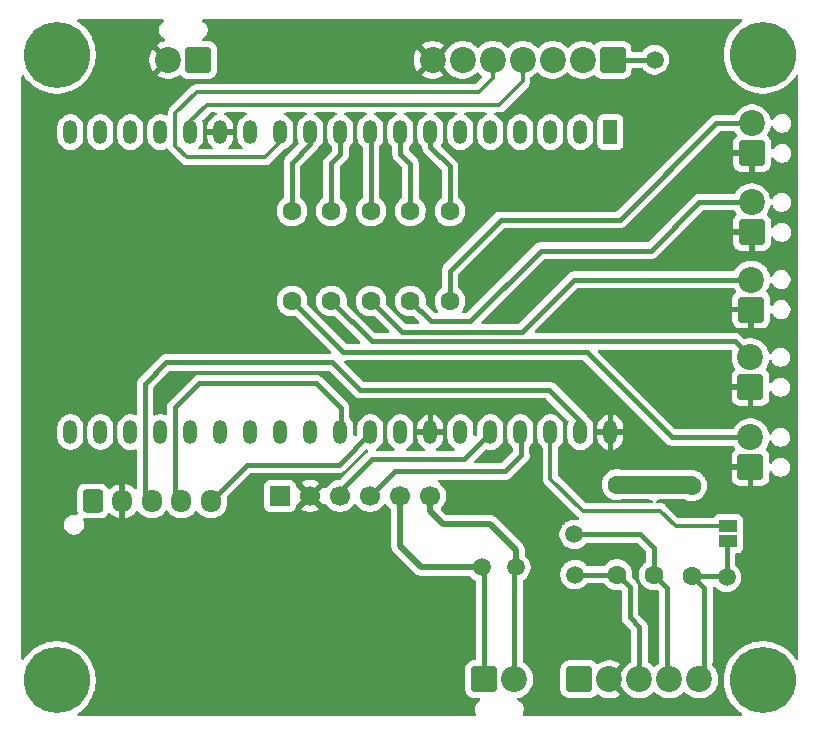
<source format=gbr>
%TF.GenerationSoftware,KiCad,Pcbnew,9.0.3*%
%TF.CreationDate,2026-02-04T08:11:38+02:00*%
%TF.ProjectId,Steering Wheel,53746565-7269-46e6-9720-576865656c2e,rev?*%
%TF.SameCoordinates,Original*%
%TF.FileFunction,Copper,L1,Top*%
%TF.FilePolarity,Positive*%
%FSLAX46Y46*%
G04 Gerber Fmt 4.6, Leading zero omitted, Abs format (unit mm)*
G04 Created by KiCad (PCBNEW 9.0.3) date 2026-02-04 08:11:38*
%MOMM*%
%LPD*%
G01*
G04 APERTURE LIST*
G04 Aperture macros list*
%AMRoundRect*
0 Rectangle with rounded corners*
0 $1 Rounding radius*
0 $2 $3 $4 $5 $6 $7 $8 $9 X,Y pos of 4 corners*
0 Add a 4 corners polygon primitive as box body*
4,1,4,$2,$3,$4,$5,$6,$7,$8,$9,$2,$3,0*
0 Add four circle primitives for the rounded corners*
1,1,$1+$1,$2,$3*
1,1,$1+$1,$4,$5*
1,1,$1+$1,$6,$7*
1,1,$1+$1,$8,$9*
0 Add four rect primitives between the rounded corners*
20,1,$1+$1,$2,$3,$4,$5,0*
20,1,$1+$1,$4,$5,$6,$7,0*
20,1,$1+$1,$6,$7,$8,$9,0*
20,1,$1+$1,$8,$9,$2,$3,0*%
G04 Aperture macros list end*
%TA.AperFunction,ComponentPad*%
%ADD10R,1.700000X1.700000*%
%TD*%
%TA.AperFunction,ComponentPad*%
%ADD11C,1.700000*%
%TD*%
%TA.AperFunction,ComponentPad*%
%ADD12C,1.600000*%
%TD*%
%TA.AperFunction,ComponentPad*%
%ADD13R,1.200000X2.000000*%
%TD*%
%TA.AperFunction,ComponentPad*%
%ADD14O,1.200000X2.000000*%
%TD*%
%TA.AperFunction,ComponentPad*%
%ADD15RoundRect,0.249999X0.850001X-0.850001X0.850001X0.850001X-0.850001X0.850001X-0.850001X-0.850001X0*%
%TD*%
%TA.AperFunction,ComponentPad*%
%ADD16C,2.200000*%
%TD*%
%TA.AperFunction,ComponentPad*%
%ADD17C,3.600000*%
%TD*%
%TA.AperFunction,ConnectorPad*%
%ADD18C,5.600000*%
%TD*%
%TA.AperFunction,ComponentPad*%
%ADD19RoundRect,0.250000X-0.600000X-0.725000X0.600000X-0.725000X0.600000X0.725000X-0.600000X0.725000X0*%
%TD*%
%TA.AperFunction,ComponentPad*%
%ADD20O,1.700000X1.950000*%
%TD*%
%TA.AperFunction,SMDPad,CuDef*%
%ADD21C,1.500000*%
%TD*%
%TA.AperFunction,ComponentPad*%
%ADD22RoundRect,0.249999X0.850001X0.850001X-0.850001X0.850001X-0.850001X-0.850001X0.850001X-0.850001X0*%
%TD*%
%TA.AperFunction,ComponentPad*%
%ADD23RoundRect,0.249999X-0.850001X-0.850001X0.850001X-0.850001X0.850001X0.850001X-0.850001X0.850001X0*%
%TD*%
%TA.AperFunction,SMDPad,CuDef*%
%ADD24R,1.500000X1.000000*%
%TD*%
%TA.AperFunction,ViaPad*%
%ADD25C,0.600000*%
%TD*%
%TA.AperFunction,Conductor*%
%ADD26C,0.400000*%
%TD*%
%TA.AperFunction,Conductor*%
%ADD27C,0.500000*%
%TD*%
%TA.AperFunction,Conductor*%
%ADD28C,0.200000*%
%TD*%
%TA.AperFunction,Conductor*%
%ADD29C,0.300000*%
%TD*%
%TA.AperFunction,Conductor*%
%ADD30C,1.500000*%
%TD*%
G04 APERTURE END LIST*
D10*
%TO.P,J1,1,Pin_1*%
%TO.N,+5V*%
X82460000Y-83790000D03*
D11*
%TO.P,J1,2,Pin_2*%
%TO.N,GND*%
X85000000Y-83790000D03*
%TO.P,J1,3,Pin_3*%
%TO.N,/Rx*%
X87540000Y-83790000D03*
%TO.P,J1,4,Pin_4*%
%TO.N,/Tx*%
X90080000Y-83790000D03*
%TO.P,J1,5,Pin_5*%
%TO.N,/CANH*%
X92620000Y-83790000D03*
%TO.P,J1,6,Pin_6*%
%TO.N,/CANL*%
X95160000Y-83790000D03*
%TD*%
D12*
%TO.P,R1,1*%
%TO.N,Net-(R1-Pad1)*%
X96837500Y-67280000D03*
%TO.P,R1,2*%
%TO.N,/Button1*%
X96837500Y-59660000D03*
%TD*%
D13*
%TO.P,U2,1,3V3*%
%TO.N,+3.3V*%
X110433440Y-52990000D03*
D14*
%TO.P,U2,2,CHIP_PU*%
%TO.N,unconnected-(U2-CHIP_PU-Pad2)*%
X107893440Y-52990000D03*
%TO.P,U2,3,SENSOR_VP/GPIO36/ADC1_CH0*%
%TO.N,unconnected-(U2-SENSOR_VP{slash}GPIO36{slash}ADC1_CH0-Pad3)*%
X105353440Y-52990000D03*
%TO.P,U2,4,SENSOR_VN/GPIO39/ADC1_CH3*%
%TO.N,unconnected-(U2-SENSOR_VN{slash}GPIO39{slash}ADC1_CH3-Pad4)*%
X102813440Y-52990000D03*
%TO.P,U2,5,VDET_1/GPIO34/ADC1_CH6*%
%TO.N,unconnected-(U2-VDET_1{slash}GPIO34{slash}ADC1_CH6-Pad5)*%
X100273440Y-52990000D03*
%TO.P,U2,6,VDET_2/GPIO35/ADC1_CH7*%
%TO.N,unconnected-(U2-VDET_2{slash}GPIO35{slash}ADC1_CH7-Pad6)*%
X97733440Y-52990000D03*
%TO.P,U2,7,32K_XP/GPIO32/ADC1_CH4*%
%TO.N,/Button1*%
X95193440Y-52990000D03*
%TO.P,U2,8,32K_XN/GPIO33/ADC1_CH5*%
%TO.N,/Button2*%
X92653440Y-52990000D03*
%TO.P,U2,9,DAC_1/ADC2_CH8/GPIO25*%
%TO.N,/Button3*%
X90113440Y-52990000D03*
%TO.P,U2,10,DAC_2/ADC2_CH9/GPIO26*%
%TO.N,/Button4*%
X87573440Y-52990000D03*
%TO.P,U2,11,ADC2_CH7/GPIO27*%
%TO.N,/Button5*%
X85033440Y-52990000D03*
%TO.P,U2,12,MTMS/GPIO14/ADC2_CH6*%
%TO.N,/SW5*%
X82493440Y-52990000D03*
%TO.P,U2,13,MTDI/GPIO12/ADC2_CH5*%
%TO.N,unconnected-(U2-MTDI{slash}GPIO12{slash}ADC2_CH5-Pad13)*%
X79953440Y-52990000D03*
%TO.P,U2,14,GND*%
%TO.N,GND*%
X77413440Y-52990000D03*
%TO.P,U2,15,MTCK/GPIO13/ADC2_CH4*%
%TO.N,/SW4*%
X74873440Y-52990000D03*
%TO.P,U2,16,SD_DATA2/GPIO9*%
%TO.N,unconnected-(U2-SD_DATA2{slash}GPIO9-Pad16)*%
X72333440Y-52990000D03*
%TO.P,U2,17,SD_DATA3/GPIO10*%
%TO.N,unconnected-(U2-SD_DATA3{slash}GPIO10-Pad17)*%
X69793440Y-52990000D03*
%TO.P,U2,18,CMD*%
%TO.N,unconnected-(U2-CMD-Pad18)*%
X67253440Y-52990000D03*
%TO.P,U2,19,5V*%
%TO.N,+5V*%
X64713440Y-52990000D03*
%TO.P,U2,20,SD_CLK/GPIO6*%
%TO.N,unconnected-(U2-SD_CLK{slash}GPIO6-Pad20)*%
X64716160Y-78386320D03*
%TO.P,U2,21,SD_DATA0/GPIO7*%
%TO.N,unconnected-(U2-SD_DATA0{slash}GPIO7-Pad21)*%
X67256160Y-78386320D03*
%TO.P,U2,22,SD_DATA1/GPIO8*%
%TO.N,unconnected-(U2-SD_DATA1{slash}GPIO8-Pad22)*%
X69793440Y-78390000D03*
%TO.P,U2,23,MTDO/GPIO15/ADC2_CH3*%
%TO.N,unconnected-(U2-MTDO{slash}GPIO15{slash}ADC2_CH3-Pad23)*%
X72333440Y-78390000D03*
%TO.P,U2,24,ADC2_CH2/GPIO2*%
%TO.N,unconnected-(U2-ADC2_CH2{slash}GPIO2-Pad24)*%
X74873440Y-78390000D03*
%TO.P,U2,25,GPIO0/BOOT/ADC2_CH1*%
%TO.N,unconnected-(U2-GPIO0{slash}BOOT{slash}ADC2_CH1-Pad25)*%
X77413440Y-78390000D03*
%TO.P,U2,26,ADC2_CH0/GPIO4*%
%TO.N,/SW3*%
X79953440Y-78390000D03*
%TO.P,U2,27,GPIO16*%
%TO.N,/SW2*%
X82493440Y-78390000D03*
%TO.P,U2,28,GPIO17*%
%TO.N,/SW1*%
X85033440Y-78390000D03*
%TO.P,U2,29,GPIO5*%
%TO.N,/CS*%
X87573440Y-78390000D03*
%TO.P,U2,30,GPIO18*%
%TO.N,/CLK*%
X90113440Y-78390000D03*
%TO.P,U2,31,GPIO19*%
%TO.N,/EncoderA*%
X92653440Y-78390000D03*
%TO.P,U2,32,GND*%
%TO.N,GND*%
X95193440Y-78390000D03*
%TO.P,U2,33,GPIO21*%
%TO.N,/EncoderB*%
X97733440Y-78390000D03*
%TO.P,U2,34,U0RXD/GPIO3*%
%TO.N,/Rx*%
X100273440Y-78390000D03*
%TO.P,U2,35,U0TXD/GPIO1*%
%TO.N,/Tx*%
X102813440Y-78390000D03*
%TO.P,U2,36,GPIO22*%
%TO.N,Net-(JP1-A)*%
X105353440Y-78390000D03*
%TO.P,U2,37,GPIO23*%
%TO.N,/DIN*%
X107893440Y-78390000D03*
%TO.P,U2,38,GND*%
%TO.N,GND*%
X110433440Y-78390000D03*
%TD*%
D15*
%TO.P,SW2,1,1*%
%TO.N,GND*%
X122400000Y-61460000D03*
D16*
%TO.P,SW2,2,2*%
%TO.N,Net-(R2-Pad1)*%
X122400000Y-58920000D03*
%TD*%
D17*
%TO.P,H4,1*%
%TO.N,N/C*%
X63550100Y-99399900D03*
D18*
X63550100Y-99399900D03*
%TD*%
D15*
%TO.P,SW5,1,1*%
%TO.N,GND*%
X122290000Y-81370000D03*
D16*
%TO.P,SW5,2,2*%
%TO.N,Net-(R5-Pad1)*%
X122290000Y-78830000D03*
%TD*%
D12*
%TO.P,R8,1*%
%TO.N,+3.3V*%
X117300000Y-82910000D03*
%TO.P,R8,2*%
%TO.N,/EncoderZ*%
X117300000Y-90530000D03*
%TD*%
D19*
%TO.P,J5,1,Pin_1*%
%TO.N,+5V*%
X66610000Y-84220000D03*
D20*
%TO.P,J5,2,Pin_2*%
%TO.N,GND*%
X69110000Y-84220000D03*
%TO.P,J5,3,Pin_3*%
%TO.N,/DIN*%
X71610000Y-84220000D03*
%TO.P,J5,4,Pin_4*%
%TO.N,/CS*%
X74110000Y-84220000D03*
%TO.P,J5,5,Pin_5*%
%TO.N,/CLK*%
X76610000Y-84220000D03*
%TD*%
D21*
%TO.P,TP3,1,1*%
%TO.N,/EncoderZ*%
X120265000Y-90670000D03*
%TD*%
D22*
%TO.P,J4,1,Pin_1*%
%TO.N,+5V*%
X75530000Y-46880000D03*
D16*
%TO.P,J4,2,Pin_2*%
%TO.N,GND*%
X72990000Y-46880000D03*
%TD*%
D23*
%TO.P,J2,1,Pin_1*%
%TO.N,/CANH*%
X99750000Y-99300000D03*
D16*
%TO.P,J2,2,Pin_2*%
%TO.N,/CANL*%
X102290000Y-99300000D03*
%TD*%
D24*
%TO.P,JP1,1,A*%
%TO.N,Net-(JP1-A)*%
X120395000Y-86340000D03*
%TO.P,JP1,2,B*%
%TO.N,/EncoderZ*%
X120395000Y-87640000D03*
%TD*%
D23*
%TO.P,J3,1,Pin_1*%
%TO.N,+5V*%
X107800000Y-99300000D03*
D16*
%TO.P,J3,2,Pin_2*%
%TO.N,GND*%
X110340000Y-99300000D03*
%TO.P,J3,3,Pin_3*%
%TO.N,/EncoderA*%
X112880000Y-99300000D03*
%TO.P,J3,4,Pin_4*%
%TO.N,/EncoderB*%
X115420000Y-99300000D03*
%TO.P,J3,5,Pin_5*%
%TO.N,/EncoderZ*%
X117960000Y-99300000D03*
%TD*%
D21*
%TO.P,TP1,1,1*%
%TO.N,/EncoderA*%
X107435000Y-90460000D03*
%TD*%
%TO.P,TP5,1,1*%
%TO.N,/CANL*%
X102420000Y-89830000D03*
%TD*%
%TO.P,SW7,1*%
%TO.N,/SW1*%
X114180000Y-46860000D03*
%TD*%
D12*
%TO.P,R3,1*%
%TO.N,Net-(R3-Pad1)*%
X90150000Y-67280000D03*
%TO.P,R3,2*%
%TO.N,/Button3*%
X90150000Y-59660000D03*
%TD*%
%TO.P,R6,1*%
%TO.N,+3.3V*%
X114155000Y-82870000D03*
%TO.P,R6,2*%
%TO.N,/EncoderB*%
X114155000Y-90490000D03*
%TD*%
%TO.P,R4,1*%
%TO.N,Net-(R4-Pad1)*%
X86806250Y-67280000D03*
%TO.P,R4,2*%
%TO.N,/Button4*%
X86806250Y-59660000D03*
%TD*%
D15*
%TO.P,SW4,1,1*%
%TO.N,GND*%
X122290000Y-74580000D03*
D16*
%TO.P,SW4,2,2*%
%TO.N,Net-(R4-Pad1)*%
X122290000Y-72040000D03*
%TD*%
D17*
%TO.P,H3,1*%
%TO.N,N/C*%
X123329900Y-99399900D03*
D18*
X123329900Y-99399900D03*
%TD*%
D17*
%TO.P,H1,1*%
%TO.N,N/C*%
X63550100Y-46420100D03*
D18*
X63550100Y-46420100D03*
%TD*%
D12*
%TO.P,R7,1*%
%TO.N,+3.3V*%
X110985000Y-82827143D03*
%TO.P,R7,2*%
%TO.N,/EncoderA*%
X110985000Y-90447143D03*
%TD*%
D21*
%TO.P,TP4,1,1*%
%TO.N,/CANH*%
X99520000Y-89800000D03*
%TD*%
D15*
%TO.P,SW3,1,1*%
%TO.N,GND*%
X122340000Y-68010000D03*
D16*
%TO.P,SW3,2,2*%
%TO.N,Net-(R3-Pad1)*%
X122340000Y-65470000D03*
%TD*%
D15*
%TO.P,SW1,1,1*%
%TO.N,GND*%
X122420000Y-54770000D03*
D16*
%TO.P,SW1,2,2*%
%TO.N,Net-(R1-Pad1)*%
X122420000Y-52230000D03*
%TD*%
D17*
%TO.P,H2,1*%
%TO.N,N/C*%
X123329900Y-46420100D03*
D18*
X123329900Y-46420100D03*
%TD*%
D22*
%TO.P,SW6,1*%
%TO.N,/SW1*%
X110610000Y-46880000D03*
D16*
%TO.P,SW6,2*%
%TO.N,/SW2*%
X108070000Y-46880000D03*
%TO.P,SW6,3*%
%TO.N,/SW3*%
X105530000Y-46880000D03*
%TO.P,SW6,4*%
%TO.N,/SW4*%
X102990000Y-46880000D03*
%TO.P,SW6,5*%
%TO.N,/SW5*%
X100450000Y-46880000D03*
%TO.P,SW6,6*%
%TO.N,/SW6*%
X97910000Y-46880000D03*
%TO.P,SW6,7*%
%TO.N,GND*%
X95370000Y-46880000D03*
%TD*%
D12*
%TO.P,R2,1*%
%TO.N,Net-(R2-Pad1)*%
X93493750Y-67280000D03*
%TO.P,R2,2*%
%TO.N,/Button2*%
X93493750Y-59660000D03*
%TD*%
%TO.P,R5,1*%
%TO.N,Net-(R5-Pad1)*%
X83462500Y-67280000D03*
%TO.P,R5,2*%
%TO.N,/Button5*%
X83462500Y-59660000D03*
%TD*%
D21*
%TO.P,TP2,1,1*%
%TO.N,/EncoderB*%
X107365000Y-87040000D03*
%TD*%
D25*
%TO.N,GND*%
X88870000Y-44020000D03*
X104950000Y-98020000D03*
X108650000Y-69360000D03*
X84350000Y-47780000D03*
X93260000Y-47710000D03*
X100250000Y-63410000D03*
X105030000Y-100660000D03*
X106610000Y-55200000D03*
X113250000Y-50450000D03*
X63610000Y-83980000D03*
X102920000Y-55760000D03*
X72630000Y-62630000D03*
X65580000Y-75130000D03*
X69500000Y-68480000D03*
X67790000Y-55480000D03*
X120550000Y-96490000D03*
X94140000Y-97380000D03*
X79130000Y-59260000D03*
X122550000Y-84210000D03*
X88490000Y-57180000D03*
X68640000Y-80610000D03*
X76270000Y-62580000D03*
X86480000Y-89040000D03*
X81490000Y-43960000D03*
X115520000Y-63560000D03*
X91900000Y-57280000D03*
X121530000Y-95600000D03*
X79130000Y-56860000D03*
X81320000Y-89580000D03*
X69310000Y-65120000D03*
X79320000Y-65850000D03*
X85800000Y-93130000D03*
X90870000Y-45490000D03*
X70390000Y-45020000D03*
X68290000Y-45530000D03*
X113150000Y-48310000D03*
X121620000Y-92880000D03*
X95090000Y-57090000D03*
X65780000Y-80610000D03*
X119580000Y-46180000D03*
X92120000Y-43870000D03*
X125900000Y-91210000D03*
X65250000Y-62950000D03*
X92180000Y-47710000D03*
X103110000Y-58200000D03*
X112280000Y-81180000D03*
X95140000Y-101540000D03*
X103800000Y-66820000D03*
X117640000Y-51940000D03*
X70320000Y-71720000D03*
X96920000Y-73600000D03*
X115120000Y-50860000D03*
X69090000Y-99970000D03*
X115090000Y-79850000D03*
X86480000Y-47750000D03*
X115860000Y-53370000D03*
X112340000Y-66900000D03*
X114940000Y-81100000D03*
X71570000Y-55520000D03*
X125360000Y-83970000D03*
X64600000Y-91570000D03*
X76410000Y-68070000D03*
X94310000Y-73640000D03*
X107940000Y-73170000D03*
X115390000Y-67290000D03*
X76410000Y-65850000D03*
X109960000Y-66860000D03*
X105560000Y-69320000D03*
X84010000Y-101450000D03*
X115650000Y-77090000D03*
X72950000Y-59350000D03*
X100300000Y-65160000D03*
X88280000Y-93130000D03*
X63850000Y-89290000D03*
X76040000Y-56820000D03*
X112080000Y-73690000D03*
X65110000Y-59030000D03*
X115520000Y-71860000D03*
X82220000Y-48570000D03*
X79800000Y-48450000D03*
X125870000Y-95740000D03*
X103060000Y-62260000D03*
X89740000Y-89030000D03*
X109700000Y-55110000D03*
X86840000Y-73910000D03*
X78400000Y-43900000D03*
X66020000Y-94640000D03*
X112170000Y-69410000D03*
X77970000Y-99140000D03*
X84890000Y-44120000D03*
X88620000Y-47680000D03*
X65160000Y-56720000D03*
X76230000Y-59350000D03*
X96530000Y-76380000D03*
X106700000Y-58290000D03*
X107670000Y-61610000D03*
X88880000Y-76530000D03*
X100200000Y-58710000D03*
X112100000Y-61520000D03*
X106850000Y-80590000D03*
X113280000Y-43890000D03*
X105140000Y-65120000D03*
X120090000Y-43760000D03*
X68740000Y-93930000D03*
X109560000Y-58200000D03*
X117450000Y-50800000D03*
X100250000Y-72780000D03*
X65250000Y-66180000D03*
X103700000Y-82770000D03*
X84540000Y-98010000D03*
X85310000Y-56770000D03*
X77490000Y-70680000D03*
X114020000Y-59980000D03*
X110250000Y-81220000D03*
X87790000Y-45580000D03*
X115540000Y-75390000D03*
X68740000Y-74580000D03*
X95150000Y-91440000D03*
X68510000Y-47910000D03*
X100200000Y-56950000D03*
X90130000Y-101700000D03*
X72950000Y-64840000D03*
X73780000Y-70730000D03*
X110950000Y-57180000D03*
X120530000Y-49050000D03*
X80060000Y-85100000D03*
X79800000Y-46350000D03*
X118240000Y-56550000D03*
X67340000Y-47950000D03*
X61280000Y-95470000D03*
X115600000Y-74070000D03*
X73230000Y-56630000D03*
X108060000Y-66900000D03*
X79270000Y-68850000D03*
X85280000Y-45870000D03*
X103610000Y-76140000D03*
X82090000Y-46030000D03*
X125840000Y-49750000D03*
X112720000Y-52130000D03*
X80120000Y-88420000D03*
X112130000Y-71820000D03*
X68390000Y-59310000D03*
X91340000Y-73600000D03*
X110300000Y-69450000D03*
X66920000Y-43970000D03*
X69130000Y-62630000D03*
X109100000Y-64290000D03*
X113180000Y-44970000D03*
X90980000Y-95470000D03*
X65730000Y-70280000D03*
X108690000Y-56590000D03*
X79820000Y-95130000D03*
X116560000Y-43830000D03*
X73050000Y-68250000D03*
X108800000Y-83330000D03*
X70420000Y-44030000D03*
X110680000Y-75750000D03*
X90460000Y-47650000D03*
X125780000Y-86960000D03*
X114520000Y-53730000D03*
X102150000Y-85920000D03*
X115430000Y-69020000D03*
X103250000Y-72820000D03*
X105410000Y-56770000D03*
X79180000Y-62580000D03*
%TD*%
D26*
%TO.N,/Rx*%
X87540000Y-83790000D02*
X87540000Y-83370000D01*
X98043440Y-80680000D02*
X100333440Y-78390000D01*
X88095000Y-82815000D02*
X90230000Y-80680000D01*
X87455000Y-83455000D02*
X88095000Y-82815000D01*
X87540000Y-83370000D02*
X88095000Y-82815000D01*
X90230000Y-80680000D02*
X98043440Y-80680000D01*
D27*
%TO.N,/CANH*%
X92620000Y-87340000D02*
X92620000Y-88000000D01*
D26*
X99520000Y-89800000D02*
X99520000Y-90050000D01*
X99750000Y-90280000D02*
X99750000Y-99300000D01*
D27*
X92620000Y-83790000D02*
X92620000Y-87340000D01*
X92620000Y-88000000D02*
X94420000Y-89800000D01*
D26*
X99520000Y-90050000D02*
X99750000Y-90280000D01*
D27*
X99520000Y-89800000D02*
X94420000Y-89800000D01*
D26*
%TO.N,/CANL*%
X102290000Y-99300000D02*
X102290000Y-89960000D01*
D27*
X102420000Y-88360000D02*
X100225000Y-86165000D01*
X100225000Y-86165000D02*
X96245000Y-86165000D01*
X96245000Y-86165000D02*
X95160000Y-85080000D01*
X102420000Y-89830000D02*
X102420000Y-88360000D01*
X95160000Y-83790000D02*
X95160000Y-85080000D01*
D26*
X102290000Y-89960000D02*
X102420000Y-89830000D01*
%TO.N,/Tx*%
X92150000Y-81720000D02*
X101520000Y-81720000D01*
X101520000Y-81720000D02*
X102890000Y-80350000D01*
X90080000Y-83790000D02*
X92150000Y-81720000D01*
X102873440Y-80333440D02*
X102873440Y-78390000D01*
X102890000Y-80350000D02*
X102873440Y-80333440D01*
%TO.N,/EncoderA*%
X112880000Y-94880000D02*
X112070000Y-94070000D01*
D28*
X110660000Y-90772143D02*
X110985000Y-90447143D01*
D26*
X110985000Y-90447143D02*
X107447857Y-90447143D01*
X110985000Y-90447143D02*
X112070000Y-91532143D01*
X112070000Y-94070000D02*
X112070000Y-92210000D01*
X107447857Y-90447143D02*
X107435000Y-90460000D01*
X112070000Y-91532143D02*
X112070000Y-92210000D01*
X112880000Y-99300000D02*
X112880000Y-94880000D01*
%TO.N,/EncoderZ*%
X118330000Y-97780000D02*
X118385000Y-97725000D01*
X120265000Y-90670000D02*
X120265000Y-87770000D01*
X120265000Y-87770000D02*
X120395000Y-87640000D01*
X118385000Y-97725000D02*
X118385000Y-91660000D01*
X118330000Y-98930000D02*
X118330000Y-97780000D01*
X117300000Y-90530000D02*
X118385000Y-91615000D01*
X117960000Y-99300000D02*
X118330000Y-98930000D01*
X117300000Y-90530000D02*
X120125000Y-90530000D01*
X118385000Y-91615000D02*
X118385000Y-91660000D01*
X120125000Y-90530000D02*
X120265000Y-90670000D01*
%TO.N,/EncoderB*%
X115240000Y-99120000D02*
X115420000Y-99300000D01*
X115240000Y-92260000D02*
X115240000Y-99120000D01*
X114155000Y-90490000D02*
X114155000Y-88240000D01*
X115240000Y-91575000D02*
X115240000Y-92260000D01*
X114155000Y-88240000D02*
X112955000Y-87040000D01*
X112955000Y-87040000D02*
X107365000Y-87040000D01*
X114155000Y-90490000D02*
X115240000Y-91575000D01*
%TO.N,/DIN*%
X71610000Y-84220000D02*
X71030000Y-83640000D01*
X71030000Y-74280000D02*
X72830000Y-72480000D01*
X89220000Y-74810000D02*
X86890000Y-72480000D01*
X71030000Y-83640000D02*
X71030000Y-74280000D01*
X107893440Y-78390000D02*
X107893440Y-77453440D01*
X105250000Y-74810000D02*
X89220000Y-74810000D01*
X107893440Y-77453440D02*
X105250000Y-74810000D01*
X86890000Y-72480000D02*
X85540000Y-72480000D01*
X72830000Y-72480000D02*
X85540000Y-72480000D01*
%TO.N,/CS*%
X74110000Y-84220000D02*
X73590000Y-83700000D01*
X87633440Y-76370000D02*
X87633440Y-78390000D01*
X75610000Y-74240000D02*
X85503440Y-74240000D01*
X73590000Y-76260000D02*
X75610000Y-74240000D01*
X73590000Y-83700000D02*
X73590000Y-76260000D01*
X85503440Y-74240000D02*
X87633440Y-76370000D01*
%TO.N,/CLK*%
X87413440Y-81150000D02*
X90173440Y-78390000D01*
X79680000Y-81150000D02*
X87413440Y-81150000D01*
X76610000Y-84220000D02*
X79680000Y-81150000D01*
%TO.N,Net-(R1-Pad1)*%
X101140000Y-60410000D02*
X111230000Y-60410000D01*
X96837500Y-67280000D02*
X96837500Y-64712500D01*
X96837500Y-64712500D02*
X101140000Y-60410000D01*
X119410000Y-52230000D02*
X122420000Y-52230000D01*
X111230000Y-60410000D02*
X119410000Y-52230000D01*
%TO.N,/Button1*%
X95193440Y-54223440D02*
X96837500Y-55867500D01*
X96837500Y-55867500D02*
X96837500Y-59660000D01*
X95193440Y-52990000D02*
X95193440Y-54223440D01*
%TO.N,Net-(R2-Pad1)*%
X98560000Y-68990000D02*
X104530000Y-63020000D01*
X113860000Y-63020000D02*
X117960000Y-58920000D01*
X104530000Y-63020000D02*
X113860000Y-63020000D01*
X95203750Y-68990000D02*
X98560000Y-68990000D01*
X117960000Y-58920000D02*
X122400000Y-58920000D01*
X93493750Y-67280000D02*
X95203750Y-68990000D01*
%TO.N,/Button2*%
X93493750Y-55663750D02*
X92653440Y-54823440D01*
X93493750Y-59660000D02*
X93493750Y-55663750D01*
X92653440Y-54823440D02*
X92653440Y-52990000D01*
%TO.N,/Button3*%
X90150000Y-59660000D02*
X90150000Y-53026560D01*
D29*
X90080000Y-53023440D02*
X90113440Y-52990000D01*
D26*
X90150000Y-53026560D02*
X90113440Y-52990000D01*
%TO.N,Net-(R3-Pad1)*%
X90150000Y-67280000D02*
X92780000Y-69910000D01*
X107370000Y-65470000D02*
X122340000Y-65470000D01*
X102930000Y-69910000D02*
X107370000Y-65470000D01*
X92780000Y-69910000D02*
X102930000Y-69910000D01*
%TO.N,Net-(R4-Pad1)*%
X86806250Y-67280000D02*
X90226250Y-70700000D01*
X120950000Y-70700000D02*
X122290000Y-72040000D01*
X90226250Y-70700000D02*
X120950000Y-70700000D01*
%TO.N,/Button4*%
X87573440Y-54856560D02*
X86806250Y-55623750D01*
X87573440Y-52990000D02*
X87573440Y-54856560D01*
X86806250Y-55623750D02*
X86806250Y-59660000D01*
%TO.N,/Button5*%
X83462500Y-55577500D02*
X85033440Y-54006560D01*
X85033440Y-52990000D02*
X85033440Y-54006560D01*
X83462500Y-59660000D02*
X83462500Y-55577500D01*
%TO.N,Net-(R5-Pad1)*%
X115630000Y-78830000D02*
X122290000Y-78830000D01*
X87792500Y-71610000D02*
X108410000Y-71610000D01*
X83462500Y-67280000D02*
X87792500Y-71610000D01*
X108410000Y-71610000D02*
X115630000Y-78830000D01*
D30*
%TO.N,+3.3V*%
X110985000Y-82827143D02*
X117217143Y-82827143D01*
D26*
%TO.N,/SW1*%
X114160000Y-46880000D02*
X114180000Y-46860000D01*
X110610000Y-46880000D02*
X114160000Y-46880000D01*
D29*
%TO.N,/SW4*%
X102990000Y-48680000D02*
X102990000Y-46880000D01*
X101000000Y-50670000D02*
X102990000Y-48680000D01*
X74873440Y-52990000D02*
X74873440Y-52086560D01*
X76290000Y-50670000D02*
X101000000Y-50670000D01*
X74873440Y-52086560D02*
X76290000Y-50670000D01*
%TO.N,/SW5*%
X99310000Y-49550000D02*
X75440000Y-49550000D01*
X100450000Y-46880000D02*
X100450000Y-48410000D01*
X82493440Y-53836560D02*
X82493440Y-52990000D01*
X73600000Y-51390000D02*
X73600000Y-54160000D01*
X81220000Y-55110000D02*
X82493440Y-53836560D01*
X100450000Y-48410000D02*
X99310000Y-49550000D01*
X75440000Y-49550000D02*
X73600000Y-51390000D01*
X73600000Y-54160000D02*
X74550000Y-55110000D01*
X74550000Y-55110000D02*
X81220000Y-55110000D01*
%TO.N,Net-(JP1-A)*%
X105353440Y-82323440D02*
X108080000Y-85050000D01*
X105353440Y-78390000D02*
X105353440Y-82323440D01*
X108080000Y-85050000D02*
X114660000Y-85050000D01*
X115950000Y-86340000D02*
X120395000Y-86340000D01*
X114660000Y-85050000D02*
X115950000Y-86340000D01*
%TD*%
%TA.AperFunction,Conductor*%
%TO.N,GND*%
G36*
X77045019Y-51340185D02*
G01*
X77090774Y-51392989D01*
X77100718Y-51462147D01*
X77071693Y-51525703D01*
X77016299Y-51562431D01*
X76991183Y-51570591D01*
X76836915Y-51649195D01*
X76696837Y-51750967D01*
X76574407Y-51873397D01*
X76472635Y-52013475D01*
X76394031Y-52167742D01*
X76340525Y-52332415D01*
X76313440Y-52503428D01*
X76313440Y-52740000D01*
X77097754Y-52740000D01*
X77093360Y-52744394D01*
X77040699Y-52835606D01*
X77013440Y-52937339D01*
X77013440Y-53042661D01*
X77040699Y-53144394D01*
X77093360Y-53235606D01*
X77097754Y-53240000D01*
X76313440Y-53240000D01*
X76313440Y-53476571D01*
X76340525Y-53647584D01*
X76394031Y-53812257D01*
X76472635Y-53966524D01*
X76574407Y-54106602D01*
X76696839Y-54229034D01*
X76696844Y-54229038D01*
X76705300Y-54235182D01*
X76747966Y-54290512D01*
X76753945Y-54360125D01*
X76721339Y-54421920D01*
X76660501Y-54456277D01*
X76632415Y-54459500D01*
X75655314Y-54459500D01*
X75588275Y-54439815D01*
X75542520Y-54387011D01*
X75532576Y-54317853D01*
X75561601Y-54254297D01*
X75582429Y-54235182D01*
X75586013Y-54232578D01*
X75590368Y-54229414D01*
X75712854Y-54106928D01*
X75814672Y-53966788D01*
X75893313Y-53812445D01*
X75946842Y-53647701D01*
X75973940Y-53476611D01*
X75973940Y-52503389D01*
X75946842Y-52332299D01*
X75893313Y-52167555D01*
X75893311Y-52167552D01*
X75893311Y-52167550D01*
X75873145Y-52127973D01*
X75860248Y-52059304D01*
X75886524Y-51994563D01*
X75895939Y-51984006D01*
X76523127Y-51356819D01*
X76584450Y-51323334D01*
X76610808Y-51320500D01*
X76977980Y-51320500D01*
X77045019Y-51340185D01*
G37*
%TD.AperFunction*%
%TA.AperFunction,Conductor*%
G36*
X79583403Y-51340185D02*
G01*
X79629158Y-51392989D01*
X79639102Y-51462147D01*
X79610077Y-51525703D01*
X79554683Y-51562430D01*
X79530995Y-51570127D01*
X79530992Y-51570128D01*
X79376651Y-51648768D01*
X79325562Y-51685887D01*
X79236512Y-51750586D01*
X79236510Y-51750588D01*
X79236509Y-51750588D01*
X79114028Y-51873069D01*
X79114028Y-51873070D01*
X79114026Y-51873072D01*
X79082457Y-51916523D01*
X79012208Y-52013211D01*
X78933568Y-52167552D01*
X78880037Y-52332302D01*
X78852940Y-52503389D01*
X78852940Y-53476610D01*
X78880037Y-53647697D01*
X78880037Y-53647699D01*
X78880038Y-53647701D01*
X78933567Y-53812445D01*
X79012208Y-53966788D01*
X79114026Y-54106928D01*
X79236512Y-54229414D01*
X79240867Y-54232578D01*
X79244451Y-54235182D01*
X79287117Y-54290512D01*
X79293096Y-54360125D01*
X79260491Y-54421920D01*
X79199652Y-54456277D01*
X79171566Y-54459500D01*
X78194465Y-54459500D01*
X78127426Y-54439815D01*
X78081671Y-54387011D01*
X78071727Y-54317853D01*
X78100752Y-54254297D01*
X78121580Y-54235182D01*
X78130035Y-54229038D01*
X78130040Y-54229034D01*
X78252472Y-54106602D01*
X78354244Y-53966524D01*
X78432848Y-53812257D01*
X78486354Y-53647584D01*
X78513440Y-53476571D01*
X78513440Y-53240000D01*
X77729126Y-53240000D01*
X77733520Y-53235606D01*
X77786181Y-53144394D01*
X77813440Y-53042661D01*
X77813440Y-52937339D01*
X77786181Y-52835606D01*
X77733520Y-52744394D01*
X77729126Y-52740000D01*
X78513440Y-52740000D01*
X78513440Y-52503428D01*
X78486354Y-52332415D01*
X78432848Y-52167742D01*
X78354244Y-52013475D01*
X78252472Y-51873397D01*
X78130042Y-51750967D01*
X77989964Y-51649195D01*
X77835696Y-51570591D01*
X77810581Y-51562431D01*
X77752906Y-51522993D01*
X77725708Y-51458634D01*
X77737623Y-51389788D01*
X77784868Y-51338312D01*
X77848900Y-51320500D01*
X79516364Y-51320500D01*
X79583403Y-51340185D01*
G37*
%TD.AperFunction*%
%TA.AperFunction,Conductor*%
G36*
X72583532Y-43440185D02*
G01*
X72629287Y-43492989D01*
X72639231Y-43562147D01*
X72610206Y-43625703D01*
X72585384Y-43647602D01*
X72479711Y-43718210D01*
X72479707Y-43718213D01*
X72368213Y-43829707D01*
X72368210Y-43829711D01*
X72280609Y-43960814D01*
X72280602Y-43960827D01*
X72220264Y-44106498D01*
X72220261Y-44106510D01*
X72189500Y-44261153D01*
X72189500Y-44418846D01*
X72220261Y-44573489D01*
X72220264Y-44573501D01*
X72280602Y-44719172D01*
X72280609Y-44719185D01*
X72368210Y-44850288D01*
X72368213Y-44850292D01*
X72479707Y-44961786D01*
X72479711Y-44961789D01*
X72610814Y-45049390D01*
X72610827Y-45049397D01*
X72677405Y-45076974D01*
X72731809Y-45120814D01*
X72753874Y-45187108D01*
X72736595Y-45254808D01*
X72685458Y-45302419D01*
X72649353Y-45314008D01*
X72615329Y-45319397D01*
X72375815Y-45397219D01*
X72151413Y-45511559D01*
X72049301Y-45585747D01*
X72049300Y-45585748D01*
X72819765Y-46356212D01*
X72777708Y-46367482D01*
X72652292Y-46439890D01*
X72549890Y-46542292D01*
X72477482Y-46667708D01*
X72466212Y-46709765D01*
X71695748Y-45939300D01*
X71695747Y-45939301D01*
X71621559Y-46041413D01*
X71507219Y-46265815D01*
X71429397Y-46505330D01*
X71390000Y-46754071D01*
X71390000Y-47005928D01*
X71429397Y-47254669D01*
X71507219Y-47494184D01*
X71621557Y-47718583D01*
X71695748Y-47820697D01*
X71695748Y-47820698D01*
X72466212Y-47050234D01*
X72477482Y-47092292D01*
X72549890Y-47217708D01*
X72652292Y-47320110D01*
X72777708Y-47392518D01*
X72819764Y-47403787D01*
X72049300Y-48174250D01*
X72151416Y-48248442D01*
X72375815Y-48362780D01*
X72615330Y-48440602D01*
X72864072Y-48480000D01*
X73115928Y-48480000D01*
X73364669Y-48440602D01*
X73604184Y-48362780D01*
X73828587Y-48248440D01*
X73921583Y-48180874D01*
X73987389Y-48157393D01*
X74055443Y-48173218D01*
X74080834Y-48194895D01*
X74082181Y-48193549D01*
X74087288Y-48198656D01*
X74211344Y-48322712D01*
X74360665Y-48414814D01*
X74527202Y-48469999D01*
X74629990Y-48480500D01*
X74629995Y-48480500D01*
X76430005Y-48480500D01*
X76430010Y-48480500D01*
X76532798Y-48469999D01*
X76699335Y-48414814D01*
X76848656Y-48322712D01*
X76972712Y-48198656D01*
X77064814Y-48049335D01*
X77119999Y-47882798D01*
X77130500Y-47780010D01*
X77130500Y-45979990D01*
X77119999Y-45877202D01*
X77064814Y-45710665D01*
X76972712Y-45561344D01*
X76848656Y-45437288D01*
X76699335Y-45345186D01*
X76532798Y-45290001D01*
X76532796Y-45290000D01*
X76430017Y-45279500D01*
X76430010Y-45279500D01*
X75973575Y-45279500D01*
X75906536Y-45259815D01*
X75860781Y-45207011D01*
X75850837Y-45137853D01*
X75879862Y-45074297D01*
X75904684Y-45052398D01*
X75972259Y-45007245D01*
X76040289Y-44961789D01*
X76151789Y-44850289D01*
X76239394Y-44719179D01*
X76299737Y-44573497D01*
X76330500Y-44418842D01*
X76330500Y-44261158D01*
X76330500Y-44261155D01*
X76330499Y-44261153D01*
X76318522Y-44200941D01*
X76299737Y-44106503D01*
X76243878Y-43971646D01*
X76239397Y-43960827D01*
X76239390Y-43960814D01*
X76151789Y-43829711D01*
X76151786Y-43829707D01*
X76040292Y-43718213D01*
X76040288Y-43718210D01*
X75934616Y-43647602D01*
X75889811Y-43593990D01*
X75881104Y-43524665D01*
X75911258Y-43461637D01*
X75970702Y-43424918D01*
X76003507Y-43420500D01*
X121469604Y-43420500D01*
X121536643Y-43440185D01*
X121582398Y-43492989D01*
X121592342Y-43562147D01*
X121563317Y-43625703D01*
X121538495Y-43647602D01*
X121361432Y-43765911D01*
X121361418Y-43765921D01*
X121110741Y-43971646D01*
X120881446Y-44200941D01*
X120675721Y-44451618D01*
X120675711Y-44451632D01*
X120495557Y-44721251D01*
X120495546Y-44721269D01*
X120342688Y-45007245D01*
X120342686Y-45007250D01*
X120218586Y-45306852D01*
X120124448Y-45617186D01*
X120124445Y-45617197D01*
X120061187Y-45935225D01*
X120061184Y-45935242D01*
X120029400Y-46257960D01*
X120029400Y-46582239D01*
X120061184Y-46904957D01*
X120061187Y-46904974D01*
X120124445Y-47223002D01*
X120124448Y-47223013D01*
X120218586Y-47533347D01*
X120259290Y-47631614D01*
X120334764Y-47813825D01*
X120342686Y-47832949D01*
X120342688Y-47832954D01*
X120495546Y-48118930D01*
X120495557Y-48118948D01*
X120675711Y-48388567D01*
X120675721Y-48388581D01*
X120881446Y-48639258D01*
X121110741Y-48868553D01*
X121110746Y-48868557D01*
X121110747Y-48868558D01*
X121361424Y-49074283D01*
X121631058Y-49254447D01*
X121631067Y-49254452D01*
X121631069Y-49254453D01*
X121917045Y-49407311D01*
X121917047Y-49407311D01*
X121917053Y-49407315D01*
X122216654Y-49531414D01*
X122526977Y-49625549D01*
X122526983Y-49625550D01*
X122526986Y-49625551D01*
X122526997Y-49625554D01*
X122726428Y-49665222D01*
X122845032Y-49688814D01*
X123167757Y-49720600D01*
X123167760Y-49720600D01*
X123492040Y-49720600D01*
X123492043Y-49720600D01*
X123814768Y-49688814D01*
X123972195Y-49657499D01*
X124132802Y-49625554D01*
X124132813Y-49625551D01*
X124132813Y-49625550D01*
X124132823Y-49625549D01*
X124443146Y-49531414D01*
X124742747Y-49407315D01*
X125028742Y-49254447D01*
X125298376Y-49074283D01*
X125549053Y-48868558D01*
X125778358Y-48639253D01*
X125984083Y-48388576D01*
X126102398Y-48211504D01*
X126156010Y-48166700D01*
X126225335Y-48157993D01*
X126288362Y-48188147D01*
X126325082Y-48247590D01*
X126329500Y-48280396D01*
X126329500Y-97539603D01*
X126309815Y-97606642D01*
X126257011Y-97652397D01*
X126187853Y-97662341D01*
X126124297Y-97633316D01*
X126102398Y-97608494D01*
X125984088Y-97431432D01*
X125984083Y-97431424D01*
X125778358Y-97180747D01*
X125778357Y-97180746D01*
X125778353Y-97180741D01*
X125549058Y-96951446D01*
X125298381Y-96745721D01*
X125298380Y-96745720D01*
X125298376Y-96745717D01*
X125028742Y-96565553D01*
X125028737Y-96565550D01*
X125028730Y-96565546D01*
X124742754Y-96412688D01*
X124742749Y-96412686D01*
X124443147Y-96288586D01*
X124132813Y-96194448D01*
X124132802Y-96194445D01*
X123814774Y-96131187D01*
X123814757Y-96131184D01*
X123570712Y-96107148D01*
X123492043Y-96099400D01*
X123167757Y-96099400D01*
X123094999Y-96106566D01*
X122845042Y-96131184D01*
X122845025Y-96131187D01*
X122526997Y-96194445D01*
X122526986Y-96194448D01*
X122216652Y-96288586D01*
X121917050Y-96412686D01*
X121917045Y-96412688D01*
X121631069Y-96565546D01*
X121631051Y-96565557D01*
X121361432Y-96745711D01*
X121361418Y-96745721D01*
X121110741Y-96951446D01*
X120881446Y-97180741D01*
X120675721Y-97431418D01*
X120675711Y-97431432D01*
X120495557Y-97701051D01*
X120495546Y-97701069D01*
X120342688Y-97987045D01*
X120342686Y-97987050D01*
X120218586Y-98286652D01*
X120124448Y-98596986D01*
X120124445Y-98596997D01*
X120061187Y-98915025D01*
X120061184Y-98915042D01*
X120038085Y-99149581D01*
X120029400Y-99237757D01*
X120029400Y-99562043D01*
X120038954Y-99659052D01*
X120061184Y-99884757D01*
X120061187Y-99884774D01*
X120124445Y-100202802D01*
X120124448Y-100202813D01*
X120218586Y-100513147D01*
X120342686Y-100812749D01*
X120342688Y-100812754D01*
X120495546Y-101098730D01*
X120495557Y-101098748D01*
X120675711Y-101368367D01*
X120675721Y-101368381D01*
X120881446Y-101619058D01*
X121110741Y-101848353D01*
X121110746Y-101848357D01*
X121110747Y-101848358D01*
X121361424Y-102054083D01*
X121538495Y-102172398D01*
X121583300Y-102226010D01*
X121592007Y-102295335D01*
X121561853Y-102358362D01*
X121502410Y-102395082D01*
X121469604Y-102399500D01*
X103109892Y-102399500D01*
X103042853Y-102379815D01*
X102997098Y-102327011D01*
X102987154Y-102257853D01*
X102997878Y-102225145D01*
X102997063Y-102224808D01*
X103059735Y-102073501D01*
X103059737Y-102073497D01*
X103090500Y-101918842D01*
X103090500Y-101761158D01*
X103090500Y-101761155D01*
X103090499Y-101761153D01*
X103059738Y-101606510D01*
X103059737Y-101606503D01*
X103059735Y-101606498D01*
X102999397Y-101460827D01*
X102999390Y-101460814D01*
X102911789Y-101329711D01*
X102911786Y-101329707D01*
X102800292Y-101218213D01*
X102800288Y-101218210D01*
X102669185Y-101130609D01*
X102669173Y-101130602D01*
X102603476Y-101103391D01*
X102549072Y-101059551D01*
X102527007Y-100993257D01*
X102544286Y-100925557D01*
X102595423Y-100877947D01*
X102631531Y-100866357D01*
X102664785Y-100861090D01*
X102666287Y-100860602D01*
X102904379Y-100783241D01*
X103128845Y-100668870D01*
X103332656Y-100520793D01*
X103510793Y-100342656D01*
X103658870Y-100138845D01*
X103773241Y-99914379D01*
X103851090Y-99674785D01*
X103890500Y-99425962D01*
X103890500Y-99174038D01*
X103851090Y-98925215D01*
X103773241Y-98685621D01*
X103773239Y-98685618D01*
X103773239Y-98685616D01*
X103658869Y-98461154D01*
X103658865Y-98461148D01*
X103510798Y-98257350D01*
X103510794Y-98257345D01*
X103332654Y-98079205D01*
X103332649Y-98079201D01*
X103128846Y-97931130D01*
X103058204Y-97895135D01*
X103007408Y-97847160D01*
X102990500Y-97784651D01*
X102990500Y-91018771D01*
X103010185Y-90951732D01*
X103058207Y-90908286D01*
X103075405Y-90899524D01*
X103234646Y-90783828D01*
X103373828Y-90644646D01*
X103489524Y-90485405D01*
X103578884Y-90310025D01*
X103639709Y-90122826D01*
X103670500Y-89928422D01*
X103670500Y-89731577D01*
X103639709Y-89537173D01*
X103600894Y-89417715D01*
X103578884Y-89349975D01*
X103578882Y-89349972D01*
X103578882Y-89349970D01*
X103523829Y-89241923D01*
X103489524Y-89174595D01*
X103373828Y-89015354D01*
X103234646Y-88876172D01*
X103234645Y-88876171D01*
X103234643Y-88876169D01*
X103221612Y-88866701D01*
X103178948Y-88811370D01*
X103170500Y-88766385D01*
X103170500Y-88286079D01*
X103141659Y-88141092D01*
X103141658Y-88141091D01*
X103141658Y-88141087D01*
X103097994Y-88035672D01*
X103085086Y-88004509D01*
X103085084Y-88004505D01*
X103052186Y-87955270D01*
X103052185Y-87955268D01*
X103002956Y-87881589D01*
X103002952Y-87881584D01*
X100703421Y-85582052D01*
X100703414Y-85582046D01*
X100629729Y-85532812D01*
X100629729Y-85532813D01*
X100580491Y-85499913D01*
X100443917Y-85443343D01*
X100443907Y-85443340D01*
X100298920Y-85414500D01*
X100298918Y-85414500D01*
X96607230Y-85414500D01*
X96540191Y-85394815D01*
X96519549Y-85378181D01*
X96088313Y-84946945D01*
X96054828Y-84885622D01*
X96059812Y-84815930D01*
X96088313Y-84771583D01*
X96112413Y-84747483D01*
X96190104Y-84669792D01*
X96190106Y-84669788D01*
X96190109Y-84669786D01*
X96315048Y-84497820D01*
X96315050Y-84497817D01*
X96315051Y-84497816D01*
X96411557Y-84308412D01*
X96477246Y-84106243D01*
X96510500Y-83896287D01*
X96510500Y-83683713D01*
X96477246Y-83473757D01*
X96411557Y-83271588D01*
X96315051Y-83082184D01*
X96315049Y-83082181D01*
X96315048Y-83082179D01*
X96190109Y-82910213D01*
X96039790Y-82759894D01*
X96039785Y-82759890D01*
X95881401Y-82644818D01*
X95838735Y-82589489D01*
X95832756Y-82519875D01*
X95865361Y-82458080D01*
X95926200Y-82423723D01*
X95954286Y-82420500D01*
X101588996Y-82420500D01*
X101680040Y-82402389D01*
X101724328Y-82393580D01*
X101788069Y-82367177D01*
X101851807Y-82340777D01*
X101851808Y-82340776D01*
X101851811Y-82340775D01*
X101966543Y-82264114D01*
X103434114Y-80796543D01*
X103510775Y-80681811D01*
X103519559Y-80660606D01*
X103544554Y-80600261D01*
X103563580Y-80554328D01*
X103579077Y-80476420D01*
X103590500Y-80418996D01*
X103590500Y-80281005D01*
X103590499Y-80281004D01*
X103576323Y-80209733D01*
X103573940Y-80185541D01*
X103573940Y-79637204D01*
X103593625Y-79570165D01*
X103610259Y-79549523D01*
X103629282Y-79530500D01*
X103652854Y-79506928D01*
X103754672Y-79366788D01*
X103833313Y-79212445D01*
X103886842Y-79047701D01*
X103913940Y-78876611D01*
X103913940Y-77903389D01*
X104252940Y-77903389D01*
X104252940Y-78876610D01*
X104279454Y-79044017D01*
X104280038Y-79047701D01*
X104333567Y-79212445D01*
X104412208Y-79366788D01*
X104514026Y-79506928D01*
X104636512Y-79629414D01*
X104636515Y-79629416D01*
X104636516Y-79629417D01*
X104651822Y-79640537D01*
X104694490Y-79695866D01*
X104702940Y-79740857D01*
X104702940Y-82387509D01*
X104702940Y-82387511D01*
X104702939Y-82387511D01*
X104727937Y-82513178D01*
X104727939Y-82513184D01*
X104766163Y-82605466D01*
X104776975Y-82631567D01*
X104845009Y-82733388D01*
X104848166Y-82738113D01*
X104848167Y-82738114D01*
X106925985Y-84815930D01*
X107574724Y-85464669D01*
X107665331Y-85555276D01*
X107724204Y-85594614D01*
X107730194Y-85599836D01*
X107744888Y-85622855D01*
X107762400Y-85643809D01*
X107763413Y-85651875D01*
X107767789Y-85658730D01*
X107767705Y-85686045D01*
X107771108Y-85713134D01*
X107767599Y-85720466D01*
X107767575Y-85728599D01*
X107752738Y-85751529D01*
X107740954Y-85776162D01*
X107734036Y-85780435D01*
X107729620Y-85787261D01*
X107704746Y-85798528D01*
X107681512Y-85812881D01*
X107671884Y-85813414D01*
X107665976Y-85816091D01*
X107654362Y-85814385D01*
X107629308Y-85815773D01*
X107463423Y-85789500D01*
X107463417Y-85789500D01*
X107266583Y-85789500D01*
X107266578Y-85789500D01*
X107072173Y-85820290D01*
X106884970Y-85881117D01*
X106709594Y-85970476D01*
X106618741Y-86036485D01*
X106550354Y-86086172D01*
X106550352Y-86086174D01*
X106550351Y-86086174D01*
X106411174Y-86225351D01*
X106411174Y-86225352D01*
X106411172Y-86225354D01*
X106365376Y-86288386D01*
X106295476Y-86384594D01*
X106206117Y-86559970D01*
X106145290Y-86747173D01*
X106114500Y-86941577D01*
X106114500Y-87138422D01*
X106145290Y-87332826D01*
X106206117Y-87520029D01*
X106292280Y-87689132D01*
X106295476Y-87695405D01*
X106411172Y-87854646D01*
X106550354Y-87993828D01*
X106709595Y-88109524D01*
X106771551Y-88141092D01*
X106884970Y-88198882D01*
X106884972Y-88198882D01*
X106884975Y-88198884D01*
X106946618Y-88218913D01*
X107072173Y-88259709D01*
X107266578Y-88290500D01*
X107266583Y-88290500D01*
X107463422Y-88290500D01*
X107657826Y-88259709D01*
X107845025Y-88198884D01*
X108020405Y-88109524D01*
X108179646Y-87993828D01*
X108318828Y-87854646D01*
X108364624Y-87791613D01*
X108419953Y-87748949D01*
X108464941Y-87740500D01*
X112613481Y-87740500D01*
X112680520Y-87760185D01*
X112701162Y-87776819D01*
X113418181Y-88493838D01*
X113451666Y-88555161D01*
X113454500Y-88581519D01*
X113454500Y-89328255D01*
X113434815Y-89395294D01*
X113403385Y-89428573D01*
X113307787Y-89498028D01*
X113307782Y-89498032D01*
X113163028Y-89642786D01*
X113042715Y-89808386D01*
X112949781Y-89990776D01*
X112886522Y-90185465D01*
X112854500Y-90387648D01*
X112854500Y-90592351D01*
X112886522Y-90794534D01*
X112949781Y-90989223D01*
X113013691Y-91114653D01*
X113040531Y-91167328D01*
X113042715Y-91171613D01*
X113163028Y-91337213D01*
X113307786Y-91481971D01*
X113457864Y-91591007D01*
X113473390Y-91602287D01*
X113571666Y-91652361D01*
X113655776Y-91695218D01*
X113655778Y-91695218D01*
X113655781Y-91695220D01*
X113756498Y-91727945D01*
X113850465Y-91758477D01*
X113940353Y-91772714D01*
X114052648Y-91790500D01*
X114052649Y-91790500D01*
X114257350Y-91790500D01*
X114257352Y-91790500D01*
X114374068Y-91772013D01*
X114379494Y-91772714D01*
X114384621Y-91770802D01*
X114413771Y-91777143D01*
X114443362Y-91780967D01*
X114448967Y-91784799D01*
X114452894Y-91785654D01*
X114481148Y-91806805D01*
X114503181Y-91828838D01*
X114536666Y-91890161D01*
X114539500Y-91916519D01*
X114539500Y-97898213D01*
X114519815Y-97965252D01*
X114488385Y-97998531D01*
X114377347Y-98079204D01*
X114377341Y-98079209D01*
X114237681Y-98218870D01*
X114176358Y-98252355D01*
X114106666Y-98247371D01*
X114062319Y-98218870D01*
X113922654Y-98079205D01*
X113922649Y-98079201D01*
X113718846Y-97931130D01*
X113648204Y-97895135D01*
X113597408Y-97847160D01*
X113580500Y-97784651D01*
X113580500Y-94811004D01*
X113553581Y-94675677D01*
X113553580Y-94675676D01*
X113553580Y-94675672D01*
X113500775Y-94548189D01*
X113479632Y-94516546D01*
X113479629Y-94516541D01*
X113424115Y-94433458D01*
X113424109Y-94433451D01*
X112806819Y-93816161D01*
X112773334Y-93754838D01*
X112770500Y-93728480D01*
X112770500Y-91463149D01*
X112766466Y-91442873D01*
X112764005Y-91430500D01*
X112743580Y-91327815D01*
X112742582Y-91325405D01*
X112690777Y-91200335D01*
X112614112Y-91085597D01*
X112301805Y-90773290D01*
X112268320Y-90711967D01*
X112267013Y-90666210D01*
X112285500Y-90549495D01*
X112285500Y-90344791D01*
X112274987Y-90278415D01*
X112253477Y-90142608D01*
X112190218Y-89947919D01*
X112143052Y-89855352D01*
X112097287Y-89765533D01*
X112069261Y-89726958D01*
X111976971Y-89599929D01*
X111832213Y-89455171D01*
X111666613Y-89334858D01*
X111666612Y-89334857D01*
X111666610Y-89334856D01*
X111600392Y-89301116D01*
X111484223Y-89241924D01*
X111289534Y-89178665D01*
X111114995Y-89151021D01*
X111087352Y-89146643D01*
X110882648Y-89146643D01*
X110858329Y-89150494D01*
X110680465Y-89178665D01*
X110485776Y-89241924D01*
X110303386Y-89334858D01*
X110137786Y-89455171D01*
X109993030Y-89599927D01*
X109923575Y-89695527D01*
X109868245Y-89738194D01*
X109823256Y-89746643D01*
X108525600Y-89746643D01*
X108458561Y-89726958D01*
X108425282Y-89695529D01*
X108425281Y-89695527D01*
X108388828Y-89645354D01*
X108249646Y-89506172D01*
X108090405Y-89390476D01*
X107915029Y-89301117D01*
X107727826Y-89240290D01*
X107533422Y-89209500D01*
X107533417Y-89209500D01*
X107336583Y-89209500D01*
X107336578Y-89209500D01*
X107142173Y-89240290D01*
X106954970Y-89301117D01*
X106779594Y-89390476D01*
X106727159Y-89428573D01*
X106620354Y-89506172D01*
X106620352Y-89506174D01*
X106620351Y-89506174D01*
X106481174Y-89645351D01*
X106481174Y-89645352D01*
X106481172Y-89645354D01*
X106453976Y-89682786D01*
X106365476Y-89804594D01*
X106276117Y-89979970D01*
X106215290Y-90167173D01*
X106184500Y-90361577D01*
X106184500Y-90558422D01*
X106215290Y-90752826D01*
X106276117Y-90940029D01*
X106350288Y-91085597D01*
X106365476Y-91115405D01*
X106481172Y-91274646D01*
X106620354Y-91413828D01*
X106779595Y-91529524D01*
X106838289Y-91559430D01*
X106954970Y-91618882D01*
X106954972Y-91618882D01*
X106954975Y-91618884D01*
X107027002Y-91642287D01*
X107142173Y-91679709D01*
X107336578Y-91710500D01*
X107336583Y-91710500D01*
X107533422Y-91710500D01*
X107727826Y-91679709D01*
X107915025Y-91618884D01*
X108090405Y-91529524D01*
X108249646Y-91413828D01*
X108388828Y-91274646D01*
X108442819Y-91200335D01*
X108443966Y-91198757D01*
X108499296Y-91156091D01*
X108544283Y-91147643D01*
X109823256Y-91147643D01*
X109890295Y-91167328D01*
X109923573Y-91198757D01*
X109932914Y-91211613D01*
X109993030Y-91294358D01*
X110137786Y-91439114D01*
X110284915Y-91546007D01*
X110303390Y-91559430D01*
X110419607Y-91618646D01*
X110485776Y-91652361D01*
X110485778Y-91652361D01*
X110485781Y-91652363D01*
X110590137Y-91686270D01*
X110680465Y-91715620D01*
X110770353Y-91729857D01*
X110882648Y-91747643D01*
X110882649Y-91747643D01*
X111087350Y-91747643D01*
X111087352Y-91747643D01*
X111204068Y-91729156D01*
X111209494Y-91729857D01*
X111214621Y-91727945D01*
X111243771Y-91734286D01*
X111273362Y-91738110D01*
X111278967Y-91741942D01*
X111282894Y-91742797D01*
X111311148Y-91763948D01*
X111333181Y-91785981D01*
X111366666Y-91847304D01*
X111369500Y-91873662D01*
X111369500Y-92141007D01*
X111369500Y-94001006D01*
X111369500Y-94138994D01*
X111369500Y-94138996D01*
X111369499Y-94138996D01*
X111396418Y-94274322D01*
X111396421Y-94274332D01*
X111449222Y-94401807D01*
X111525887Y-94516545D01*
X111525888Y-94516546D01*
X112143181Y-95133838D01*
X112176666Y-95195161D01*
X112179500Y-95221519D01*
X112179500Y-97784651D01*
X112159815Y-97851690D01*
X112111796Y-97895135D01*
X112041153Y-97931130D01*
X111837350Y-98079201D01*
X111837345Y-98079205D01*
X111659205Y-98257345D01*
X111659201Y-98257350D01*
X111511131Y-98461152D01*
X111497948Y-98487023D01*
X111475147Y-98518404D01*
X110863787Y-99129764D01*
X110852518Y-99087708D01*
X110780110Y-98962292D01*
X110677708Y-98859890D01*
X110552292Y-98787482D01*
X110510233Y-98776212D01*
X111280698Y-98005748D01*
X111178583Y-97931557D01*
X110954184Y-97817219D01*
X110714669Y-97739397D01*
X110465928Y-97700000D01*
X110214072Y-97700000D01*
X109965330Y-97739397D01*
X109725815Y-97817219D01*
X109501413Y-97931559D01*
X109408415Y-97999126D01*
X109342609Y-98022606D01*
X109274555Y-98006780D01*
X109249204Y-97985065D01*
X109247819Y-97986451D01*
X109118657Y-97857289D01*
X109118656Y-97857288D01*
X108969335Y-97765186D01*
X108802798Y-97710001D01*
X108802796Y-97710000D01*
X108700017Y-97699500D01*
X108700010Y-97699500D01*
X106899990Y-97699500D01*
X106899982Y-97699500D01*
X106797203Y-97710000D01*
X106797202Y-97710001D01*
X106714669Y-97737349D01*
X106630667Y-97765185D01*
X106630662Y-97765187D01*
X106481342Y-97857289D01*
X106357289Y-97981342D01*
X106265187Y-98130662D01*
X106265186Y-98130665D01*
X106210001Y-98297202D01*
X106210001Y-98297203D01*
X106210000Y-98297203D01*
X106199500Y-98399982D01*
X106199500Y-100200017D01*
X106210000Y-100302796D01*
X106224862Y-100347645D01*
X106265186Y-100469335D01*
X106357288Y-100618656D01*
X106481344Y-100742712D01*
X106630665Y-100834814D01*
X106797202Y-100889999D01*
X106899990Y-100900500D01*
X106899995Y-100900500D01*
X108700005Y-100900500D01*
X108700010Y-100900500D01*
X108802798Y-100889999D01*
X108969335Y-100834814D01*
X109118656Y-100742712D01*
X109242712Y-100618656D01*
X109242712Y-100618655D01*
X109247819Y-100613549D01*
X109250328Y-100616058D01*
X109293722Y-100584452D01*
X109363473Y-100580380D01*
X109408416Y-100600873D01*
X109501416Y-100668442D01*
X109725815Y-100782780D01*
X109965330Y-100860602D01*
X110214072Y-100900000D01*
X110465928Y-100900000D01*
X110714669Y-100860602D01*
X110954184Y-100782780D01*
X111178575Y-100668446D01*
X111178581Y-100668442D01*
X111280697Y-100594250D01*
X111280698Y-100594250D01*
X110510234Y-99823787D01*
X110552292Y-99812518D01*
X110677708Y-99740110D01*
X110780110Y-99637708D01*
X110852518Y-99512292D01*
X110863787Y-99470234D01*
X111475147Y-100081594D01*
X111497950Y-100112979D01*
X111511130Y-100138846D01*
X111659201Y-100342649D01*
X111659205Y-100342654D01*
X111837345Y-100520794D01*
X111837350Y-100520798D01*
X112015117Y-100649952D01*
X112041155Y-100668870D01*
X112184184Y-100741747D01*
X112265616Y-100783239D01*
X112265618Y-100783239D01*
X112265621Y-100783241D01*
X112505215Y-100861090D01*
X112754038Y-100900500D01*
X112754039Y-100900500D01*
X113005961Y-100900500D01*
X113005962Y-100900500D01*
X113254785Y-100861090D01*
X113494379Y-100783241D01*
X113718845Y-100668870D01*
X113922656Y-100520793D01*
X114062319Y-100381130D01*
X114123642Y-100347645D01*
X114193334Y-100352629D01*
X114237681Y-100381130D01*
X114377345Y-100520794D01*
X114377350Y-100520798D01*
X114555117Y-100649952D01*
X114581155Y-100668870D01*
X114724184Y-100741747D01*
X114805616Y-100783239D01*
X114805618Y-100783239D01*
X114805621Y-100783241D01*
X115045215Y-100861090D01*
X115294038Y-100900500D01*
X115294039Y-100900500D01*
X115545961Y-100900500D01*
X115545962Y-100900500D01*
X115794785Y-100861090D01*
X116034379Y-100783241D01*
X116258845Y-100668870D01*
X116462656Y-100520793D01*
X116602319Y-100381130D01*
X116663642Y-100347645D01*
X116733334Y-100352629D01*
X116777681Y-100381130D01*
X116917345Y-100520794D01*
X116917350Y-100520798D01*
X117095117Y-100649952D01*
X117121155Y-100668870D01*
X117264184Y-100741747D01*
X117345616Y-100783239D01*
X117345618Y-100783239D01*
X117345621Y-100783241D01*
X117585215Y-100861090D01*
X117834038Y-100900500D01*
X117834039Y-100900500D01*
X118085961Y-100900500D01*
X118085962Y-100900500D01*
X118334785Y-100861090D01*
X118574379Y-100783241D01*
X118798845Y-100668870D01*
X119002656Y-100520793D01*
X119180793Y-100342656D01*
X119328870Y-100138845D01*
X119443241Y-99914379D01*
X119521090Y-99674785D01*
X119560500Y-99425962D01*
X119560500Y-99174038D01*
X119521090Y-98925215D01*
X119443241Y-98685621D01*
X119443239Y-98685618D01*
X119443239Y-98685616D01*
X119398075Y-98596977D01*
X119328870Y-98461155D01*
X119284425Y-98399982D01*
X119180798Y-98257350D01*
X119180794Y-98257345D01*
X119066819Y-98143370D01*
X119052115Y-98116442D01*
X119035523Y-98090624D01*
X119034631Y-98084423D01*
X119033334Y-98082047D01*
X119030500Y-98055689D01*
X119030500Y-98021784D01*
X119039939Y-97974331D01*
X119058580Y-97929328D01*
X119072910Y-97857288D01*
X119085500Y-97793996D01*
X119085500Y-91555667D01*
X119105185Y-91488628D01*
X119157989Y-91442873D01*
X119227147Y-91432929D01*
X119290703Y-91461954D01*
X119309815Y-91482779D01*
X119311172Y-91484646D01*
X119450354Y-91623828D01*
X119609595Y-91739524D01*
X119683427Y-91777143D01*
X119784970Y-91828882D01*
X119784972Y-91828882D01*
X119784975Y-91828884D01*
X119840130Y-91846805D01*
X119972173Y-91889709D01*
X120166578Y-91920500D01*
X120166583Y-91920500D01*
X120363422Y-91920500D01*
X120557826Y-91889709D01*
X120607213Y-91873662D01*
X120745025Y-91828884D01*
X120920405Y-91739524D01*
X121079646Y-91623828D01*
X121218828Y-91484646D01*
X121334524Y-91325405D01*
X121423884Y-91150025D01*
X121484709Y-90962826D01*
X121494735Y-90899524D01*
X121515500Y-90768422D01*
X121515500Y-90571577D01*
X121484709Y-90377173D01*
X121423882Y-90189970D01*
X121342771Y-90030781D01*
X121334524Y-90014595D01*
X121218828Y-89855354D01*
X121079646Y-89716172D01*
X121059566Y-89701583D01*
X121016613Y-89670375D01*
X120973948Y-89615045D01*
X120965500Y-89570058D01*
X120965500Y-88764499D01*
X120985185Y-88697460D01*
X121037989Y-88651705D01*
X121089500Y-88640499D01*
X121192871Y-88640499D01*
X121192872Y-88640499D01*
X121252483Y-88634091D01*
X121387331Y-88583796D01*
X121502546Y-88497546D01*
X121588796Y-88382331D01*
X121639091Y-88247483D01*
X121645500Y-88187873D01*
X121645499Y-87092128D01*
X121639091Y-87032517D01*
X121639090Y-87032515D01*
X121639090Y-87032512D01*
X121637308Y-87024969D01*
X121638773Y-87024622D01*
X121634409Y-86963651D01*
X121638819Y-86948633D01*
X121639089Y-86947488D01*
X121639091Y-86947483D01*
X121645500Y-86887873D01*
X121645499Y-85792128D01*
X121640299Y-85743757D01*
X121639091Y-85732516D01*
X121588797Y-85597671D01*
X121588793Y-85597664D01*
X121502547Y-85482455D01*
X121502544Y-85482452D01*
X121387335Y-85396206D01*
X121387328Y-85396202D01*
X121252482Y-85345908D01*
X121252483Y-85345908D01*
X121192883Y-85339501D01*
X121192881Y-85339500D01*
X121192873Y-85339500D01*
X121192864Y-85339500D01*
X119597129Y-85339500D01*
X119597123Y-85339501D01*
X119537516Y-85345908D01*
X119402671Y-85396202D01*
X119402664Y-85396206D01*
X119287455Y-85482452D01*
X119287452Y-85482455D01*
X119201206Y-85597664D01*
X119201204Y-85597668D01*
X119201204Y-85597669D01*
X119197039Y-85608834D01*
X119155171Y-85664766D01*
X119089707Y-85689184D01*
X119080859Y-85689500D01*
X116270808Y-85689500D01*
X116203769Y-85669815D01*
X116183127Y-85653181D01*
X115074674Y-84544727D01*
X115074673Y-84544726D01*
X115025181Y-84511657D01*
X114968127Y-84473535D01*
X114955324Y-84468232D01*
X114882963Y-84438259D01*
X114849744Y-84424499D01*
X114848886Y-84424328D01*
X114848885Y-84424328D01*
X114848874Y-84424326D01*
X114724071Y-84399500D01*
X114724069Y-84399500D01*
X114387068Y-84399500D01*
X114320029Y-84379815D01*
X114274274Y-84327011D01*
X114264330Y-84257853D01*
X114293355Y-84194297D01*
X114352133Y-84156523D01*
X114367670Y-84153027D01*
X114459534Y-84138477D01*
X114459537Y-84138476D01*
X114459538Y-84138476D01*
X114628084Y-84083712D01*
X114666402Y-84077643D01*
X116697262Y-84077643D01*
X116753557Y-84091158D01*
X116800776Y-84115218D01*
X116800778Y-84115218D01*
X116800781Y-84115220D01*
X116872356Y-84138476D01*
X116995465Y-84178477D01*
X117068843Y-84190099D01*
X117197648Y-84210500D01*
X117197649Y-84210500D01*
X117402351Y-84210500D01*
X117402352Y-84210500D01*
X117604534Y-84178477D01*
X117799219Y-84115220D01*
X117981610Y-84022287D01*
X118110914Y-83928343D01*
X118147213Y-83901971D01*
X118147215Y-83901968D01*
X118147219Y-83901966D01*
X118291966Y-83757219D01*
X118291968Y-83757215D01*
X118291971Y-83757213D01*
X118358484Y-83665664D01*
X118412287Y-83591610D01*
X118505220Y-83409219D01*
X118568477Y-83214534D01*
X118600500Y-83012352D01*
X118600500Y-82807648D01*
X118599467Y-82801125D01*
X118568477Y-82605465D01*
X118526667Y-82476788D01*
X118505220Y-82410781D01*
X118505218Y-82410778D01*
X118505218Y-82410776D01*
X118463002Y-82327924D01*
X118412287Y-82228390D01*
X118370227Y-82170499D01*
X118291971Y-82062786D01*
X118147213Y-81918028D01*
X117981613Y-81797715D01*
X117981612Y-81797714D01*
X117981610Y-81797713D01*
X117886357Y-81749179D01*
X117799223Y-81704781D01*
X117743171Y-81686569D01*
X117743171Y-81686568D01*
X117724666Y-81680556D01*
X117706689Y-81673110D01*
X117697172Y-81668260D01*
X117509969Y-81607433D01*
X117315565Y-81576643D01*
X117315560Y-81576643D01*
X114312207Y-81576643D01*
X114292809Y-81575116D01*
X114257352Y-81569500D01*
X114052648Y-81569500D01*
X114017191Y-81575116D01*
X113997793Y-81576643D01*
X111364502Y-81576643D01*
X111326184Y-81570574D01*
X111289535Y-81558666D01*
X111188443Y-81542654D01*
X111087352Y-81526643D01*
X110882648Y-81526643D01*
X110858329Y-81530494D01*
X110680465Y-81558665D01*
X110485776Y-81621924D01*
X110303386Y-81714858D01*
X110137786Y-81835171D01*
X109993028Y-81979929D01*
X109872715Y-82145529D01*
X109779781Y-82327919D01*
X109716522Y-82522608D01*
X109684500Y-82724791D01*
X109684500Y-82929494D01*
X109716522Y-83131677D01*
X109779781Y-83326366D01*
X109872715Y-83508756D01*
X109993028Y-83674356D01*
X110137786Y-83819114D01*
X110288130Y-83928343D01*
X110303390Y-83939430D01*
X110400115Y-83988714D01*
X110485776Y-84032361D01*
X110485778Y-84032361D01*
X110485781Y-84032363D01*
X110590137Y-84066270D01*
X110680465Y-84095620D01*
X110747536Y-84106243D01*
X110882648Y-84127643D01*
X110882649Y-84127643D01*
X111087351Y-84127643D01*
X111087352Y-84127643D01*
X111289534Y-84095620D01*
X111317714Y-84086463D01*
X111326184Y-84083712D01*
X111364502Y-84077643D01*
X113643598Y-84077643D01*
X113681916Y-84083712D01*
X113751260Y-84106243D01*
X113850466Y-84138477D01*
X113942330Y-84153027D01*
X114005465Y-84182956D01*
X114042396Y-84242268D01*
X114041398Y-84312130D01*
X114002788Y-84370363D01*
X113938825Y-84398477D01*
X113922932Y-84399500D01*
X108400807Y-84399500D01*
X108333768Y-84379815D01*
X108313126Y-84363181D01*
X106040259Y-82090313D01*
X106006774Y-82028990D01*
X106003940Y-82002632D01*
X106003940Y-79740857D01*
X106023625Y-79673818D01*
X106055058Y-79640537D01*
X106070368Y-79629414D01*
X106192854Y-79506928D01*
X106294672Y-79366788D01*
X106373313Y-79212445D01*
X106426842Y-79047701D01*
X106453940Y-78876611D01*
X106453940Y-77903389D01*
X106426842Y-77732299D01*
X106373313Y-77567555D01*
X106294672Y-77413212D01*
X106192854Y-77273072D01*
X106070368Y-77150586D01*
X105930228Y-77048768D01*
X105775885Y-76970127D01*
X105611141Y-76916598D01*
X105611139Y-76916597D01*
X105611138Y-76916597D01*
X105479711Y-76895781D01*
X105440051Y-76889500D01*
X105266829Y-76889500D01*
X105227168Y-76895781D01*
X105095742Y-76916597D01*
X104930992Y-76970128D01*
X104776651Y-77048768D01*
X104712941Y-77095057D01*
X104636512Y-77150586D01*
X104636510Y-77150588D01*
X104636509Y-77150588D01*
X104514028Y-77273069D01*
X104514028Y-77273070D01*
X104514026Y-77273072D01*
X104513790Y-77273397D01*
X104412208Y-77413211D01*
X104333568Y-77567552D01*
X104280037Y-77732302D01*
X104252940Y-77903389D01*
X103913940Y-77903389D01*
X103886842Y-77732299D01*
X103833313Y-77567555D01*
X103754672Y-77413212D01*
X103652854Y-77273072D01*
X103530368Y-77150586D01*
X103390228Y-77048768D01*
X103235885Y-76970127D01*
X103071141Y-76916598D01*
X103071139Y-76916597D01*
X103071138Y-76916597D01*
X102939711Y-76895781D01*
X102900051Y-76889500D01*
X102726829Y-76889500D01*
X102687168Y-76895781D01*
X102555742Y-76916597D01*
X102390992Y-76970128D01*
X102236651Y-77048768D01*
X102172941Y-77095057D01*
X102096512Y-77150586D01*
X102096510Y-77150588D01*
X102096509Y-77150588D01*
X101974028Y-77273069D01*
X101974028Y-77273070D01*
X101974026Y-77273072D01*
X101973790Y-77273397D01*
X101872208Y-77413211D01*
X101793568Y-77567552D01*
X101740037Y-77732302D01*
X101712940Y-77903389D01*
X101712940Y-78876610D01*
X101739454Y-79044017D01*
X101740038Y-79047701D01*
X101793567Y-79212445D01*
X101872208Y-79366788D01*
X101974026Y-79506928D01*
X101974028Y-79506930D01*
X102096513Y-79629415D01*
X102106024Y-79636325D01*
X102121823Y-79647804D01*
X102164490Y-79703132D01*
X102172940Y-79748123D01*
X102172940Y-80025041D01*
X102153255Y-80092080D01*
X102136621Y-80112722D01*
X101266162Y-80983181D01*
X101204839Y-81016666D01*
X101178481Y-81019500D01*
X98993959Y-81019500D01*
X98926920Y-80999815D01*
X98881165Y-80947011D01*
X98871221Y-80877853D01*
X98900246Y-80814297D01*
X98906278Y-80807819D01*
X99113836Y-80600261D01*
X99837440Y-79876655D01*
X99898761Y-79843172D01*
X99963434Y-79846406D01*
X100015739Y-79863402D01*
X100186829Y-79890500D01*
X100186830Y-79890500D01*
X100360050Y-79890500D01*
X100360051Y-79890500D01*
X100531141Y-79863402D01*
X100695885Y-79809873D01*
X100850228Y-79731232D01*
X100990368Y-79629414D01*
X101112854Y-79506928D01*
X101214672Y-79366788D01*
X101293313Y-79212445D01*
X101346842Y-79047701D01*
X101373940Y-78876611D01*
X101373940Y-77903389D01*
X101346842Y-77732299D01*
X101293313Y-77567555D01*
X101214672Y-77413212D01*
X101112854Y-77273072D01*
X100990368Y-77150586D01*
X100850228Y-77048768D01*
X100695885Y-76970127D01*
X100531141Y-76916598D01*
X100531139Y-76916597D01*
X100531138Y-76916597D01*
X100399711Y-76895781D01*
X100360051Y-76889500D01*
X100186829Y-76889500D01*
X100147168Y-76895781D01*
X100015742Y-76916597D01*
X99850992Y-76970128D01*
X99696651Y-77048768D01*
X99632941Y-77095057D01*
X99556512Y-77150586D01*
X99556510Y-77150588D01*
X99556509Y-77150588D01*
X99434028Y-77273069D01*
X99434028Y-77273070D01*
X99434026Y-77273072D01*
X99433790Y-77273397D01*
X99332208Y-77413211D01*
X99253568Y-77567552D01*
X99200037Y-77732302D01*
X99172940Y-77903389D01*
X99172940Y-78508480D01*
X99164295Y-78537920D01*
X99157772Y-78567907D01*
X99154017Y-78572922D01*
X99153255Y-78575519D01*
X99136621Y-78596161D01*
X99045621Y-78687161D01*
X98984298Y-78720646D01*
X98914606Y-78715662D01*
X98858673Y-78673790D01*
X98834256Y-78608326D01*
X98833940Y-78599480D01*
X98833940Y-77903389D01*
X98806842Y-77732302D01*
X98806842Y-77732301D01*
X98806842Y-77732299D01*
X98753313Y-77567555D01*
X98674672Y-77413212D01*
X98572854Y-77273072D01*
X98450368Y-77150586D01*
X98310228Y-77048768D01*
X98155885Y-76970127D01*
X97991141Y-76916598D01*
X97991139Y-76916597D01*
X97991138Y-76916597D01*
X97859711Y-76895781D01*
X97820051Y-76889500D01*
X97646829Y-76889500D01*
X97607168Y-76895781D01*
X97475742Y-76916597D01*
X97310992Y-76970128D01*
X97156651Y-77048768D01*
X97092941Y-77095057D01*
X97016512Y-77150586D01*
X97016510Y-77150588D01*
X97016509Y-77150588D01*
X96894028Y-77273069D01*
X96894028Y-77273070D01*
X96894026Y-77273072D01*
X96893790Y-77273397D01*
X96792208Y-77413211D01*
X96713568Y-77567552D01*
X96660037Y-77732302D01*
X96632940Y-77903389D01*
X96632940Y-78876610D01*
X96659454Y-79044017D01*
X96660038Y-79047701D01*
X96713567Y-79212445D01*
X96792208Y-79366788D01*
X96894026Y-79506928D01*
X97016512Y-79629414D01*
X97156652Y-79731232D01*
X97183703Y-79745015D01*
X97234499Y-79792989D01*
X97251294Y-79860810D01*
X97228757Y-79926945D01*
X97174042Y-79970397D01*
X97127408Y-79979500D01*
X95798369Y-79979500D01*
X95731330Y-79959815D01*
X95685575Y-79907011D01*
X95675631Y-79837853D01*
X95704656Y-79774297D01*
X95742074Y-79745015D01*
X95769964Y-79730804D01*
X95910042Y-79629032D01*
X96032472Y-79506602D01*
X96134244Y-79366524D01*
X96212848Y-79212257D01*
X96266354Y-79047584D01*
X96293440Y-78876571D01*
X96293440Y-78640000D01*
X95509126Y-78640000D01*
X95513520Y-78635606D01*
X95566181Y-78544394D01*
X95593440Y-78442661D01*
X95593440Y-78337339D01*
X95566181Y-78235606D01*
X95513520Y-78144394D01*
X95509126Y-78140000D01*
X96293440Y-78140000D01*
X96293440Y-77903428D01*
X96266354Y-77732415D01*
X96212848Y-77567742D01*
X96134243Y-77413474D01*
X96032472Y-77273397D01*
X95910042Y-77150967D01*
X95769964Y-77049195D01*
X95615697Y-76970591D01*
X95451029Y-76917087D01*
X95451021Y-76917085D01*
X95443440Y-76915884D01*
X95443440Y-78074314D01*
X95439046Y-78069920D01*
X95347834Y-78017259D01*
X95246101Y-77990000D01*
X95140779Y-77990000D01*
X95039046Y-78017259D01*
X94947834Y-78069920D01*
X94943440Y-78074314D01*
X94943440Y-76915884D01*
X94943439Y-76915884D01*
X94935858Y-76917085D01*
X94935850Y-76917087D01*
X94771182Y-76970591D01*
X94616915Y-77049195D01*
X94476837Y-77150967D01*
X94354407Y-77273397D01*
X94252637Y-77413474D01*
X94174031Y-77567742D01*
X94120525Y-77732415D01*
X94093440Y-77903428D01*
X94093440Y-78140000D01*
X94877754Y-78140000D01*
X94873360Y-78144394D01*
X94820699Y-78235606D01*
X94793440Y-78337339D01*
X94793440Y-78442661D01*
X94820699Y-78544394D01*
X94873360Y-78635606D01*
X94877754Y-78640000D01*
X94093440Y-78640000D01*
X94093440Y-78876571D01*
X94120525Y-79047584D01*
X94174031Y-79212257D01*
X94252635Y-79366524D01*
X94354407Y-79506602D01*
X94476837Y-79629032D01*
X94616915Y-79730804D01*
X94644806Y-79745015D01*
X94695602Y-79792989D01*
X94712397Y-79860810D01*
X94689860Y-79926945D01*
X94635145Y-79970397D01*
X94588511Y-79979500D01*
X93259472Y-79979500D01*
X93192433Y-79959815D01*
X93146678Y-79907011D01*
X93136734Y-79837853D01*
X93165759Y-79774297D01*
X93203177Y-79745015D01*
X93230228Y-79731232D01*
X93370368Y-79629414D01*
X93492854Y-79506928D01*
X93594672Y-79366788D01*
X93673313Y-79212445D01*
X93726842Y-79047701D01*
X93753940Y-78876611D01*
X93753940Y-77903389D01*
X93726842Y-77732299D01*
X93673313Y-77567555D01*
X93594672Y-77413212D01*
X93492854Y-77273072D01*
X93370368Y-77150586D01*
X93230228Y-77048768D01*
X93075885Y-76970127D01*
X92911141Y-76916598D01*
X92911139Y-76916597D01*
X92911138Y-76916597D01*
X92779711Y-76895781D01*
X92740051Y-76889500D01*
X92566829Y-76889500D01*
X92527168Y-76895781D01*
X92395742Y-76916597D01*
X92230992Y-76970128D01*
X92076651Y-77048768D01*
X92012941Y-77095057D01*
X91936512Y-77150586D01*
X91936510Y-77150588D01*
X91936509Y-77150588D01*
X91814028Y-77273069D01*
X91814028Y-77273070D01*
X91814026Y-77273072D01*
X91813790Y-77273397D01*
X91712208Y-77413211D01*
X91633568Y-77567552D01*
X91580037Y-77732302D01*
X91552940Y-77903389D01*
X91552940Y-78876610D01*
X91579454Y-79044017D01*
X91580038Y-79047701D01*
X91633567Y-79212445D01*
X91712208Y-79366788D01*
X91814026Y-79506928D01*
X91936512Y-79629414D01*
X92076652Y-79731232D01*
X92103703Y-79745015D01*
X92154499Y-79792989D01*
X92171294Y-79860810D01*
X92148757Y-79926945D01*
X92094042Y-79970397D01*
X92047408Y-79979500D01*
X90719472Y-79979500D01*
X90652433Y-79959815D01*
X90606678Y-79907011D01*
X90596734Y-79837853D01*
X90625759Y-79774297D01*
X90663177Y-79745015D01*
X90690228Y-79731232D01*
X90830368Y-79629414D01*
X90952854Y-79506928D01*
X91054672Y-79366788D01*
X91133313Y-79212445D01*
X91186842Y-79047701D01*
X91213940Y-78876611D01*
X91213940Y-77903389D01*
X91186842Y-77732299D01*
X91133313Y-77567555D01*
X91054672Y-77413212D01*
X90952854Y-77273072D01*
X90830368Y-77150586D01*
X90690228Y-77048768D01*
X90535885Y-76970127D01*
X90371141Y-76916598D01*
X90371139Y-76916597D01*
X90371138Y-76916597D01*
X90239711Y-76895781D01*
X90200051Y-76889500D01*
X90026829Y-76889500D01*
X89987168Y-76895781D01*
X89855742Y-76916597D01*
X89690992Y-76970128D01*
X89536651Y-77048768D01*
X89472941Y-77095057D01*
X89396512Y-77150586D01*
X89396510Y-77150588D01*
X89396509Y-77150588D01*
X89274028Y-77273069D01*
X89274028Y-77273070D01*
X89274026Y-77273072D01*
X89273790Y-77273397D01*
X89172208Y-77413211D01*
X89093568Y-77567552D01*
X89040037Y-77732302D01*
X89012940Y-77903389D01*
X89012940Y-78508481D01*
X89004295Y-78537921D01*
X88997772Y-78567908D01*
X88994017Y-78572923D01*
X88993255Y-78575520D01*
X88976622Y-78596161D01*
X88885621Y-78687162D01*
X88824298Y-78720647D01*
X88754606Y-78715663D01*
X88698673Y-78673791D01*
X88674256Y-78608327D01*
X88673940Y-78599481D01*
X88673940Y-77903389D01*
X88646842Y-77732302D01*
X88646842Y-77732301D01*
X88646842Y-77732299D01*
X88593313Y-77567555D01*
X88514672Y-77413212D01*
X88412854Y-77273072D01*
X88370259Y-77230477D01*
X88336774Y-77169154D01*
X88333940Y-77142796D01*
X88333940Y-76301004D01*
X88312059Y-76191007D01*
X88307020Y-76165672D01*
X88285763Y-76114354D01*
X88278530Y-76096892D01*
X88254215Y-76038189D01*
X88177554Y-75923457D01*
X88177553Y-75923456D01*
X88177552Y-75923454D01*
X85949985Y-73695887D01*
X85835247Y-73619222D01*
X85707772Y-73566421D01*
X85707762Y-73566418D01*
X85572436Y-73539500D01*
X85572434Y-73539500D01*
X85572433Y-73539500D01*
X75541007Y-73539500D01*
X75541003Y-73539500D01*
X75432590Y-73561065D01*
X75432589Y-73561065D01*
X75416379Y-73564289D01*
X75405669Y-73566420D01*
X75374093Y-73579500D01*
X75278188Y-73619225D01*
X75278188Y-73619226D01*
X75163456Y-73695886D01*
X75163453Y-73695889D01*
X73045888Y-75813453D01*
X73045882Y-75813461D01*
X72972386Y-75923456D01*
X72972387Y-75923457D01*
X72969225Y-75928188D01*
X72969221Y-75928196D01*
X72916421Y-76055667D01*
X72916418Y-76055677D01*
X72889500Y-76191004D01*
X72889500Y-76842870D01*
X72869815Y-76909909D01*
X72817011Y-76955664D01*
X72747853Y-76965608D01*
X72727184Y-76960801D01*
X72591141Y-76916598D01*
X72591139Y-76916597D01*
X72591138Y-76916597D01*
X72459711Y-76895781D01*
X72420051Y-76889500D01*
X72246829Y-76889500D01*
X72207168Y-76895781D01*
X72075742Y-76916597D01*
X71910987Y-76970129D01*
X71910982Y-76970131D01*
X71910780Y-76970235D01*
X71910694Y-76970250D01*
X71906486Y-76971994D01*
X71906119Y-76971109D01*
X71842109Y-76983122D01*
X71777372Y-76956837D01*
X71737123Y-76899726D01*
X71730500Y-76859743D01*
X71730500Y-74621518D01*
X71750185Y-74554479D01*
X71766819Y-74533837D01*
X73083837Y-73216819D01*
X73145160Y-73183334D01*
X73171518Y-73180500D01*
X85471007Y-73180500D01*
X86548481Y-73180500D01*
X86615520Y-73200185D01*
X86636162Y-73216819D01*
X88773453Y-75354111D01*
X88773454Y-75354112D01*
X88888192Y-75430777D01*
X89006995Y-75479986D01*
X89015672Y-75483580D01*
X89015676Y-75483580D01*
X89015677Y-75483581D01*
X89151003Y-75510500D01*
X89151006Y-75510500D01*
X89151007Y-75510500D01*
X104908481Y-75510500D01*
X104975520Y-75530185D01*
X104996162Y-75546819D01*
X106858242Y-77408899D01*
X106891727Y-77470222D01*
X106886743Y-77539914D01*
X106881049Y-77552869D01*
X106873565Y-77567557D01*
X106820037Y-77732301D01*
X106792940Y-77903389D01*
X106792940Y-78876610D01*
X106819454Y-79044017D01*
X106820038Y-79047701D01*
X106873567Y-79212445D01*
X106952208Y-79366788D01*
X107054026Y-79506928D01*
X107176512Y-79629414D01*
X107316652Y-79731232D01*
X107470995Y-79809873D01*
X107635739Y-79863402D01*
X107806829Y-79890500D01*
X107806830Y-79890500D01*
X107980050Y-79890500D01*
X107980051Y-79890500D01*
X108151141Y-79863402D01*
X108315885Y-79809873D01*
X108470228Y-79731232D01*
X108610368Y-79629414D01*
X108732854Y-79506928D01*
X108834672Y-79366788D01*
X108913313Y-79212445D01*
X108966842Y-79047701D01*
X108993940Y-78876611D01*
X108993940Y-77903428D01*
X109333440Y-77903428D01*
X109333440Y-78140000D01*
X110117754Y-78140000D01*
X110113360Y-78144394D01*
X110060699Y-78235606D01*
X110033440Y-78337339D01*
X110033440Y-78442661D01*
X110060699Y-78544394D01*
X110113360Y-78635606D01*
X110117754Y-78640000D01*
X109333440Y-78640000D01*
X109333440Y-78876571D01*
X109360525Y-79047584D01*
X109414031Y-79212257D01*
X109492635Y-79366524D01*
X109594407Y-79506602D01*
X109716837Y-79629032D01*
X109856915Y-79730804D01*
X110011184Y-79809408D01*
X110175855Y-79862914D01*
X110175854Y-79862914D01*
X110183439Y-79864115D01*
X110183440Y-79864114D01*
X110183440Y-78705686D01*
X110187834Y-78710080D01*
X110279046Y-78762741D01*
X110380779Y-78790000D01*
X110486101Y-78790000D01*
X110587834Y-78762741D01*
X110679046Y-78710080D01*
X110683440Y-78705686D01*
X110683440Y-79864115D01*
X110691024Y-79862914D01*
X110855695Y-79809408D01*
X111009964Y-79730804D01*
X111150042Y-79629032D01*
X111272472Y-79506602D01*
X111374244Y-79366524D01*
X111452848Y-79212257D01*
X111506354Y-79047584D01*
X111533440Y-78876571D01*
X111533440Y-78640000D01*
X110749126Y-78640000D01*
X110753520Y-78635606D01*
X110806181Y-78544394D01*
X110833440Y-78442661D01*
X110833440Y-78337339D01*
X110806181Y-78235606D01*
X110753520Y-78144394D01*
X110749126Y-78140000D01*
X111533440Y-78140000D01*
X111533440Y-77903428D01*
X111506354Y-77732415D01*
X111452848Y-77567742D01*
X111374243Y-77413474D01*
X111272472Y-77273397D01*
X111150042Y-77150967D01*
X111009964Y-77049195D01*
X110855697Y-76970591D01*
X110691029Y-76917087D01*
X110691021Y-76917085D01*
X110683440Y-76915884D01*
X110683440Y-78074314D01*
X110679046Y-78069920D01*
X110587834Y-78017259D01*
X110486101Y-77990000D01*
X110380779Y-77990000D01*
X110279046Y-78017259D01*
X110187834Y-78069920D01*
X110183440Y-78074314D01*
X110183440Y-76915884D01*
X110183439Y-76915884D01*
X110175858Y-76917085D01*
X110175850Y-76917087D01*
X110011182Y-76970591D01*
X109856915Y-77049195D01*
X109716837Y-77150967D01*
X109594407Y-77273397D01*
X109492637Y-77413474D01*
X109414031Y-77567742D01*
X109360525Y-77732415D01*
X109333440Y-77903428D01*
X108993940Y-77903428D01*
X108993940Y-77903389D01*
X108966842Y-77732299D01*
X108913313Y-77567555D01*
X108834672Y-77413212D01*
X108732854Y-77273072D01*
X108610368Y-77150586D01*
X108479012Y-77055150D01*
X108448798Y-77023725D01*
X108447715Y-77022104D01*
X108437554Y-77006897D01*
X108437552Y-77006895D01*
X108437549Y-77006891D01*
X105696545Y-74265887D01*
X105581807Y-74189222D01*
X105454332Y-74136421D01*
X105454322Y-74136418D01*
X105318996Y-74109500D01*
X105318994Y-74109500D01*
X105318993Y-74109500D01*
X89561519Y-74109500D01*
X89494480Y-74089815D01*
X89473838Y-74073181D01*
X87922838Y-72522181D01*
X87889353Y-72460858D01*
X87894337Y-72391166D01*
X87936209Y-72335233D01*
X88001673Y-72310816D01*
X88010519Y-72310500D01*
X108068481Y-72310500D01*
X108135520Y-72330185D01*
X108156162Y-72346819D01*
X115183453Y-79374111D01*
X115183454Y-79374112D01*
X115298192Y-79450777D01*
X115424870Y-79503248D01*
X115425672Y-79503580D01*
X115425676Y-79503580D01*
X115425677Y-79503581D01*
X115561003Y-79530500D01*
X115561006Y-79530500D01*
X115561007Y-79530500D01*
X120774652Y-79530500D01*
X120783821Y-79533192D01*
X120793292Y-79531909D01*
X120816802Y-79542876D01*
X120841691Y-79550185D01*
X120849635Y-79558193D01*
X120856611Y-79561448D01*
X120870081Y-79578804D01*
X120879507Y-79588307D01*
X120882550Y-79593128D01*
X120921130Y-79668845D01*
X120991438Y-79765616D01*
X120993599Y-79769039D01*
X121002106Y-79798907D01*
X121012542Y-79828153D01*
X121011596Y-79832220D01*
X121012740Y-79836236D01*
X121003749Y-79865961D01*
X120996716Y-79896207D01*
X120993203Y-79900829D01*
X120992513Y-79903114D01*
X120989548Y-79905641D01*
X120976426Y-79922913D01*
X120847680Y-80051659D01*
X120755645Y-80200869D01*
X120755640Y-80200880D01*
X120700494Y-80367302D01*
X120690000Y-80470013D01*
X120690000Y-81120000D01*
X121799252Y-81120000D01*
X121777482Y-81157708D01*
X121740000Y-81297591D01*
X121740000Y-81442409D01*
X121777482Y-81582292D01*
X121799252Y-81620000D01*
X120690001Y-81620000D01*
X120690001Y-82269986D01*
X120700494Y-82372696D01*
X120700494Y-82372698D01*
X120755640Y-82539119D01*
X120755645Y-82539130D01*
X120847680Y-82688340D01*
X120847683Y-82688344D01*
X120971655Y-82812316D01*
X120971659Y-82812319D01*
X121120869Y-82904354D01*
X121120880Y-82904359D01*
X121287302Y-82959505D01*
X121390019Y-82969999D01*
X122039999Y-82969999D01*
X122040000Y-82969998D01*
X122040000Y-81860747D01*
X122077708Y-81882518D01*
X122217591Y-81920000D01*
X122362409Y-81920000D01*
X122502292Y-81882518D01*
X122540000Y-81860747D01*
X122540000Y-82969999D01*
X123189972Y-82969999D01*
X123189986Y-82969998D01*
X123292696Y-82959505D01*
X123292698Y-82959505D01*
X123459119Y-82904359D01*
X123459130Y-82904354D01*
X123608340Y-82812319D01*
X123608344Y-82812316D01*
X123732316Y-82688344D01*
X123732319Y-82688340D01*
X123824354Y-82539130D01*
X123824359Y-82539119D01*
X123879505Y-82372697D01*
X123889999Y-82269986D01*
X123889999Y-81812781D01*
X123909683Y-81745742D01*
X123962487Y-81699987D01*
X124031646Y-81690043D01*
X124095202Y-81719068D01*
X124115917Y-81744985D01*
X124117221Y-81744114D01*
X124208210Y-81880288D01*
X124208213Y-81880292D01*
X124319707Y-81991786D01*
X124319711Y-81991789D01*
X124450814Y-82079390D01*
X124450827Y-82079397D01*
X124596498Y-82139735D01*
X124596503Y-82139737D01*
X124751153Y-82170499D01*
X124751156Y-82170500D01*
X124751158Y-82170500D01*
X124908844Y-82170500D01*
X124908845Y-82170499D01*
X125063497Y-82139737D01*
X125209179Y-82079394D01*
X125340289Y-81991789D01*
X125451789Y-81880289D01*
X125539394Y-81749179D01*
X125599737Y-81603497D01*
X125630500Y-81448842D01*
X125630500Y-81291158D01*
X125630500Y-81291155D01*
X125630499Y-81291153D01*
X125599738Y-81136510D01*
X125599737Y-81136503D01*
X125592901Y-81120000D01*
X125539397Y-80990827D01*
X125539390Y-80990814D01*
X125451789Y-80859711D01*
X125451786Y-80859707D01*
X125340292Y-80748213D01*
X125340288Y-80748210D01*
X125209185Y-80660609D01*
X125209172Y-80660602D01*
X125063501Y-80600264D01*
X125063489Y-80600261D01*
X124908845Y-80569500D01*
X124908842Y-80569500D01*
X124751158Y-80569500D01*
X124751155Y-80569500D01*
X124596510Y-80600261D01*
X124596498Y-80600264D01*
X124450827Y-80660602D01*
X124450814Y-80660609D01*
X124319711Y-80748210D01*
X124319707Y-80748213D01*
X124208213Y-80859707D01*
X124208210Y-80859711D01*
X124117221Y-80995886D01*
X124114886Y-80994326D01*
X124074294Y-81035573D01*
X124006141Y-81050970D01*
X123940484Y-81027077D01*
X123898167Y-80971479D01*
X123889999Y-80927219D01*
X123889999Y-80470028D01*
X123889998Y-80470012D01*
X123879505Y-80367303D01*
X123879505Y-80367301D01*
X123824359Y-80200880D01*
X123824354Y-80200869D01*
X123732319Y-80051659D01*
X123732316Y-80051655D01*
X123603574Y-79922913D01*
X123570089Y-79861590D01*
X123575073Y-79791898D01*
X123590934Y-79762349D01*
X123658870Y-79668845D01*
X123773241Y-79444379D01*
X123851090Y-79204785D01*
X123856357Y-79171531D01*
X123886286Y-79108396D01*
X123945597Y-79071464D01*
X124015460Y-79072462D01*
X124073692Y-79111071D01*
X124093391Y-79143476D01*
X124120602Y-79209173D01*
X124120609Y-79209185D01*
X124208210Y-79340288D01*
X124208213Y-79340292D01*
X124319707Y-79451786D01*
X124319711Y-79451789D01*
X124450814Y-79539390D01*
X124450827Y-79539397D01*
X124562957Y-79585842D01*
X124596503Y-79599737D01*
X124751153Y-79630499D01*
X124751156Y-79630500D01*
X124751158Y-79630500D01*
X124908844Y-79630500D01*
X124908845Y-79630499D01*
X125063497Y-79599737D01*
X125209179Y-79539394D01*
X125340289Y-79451789D01*
X125451789Y-79340289D01*
X125539394Y-79209179D01*
X125539566Y-79208765D01*
X125581139Y-79108396D01*
X125599737Y-79063497D01*
X125630500Y-78908842D01*
X125630500Y-78751158D01*
X125630500Y-78751155D01*
X125630499Y-78751153D01*
X125624431Y-78720646D01*
X125599737Y-78596503D01*
X125575472Y-78537921D01*
X125539397Y-78450827D01*
X125539390Y-78450814D01*
X125451789Y-78319711D01*
X125451786Y-78319707D01*
X125340292Y-78208213D01*
X125340288Y-78208210D01*
X125209185Y-78120609D01*
X125209172Y-78120602D01*
X125063501Y-78060264D01*
X125063489Y-78060261D01*
X124908845Y-78029500D01*
X124908842Y-78029500D01*
X124751158Y-78029500D01*
X124751155Y-78029500D01*
X124596510Y-78060261D01*
X124596498Y-78060264D01*
X124450827Y-78120602D01*
X124450814Y-78120609D01*
X124319711Y-78208210D01*
X124319707Y-78208213D01*
X124208213Y-78319707D01*
X124208210Y-78319711D01*
X124120609Y-78450814D01*
X124120602Y-78450827D01*
X124093391Y-78516523D01*
X124049550Y-78570927D01*
X123983256Y-78592992D01*
X123915557Y-78575713D01*
X123867946Y-78524576D01*
X123856357Y-78488469D01*
X123856103Y-78486866D01*
X123851090Y-78455215D01*
X123773241Y-78215621D01*
X123773239Y-78215618D01*
X123773239Y-78215616D01*
X123710855Y-78093181D01*
X123658870Y-77991155D01*
X123595133Y-77903428D01*
X123510798Y-77787350D01*
X123510794Y-77787345D01*
X123332654Y-77609205D01*
X123332649Y-77609201D01*
X123128848Y-77461132D01*
X123128847Y-77461131D01*
X123128845Y-77461130D01*
X123034799Y-77413211D01*
X122904383Y-77346760D01*
X122664785Y-77268910D01*
X122422130Y-77230477D01*
X122415962Y-77229500D01*
X122164038Y-77229500D01*
X122157870Y-77230477D01*
X121915214Y-77268910D01*
X121675616Y-77346760D01*
X121451151Y-77461132D01*
X121247350Y-77609201D01*
X121247345Y-77609205D01*
X121069205Y-77787345D01*
X121069201Y-77787350D01*
X120921132Y-77991151D01*
X120885137Y-78061795D01*
X120837162Y-78112591D01*
X120774652Y-78129500D01*
X115971519Y-78129500D01*
X115904480Y-78109815D01*
X115883838Y-78093181D01*
X109402838Y-71612181D01*
X109369353Y-71550858D01*
X109374337Y-71481166D01*
X109416209Y-71425233D01*
X109481673Y-71400816D01*
X109490519Y-71400500D01*
X120608481Y-71400500D01*
X120637921Y-71409144D01*
X120667908Y-71415668D01*
X120672923Y-71419422D01*
X120675520Y-71420185D01*
X120696162Y-71436819D01*
X120723158Y-71463815D01*
X120756643Y-71525138D01*
X120753408Y-71589813D01*
X120728910Y-71665211D01*
X120689500Y-71914038D01*
X120689500Y-72165961D01*
X120728910Y-72414785D01*
X120806760Y-72654383D01*
X120921132Y-72878848D01*
X120989062Y-72972347D01*
X121012542Y-73038153D01*
X120996716Y-73106207D01*
X120976426Y-73132913D01*
X120847680Y-73261659D01*
X120755645Y-73410869D01*
X120755640Y-73410880D01*
X120700494Y-73577302D01*
X120690000Y-73680013D01*
X120690000Y-74330000D01*
X121799252Y-74330000D01*
X121777482Y-74367708D01*
X121740000Y-74507591D01*
X121740000Y-74652409D01*
X121777482Y-74792292D01*
X121799252Y-74830000D01*
X120690001Y-74830000D01*
X120690001Y-75479986D01*
X120700494Y-75582696D01*
X120700494Y-75582698D01*
X120755640Y-75749119D01*
X120755645Y-75749130D01*
X120847680Y-75898340D01*
X120847683Y-75898344D01*
X120971655Y-76022316D01*
X120971659Y-76022319D01*
X121120869Y-76114354D01*
X121120880Y-76114359D01*
X121287302Y-76169505D01*
X121390019Y-76179999D01*
X122039999Y-76179999D01*
X122040000Y-76179998D01*
X122040000Y-75070747D01*
X122077708Y-75092518D01*
X122217591Y-75130000D01*
X122362409Y-75130000D01*
X122502292Y-75092518D01*
X122540000Y-75070747D01*
X122540000Y-76179999D01*
X123189972Y-76179999D01*
X123189986Y-76179998D01*
X123292696Y-76169505D01*
X123292698Y-76169505D01*
X123459119Y-76114359D01*
X123459130Y-76114354D01*
X123608340Y-76022319D01*
X123608344Y-76022316D01*
X123732316Y-75898344D01*
X123732319Y-75898340D01*
X123824354Y-75749130D01*
X123824359Y-75749119D01*
X123879505Y-75582697D01*
X123889999Y-75479986D01*
X123889999Y-75022781D01*
X123909683Y-74955742D01*
X123962487Y-74909987D01*
X124031646Y-74900043D01*
X124095202Y-74929068D01*
X124115917Y-74954985D01*
X124117221Y-74954114D01*
X124208210Y-75090288D01*
X124208213Y-75090292D01*
X124319707Y-75201786D01*
X124319711Y-75201789D01*
X124450814Y-75289390D01*
X124450827Y-75289397D01*
X124596498Y-75349735D01*
X124596503Y-75349737D01*
X124751153Y-75380499D01*
X124751156Y-75380500D01*
X124751158Y-75380500D01*
X124908844Y-75380500D01*
X124908845Y-75380499D01*
X125063497Y-75349737D01*
X125209179Y-75289394D01*
X125340289Y-75201789D01*
X125451789Y-75090289D01*
X125539394Y-74959179D01*
X125599737Y-74813497D01*
X125630500Y-74658842D01*
X125630500Y-74501158D01*
X125630500Y-74501155D01*
X125630499Y-74501153D01*
X125599738Y-74346510D01*
X125599737Y-74346503D01*
X125566345Y-74265886D01*
X125539397Y-74200827D01*
X125539390Y-74200814D01*
X125451789Y-74069711D01*
X125451786Y-74069707D01*
X125340292Y-73958213D01*
X125340288Y-73958210D01*
X125209185Y-73870609D01*
X125209172Y-73870602D01*
X125063501Y-73810264D01*
X125063489Y-73810261D01*
X124908845Y-73779500D01*
X124908842Y-73779500D01*
X124751158Y-73779500D01*
X124751155Y-73779500D01*
X124596510Y-73810261D01*
X124596498Y-73810264D01*
X124450827Y-73870602D01*
X124450814Y-73870609D01*
X124319711Y-73958210D01*
X124319707Y-73958213D01*
X124208213Y-74069707D01*
X124208210Y-74069711D01*
X124117221Y-74205886D01*
X124114886Y-74204326D01*
X124074294Y-74245573D01*
X124006141Y-74260970D01*
X123940484Y-74237077D01*
X123898167Y-74181479D01*
X123889999Y-74137219D01*
X123889999Y-73680028D01*
X123889998Y-73680012D01*
X123879505Y-73577303D01*
X123879505Y-73577301D01*
X123824359Y-73410880D01*
X123824354Y-73410869D01*
X123732319Y-73261659D01*
X123732316Y-73261655D01*
X123603574Y-73132913D01*
X123570089Y-73071590D01*
X123575073Y-73001898D01*
X123590934Y-72972349D01*
X123658870Y-72878845D01*
X123773241Y-72654379D01*
X123851090Y-72414785D01*
X123856357Y-72381531D01*
X123886286Y-72318396D01*
X123945597Y-72281464D01*
X124015460Y-72282462D01*
X124073692Y-72321071D01*
X124093391Y-72353476D01*
X124120602Y-72419173D01*
X124120609Y-72419185D01*
X124208210Y-72550288D01*
X124208213Y-72550292D01*
X124319707Y-72661786D01*
X124319711Y-72661789D01*
X124450814Y-72749390D01*
X124450827Y-72749397D01*
X124596498Y-72809735D01*
X124596503Y-72809737D01*
X124751153Y-72840499D01*
X124751156Y-72840500D01*
X124751158Y-72840500D01*
X124908844Y-72840500D01*
X124908845Y-72840499D01*
X125063497Y-72809737D01*
X125209179Y-72749394D01*
X125340289Y-72661789D01*
X125451789Y-72550289D01*
X125539394Y-72419179D01*
X125599737Y-72273497D01*
X125630500Y-72118842D01*
X125630500Y-71961158D01*
X125630500Y-71961155D01*
X125630499Y-71961153D01*
X125599738Y-71806510D01*
X125599737Y-71806503D01*
X125588421Y-71779184D01*
X125539397Y-71660827D01*
X125539390Y-71660814D01*
X125451789Y-71529711D01*
X125451786Y-71529707D01*
X125340292Y-71418213D01*
X125340288Y-71418210D01*
X125209185Y-71330609D01*
X125209172Y-71330602D01*
X125063501Y-71270264D01*
X125063489Y-71270261D01*
X124908845Y-71239500D01*
X124908842Y-71239500D01*
X124751158Y-71239500D01*
X124751155Y-71239500D01*
X124596510Y-71270261D01*
X124596498Y-71270264D01*
X124450827Y-71330602D01*
X124450814Y-71330609D01*
X124319711Y-71418210D01*
X124319707Y-71418213D01*
X124208213Y-71529707D01*
X124208210Y-71529711D01*
X124120609Y-71660814D01*
X124120602Y-71660827D01*
X124093391Y-71726523D01*
X124049550Y-71780927D01*
X123983256Y-71802992D01*
X123915557Y-71785713D01*
X123867946Y-71734576D01*
X123856357Y-71698469D01*
X123856103Y-71696866D01*
X123851090Y-71665215D01*
X123773241Y-71425621D01*
X123773239Y-71425618D01*
X123773239Y-71425616D01*
X123724826Y-71330602D01*
X123658870Y-71201155D01*
X123639952Y-71175117D01*
X123510798Y-70997350D01*
X123510794Y-70997345D01*
X123332654Y-70819205D01*
X123332649Y-70819201D01*
X123128848Y-70671132D01*
X123128847Y-70671131D01*
X123128845Y-70671130D01*
X123058747Y-70635413D01*
X122904383Y-70556760D01*
X122664785Y-70478910D01*
X122415962Y-70439500D01*
X122164038Y-70439500D01*
X122114273Y-70447382D01*
X121915211Y-70478910D01*
X121839813Y-70503408D01*
X121769972Y-70505403D01*
X121713815Y-70473158D01*
X121396546Y-70155888D01*
X121396545Y-70155887D01*
X121281807Y-70079222D01*
X121154332Y-70026421D01*
X121154322Y-70026418D01*
X121018996Y-69999500D01*
X121018994Y-69999500D01*
X121018993Y-69999500D01*
X104130519Y-69999500D01*
X104063480Y-69979815D01*
X104017725Y-69927011D01*
X104007781Y-69857853D01*
X104036806Y-69794297D01*
X104042838Y-69787819D01*
X107623838Y-66206819D01*
X107685161Y-66173334D01*
X107711519Y-66170500D01*
X120824652Y-66170500D01*
X120833821Y-66173192D01*
X120843292Y-66171909D01*
X120866802Y-66182876D01*
X120891691Y-66190185D01*
X120899635Y-66198193D01*
X120906611Y-66201448D01*
X120920081Y-66218804D01*
X120929507Y-66228307D01*
X120932550Y-66233128D01*
X120971130Y-66308845D01*
X121041438Y-66405616D01*
X121043599Y-66409039D01*
X121052106Y-66438907D01*
X121062542Y-66468153D01*
X121061596Y-66472220D01*
X121062740Y-66476236D01*
X121053749Y-66505961D01*
X121046716Y-66536207D01*
X121043203Y-66540829D01*
X121042513Y-66543114D01*
X121039548Y-66545641D01*
X121026426Y-66562913D01*
X120897680Y-66691659D01*
X120805645Y-66840869D01*
X120805640Y-66840880D01*
X120750494Y-67007302D01*
X120740000Y-67110013D01*
X120740000Y-67760000D01*
X121849252Y-67760000D01*
X121827482Y-67797708D01*
X121790000Y-67937591D01*
X121790000Y-68082409D01*
X121827482Y-68222292D01*
X121849252Y-68260000D01*
X120740001Y-68260000D01*
X120740001Y-68909986D01*
X120750494Y-69012696D01*
X120750494Y-69012698D01*
X120805640Y-69179119D01*
X120805645Y-69179130D01*
X120897680Y-69328340D01*
X120897683Y-69328344D01*
X121021655Y-69452316D01*
X121021659Y-69452319D01*
X121170869Y-69544354D01*
X121170880Y-69544359D01*
X121337302Y-69599505D01*
X121440019Y-69609999D01*
X122089999Y-69609999D01*
X122090000Y-69609998D01*
X122090000Y-68500747D01*
X122127708Y-68522518D01*
X122267591Y-68560000D01*
X122412409Y-68560000D01*
X122552292Y-68522518D01*
X122590000Y-68500747D01*
X122590000Y-69609999D01*
X123239972Y-69609999D01*
X123239986Y-69609998D01*
X123342696Y-69599505D01*
X123342698Y-69599505D01*
X123509119Y-69544359D01*
X123509130Y-69544354D01*
X123658340Y-69452319D01*
X123658344Y-69452316D01*
X123782316Y-69328344D01*
X123782319Y-69328340D01*
X123874354Y-69179130D01*
X123874359Y-69179119D01*
X123929505Y-69012697D01*
X123939999Y-68909986D01*
X123939999Y-68452781D01*
X123959683Y-68385742D01*
X124012487Y-68339987D01*
X124081646Y-68330043D01*
X124145202Y-68359068D01*
X124165917Y-68384985D01*
X124167221Y-68384114D01*
X124258210Y-68520288D01*
X124258213Y-68520292D01*
X124369707Y-68631786D01*
X124369711Y-68631789D01*
X124500814Y-68719390D01*
X124500827Y-68719397D01*
X124646498Y-68779735D01*
X124646503Y-68779737D01*
X124801153Y-68810499D01*
X124801156Y-68810500D01*
X124801158Y-68810500D01*
X124958844Y-68810500D01*
X124958845Y-68810499D01*
X125113497Y-68779737D01*
X125259179Y-68719394D01*
X125390289Y-68631789D01*
X125501789Y-68520289D01*
X125589394Y-68389179D01*
X125649737Y-68243497D01*
X125680500Y-68088842D01*
X125680500Y-67931158D01*
X125680500Y-67931155D01*
X125680499Y-67931153D01*
X125649738Y-67776510D01*
X125649737Y-67776503D01*
X125642901Y-67760000D01*
X125589397Y-67630827D01*
X125589390Y-67630814D01*
X125501789Y-67499711D01*
X125501786Y-67499707D01*
X125390292Y-67388213D01*
X125390288Y-67388210D01*
X125259185Y-67300609D01*
X125259172Y-67300602D01*
X125113501Y-67240264D01*
X125113489Y-67240261D01*
X124958845Y-67209500D01*
X124958842Y-67209500D01*
X124801158Y-67209500D01*
X124801155Y-67209500D01*
X124646510Y-67240261D01*
X124646498Y-67240264D01*
X124500827Y-67300602D01*
X124500814Y-67300609D01*
X124369711Y-67388210D01*
X124369707Y-67388213D01*
X124258213Y-67499707D01*
X124258210Y-67499711D01*
X124167221Y-67635886D01*
X124164886Y-67634326D01*
X124124294Y-67675573D01*
X124056141Y-67690970D01*
X123990484Y-67667077D01*
X123948167Y-67611479D01*
X123939999Y-67567219D01*
X123939999Y-67110028D01*
X123939998Y-67110012D01*
X123929505Y-67007303D01*
X123929505Y-67007301D01*
X123874359Y-66840880D01*
X123874354Y-66840869D01*
X123782319Y-66691659D01*
X123782316Y-66691655D01*
X123653574Y-66562913D01*
X123620089Y-66501590D01*
X123625073Y-66431898D01*
X123640934Y-66402349D01*
X123708870Y-66308845D01*
X123823241Y-66084379D01*
X123901090Y-65844785D01*
X123906357Y-65811531D01*
X123936286Y-65748396D01*
X123995597Y-65711464D01*
X124065460Y-65712462D01*
X124123692Y-65751071D01*
X124143391Y-65783476D01*
X124170602Y-65849173D01*
X124170609Y-65849185D01*
X124258210Y-65980288D01*
X124258213Y-65980292D01*
X124369707Y-66091786D01*
X124369711Y-66091789D01*
X124500814Y-66179390D01*
X124500827Y-66179397D01*
X124618908Y-66228307D01*
X124646503Y-66239737D01*
X124801153Y-66270499D01*
X124801156Y-66270500D01*
X124801158Y-66270500D01*
X124958844Y-66270500D01*
X124958845Y-66270499D01*
X125113497Y-66239737D01*
X125259179Y-66179394D01*
X125390289Y-66091789D01*
X125501789Y-65980289D01*
X125589394Y-65849179D01*
X125649737Y-65703497D01*
X125680500Y-65548842D01*
X125680500Y-65391158D01*
X125680500Y-65391155D01*
X125680499Y-65391153D01*
X125649738Y-65236510D01*
X125649737Y-65236503D01*
X125619944Y-65164576D01*
X125589397Y-65090827D01*
X125589390Y-65090814D01*
X125501789Y-64959711D01*
X125501786Y-64959707D01*
X125390292Y-64848213D01*
X125390288Y-64848210D01*
X125259185Y-64760609D01*
X125259172Y-64760602D01*
X125113501Y-64700264D01*
X125113489Y-64700261D01*
X124958845Y-64669500D01*
X124958842Y-64669500D01*
X124801158Y-64669500D01*
X124801155Y-64669500D01*
X124646510Y-64700261D01*
X124646498Y-64700264D01*
X124500827Y-64760602D01*
X124500814Y-64760609D01*
X124369711Y-64848210D01*
X124369707Y-64848213D01*
X124258213Y-64959707D01*
X124258210Y-64959711D01*
X124170609Y-65090814D01*
X124170602Y-65090827D01*
X124143391Y-65156523D01*
X124099550Y-65210927D01*
X124033256Y-65232992D01*
X123965557Y-65215713D01*
X123917946Y-65164576D01*
X123906357Y-65128469D01*
X123906103Y-65126866D01*
X123901090Y-65095215D01*
X123823241Y-64855621D01*
X123823239Y-64855618D01*
X123823239Y-64855616D01*
X123770745Y-64752591D01*
X123708870Y-64631155D01*
X123689952Y-64605117D01*
X123560798Y-64427350D01*
X123560794Y-64427345D01*
X123382654Y-64249205D01*
X123382649Y-64249201D01*
X123178848Y-64101132D01*
X123178847Y-64101131D01*
X123178845Y-64101130D01*
X123108747Y-64065413D01*
X122954383Y-63986760D01*
X122714785Y-63908910D01*
X122465962Y-63869500D01*
X122214038Y-63869500D01*
X122089626Y-63889205D01*
X121965214Y-63908910D01*
X121725616Y-63986760D01*
X121501151Y-64101132D01*
X121297350Y-64249201D01*
X121297345Y-64249205D01*
X121119205Y-64427345D01*
X121119201Y-64427350D01*
X120971132Y-64631151D01*
X120935137Y-64701795D01*
X120887162Y-64752591D01*
X120824652Y-64769500D01*
X107301003Y-64769500D01*
X107192590Y-64791065D01*
X107192589Y-64791065D01*
X107165671Y-64796420D01*
X107038190Y-64849224D01*
X106923454Y-64925887D01*
X106923453Y-64925888D01*
X102676162Y-69173181D01*
X102614839Y-69206666D01*
X102588481Y-69209500D01*
X99630519Y-69209500D01*
X99563480Y-69189815D01*
X99517725Y-69137011D01*
X99507781Y-69067853D01*
X99536806Y-69004297D01*
X99542838Y-68997819D01*
X104783838Y-63756819D01*
X104845161Y-63723334D01*
X104871519Y-63720500D01*
X113928996Y-63720500D01*
X114020040Y-63702389D01*
X114064328Y-63693580D01*
X114128069Y-63667177D01*
X114191807Y-63640777D01*
X114191808Y-63640776D01*
X114191811Y-63640775D01*
X114306543Y-63564114D01*
X118213838Y-59656819D01*
X118275161Y-59623334D01*
X118301519Y-59620500D01*
X120884652Y-59620500D01*
X120893821Y-59623192D01*
X120903292Y-59621909D01*
X120926802Y-59632876D01*
X120951691Y-59640185D01*
X120959635Y-59648193D01*
X120966611Y-59651448D01*
X120980081Y-59668804D01*
X120989507Y-59678307D01*
X120992550Y-59683128D01*
X121031130Y-59758845D01*
X121101438Y-59855616D01*
X121103599Y-59859039D01*
X121112106Y-59888907D01*
X121122542Y-59918153D01*
X121121596Y-59922220D01*
X121122740Y-59926236D01*
X121113749Y-59955961D01*
X121106716Y-59986207D01*
X121103203Y-59990829D01*
X121102513Y-59993114D01*
X121099548Y-59995641D01*
X121086426Y-60012913D01*
X120957680Y-60141659D01*
X120865645Y-60290869D01*
X120865640Y-60290880D01*
X120810494Y-60457302D01*
X120800000Y-60560013D01*
X120800000Y-61210000D01*
X121909252Y-61210000D01*
X121887482Y-61247708D01*
X121850000Y-61387591D01*
X121850000Y-61532409D01*
X121887482Y-61672292D01*
X121909252Y-61710000D01*
X120800001Y-61710000D01*
X120800001Y-62359986D01*
X120810494Y-62462696D01*
X120810494Y-62462698D01*
X120865640Y-62629119D01*
X120865645Y-62629130D01*
X120957680Y-62778340D01*
X120957683Y-62778344D01*
X121081655Y-62902316D01*
X121081659Y-62902319D01*
X121230869Y-62994354D01*
X121230880Y-62994359D01*
X121397302Y-63049505D01*
X121500019Y-63059999D01*
X122149999Y-63059999D01*
X122150000Y-63059998D01*
X122150000Y-61950747D01*
X122187708Y-61972518D01*
X122327591Y-62010000D01*
X122472409Y-62010000D01*
X122612292Y-61972518D01*
X122650000Y-61950747D01*
X122650000Y-63059999D01*
X123299972Y-63059999D01*
X123299986Y-63059998D01*
X123402696Y-63049505D01*
X123402698Y-63049505D01*
X123569119Y-62994359D01*
X123569130Y-62994354D01*
X123718340Y-62902319D01*
X123718344Y-62902316D01*
X123842316Y-62778344D01*
X123842319Y-62778340D01*
X123934354Y-62629130D01*
X123934359Y-62629119D01*
X123989505Y-62462697D01*
X123999999Y-62359986D01*
X123999999Y-61902781D01*
X124019683Y-61835742D01*
X124072487Y-61789987D01*
X124141646Y-61780043D01*
X124205202Y-61809068D01*
X124225917Y-61834985D01*
X124227221Y-61834114D01*
X124318210Y-61970288D01*
X124318213Y-61970292D01*
X124429707Y-62081786D01*
X124429711Y-62081789D01*
X124560814Y-62169390D01*
X124560827Y-62169397D01*
X124706498Y-62229735D01*
X124706503Y-62229737D01*
X124861153Y-62260499D01*
X124861156Y-62260500D01*
X124861158Y-62260500D01*
X125018844Y-62260500D01*
X125018845Y-62260499D01*
X125173497Y-62229737D01*
X125319179Y-62169394D01*
X125450289Y-62081789D01*
X125561789Y-61970289D01*
X125649394Y-61839179D01*
X125709737Y-61693497D01*
X125740500Y-61538842D01*
X125740500Y-61381158D01*
X125740500Y-61381155D01*
X125740499Y-61381153D01*
X125709738Y-61226510D01*
X125709737Y-61226503D01*
X125676731Y-61146819D01*
X125649397Y-61080827D01*
X125649390Y-61080814D01*
X125561789Y-60949711D01*
X125561786Y-60949707D01*
X125450292Y-60838213D01*
X125450288Y-60838210D01*
X125319185Y-60750609D01*
X125319172Y-60750602D01*
X125173501Y-60690264D01*
X125173489Y-60690261D01*
X125018845Y-60659500D01*
X125018842Y-60659500D01*
X124861158Y-60659500D01*
X124861155Y-60659500D01*
X124706510Y-60690261D01*
X124706498Y-60690264D01*
X124560827Y-60750602D01*
X124560814Y-60750609D01*
X124429711Y-60838210D01*
X124429707Y-60838213D01*
X124318213Y-60949707D01*
X124318210Y-60949711D01*
X124227221Y-61085886D01*
X124224886Y-61084326D01*
X124184294Y-61125573D01*
X124116141Y-61140970D01*
X124050484Y-61117077D01*
X124008167Y-61061479D01*
X123999999Y-61017219D01*
X123999999Y-60560028D01*
X123999998Y-60560012D01*
X123989505Y-60457303D01*
X123989505Y-60457301D01*
X123934359Y-60290880D01*
X123934354Y-60290869D01*
X123842319Y-60141659D01*
X123842316Y-60141655D01*
X123713574Y-60012913D01*
X123680089Y-59951590D01*
X123685073Y-59881898D01*
X123700934Y-59852349D01*
X123768870Y-59758845D01*
X123883241Y-59534379D01*
X123961090Y-59294785D01*
X123966357Y-59261531D01*
X123996286Y-59198396D01*
X124055597Y-59161464D01*
X124125460Y-59162462D01*
X124183692Y-59201071D01*
X124203391Y-59233476D01*
X124230602Y-59299173D01*
X124230609Y-59299185D01*
X124318210Y-59430288D01*
X124318213Y-59430292D01*
X124429707Y-59541786D01*
X124429711Y-59541789D01*
X124560814Y-59629390D01*
X124560827Y-59629397D01*
X124666533Y-59673181D01*
X124706503Y-59689737D01*
X124805858Y-59709500D01*
X124861153Y-59720499D01*
X124861156Y-59720500D01*
X124861158Y-59720500D01*
X125018844Y-59720500D01*
X125018845Y-59720499D01*
X125173497Y-59689737D01*
X125319179Y-59629394D01*
X125450289Y-59541789D01*
X125561789Y-59430289D01*
X125649394Y-59299179D01*
X125709737Y-59153497D01*
X125740500Y-58998842D01*
X125740500Y-58841158D01*
X125740500Y-58841155D01*
X125740499Y-58841153D01*
X125709738Y-58686510D01*
X125709737Y-58686503D01*
X125702086Y-58668032D01*
X125649397Y-58540827D01*
X125649390Y-58540814D01*
X125561789Y-58409711D01*
X125561786Y-58409707D01*
X125450292Y-58298213D01*
X125450288Y-58298210D01*
X125319185Y-58210609D01*
X125319172Y-58210602D01*
X125173501Y-58150264D01*
X125173489Y-58150261D01*
X125018845Y-58119500D01*
X125018842Y-58119500D01*
X124861158Y-58119500D01*
X124861155Y-58119500D01*
X124706510Y-58150261D01*
X124706498Y-58150264D01*
X124560827Y-58210602D01*
X124560814Y-58210609D01*
X124429711Y-58298210D01*
X124429707Y-58298213D01*
X124318213Y-58409707D01*
X124318210Y-58409711D01*
X124230609Y-58540814D01*
X124230602Y-58540827D01*
X124203391Y-58606523D01*
X124159550Y-58660927D01*
X124093256Y-58682992D01*
X124025557Y-58665713D01*
X123977946Y-58614576D01*
X123966357Y-58578469D01*
X123963659Y-58561437D01*
X123961090Y-58545215D01*
X123883241Y-58305621D01*
X123883239Y-58305618D01*
X123883239Y-58305616D01*
X123830745Y-58202591D01*
X123768870Y-58081155D01*
X123749952Y-58055117D01*
X123620798Y-57877350D01*
X123620794Y-57877345D01*
X123442654Y-57699205D01*
X123442649Y-57699201D01*
X123238848Y-57551132D01*
X123238847Y-57551131D01*
X123238845Y-57551130D01*
X123168747Y-57515413D01*
X123014383Y-57436760D01*
X122774785Y-57358910D01*
X122525962Y-57319500D01*
X122274038Y-57319500D01*
X122149626Y-57339205D01*
X122025214Y-57358910D01*
X121785616Y-57436760D01*
X121561151Y-57551132D01*
X121357350Y-57699201D01*
X121357345Y-57699205D01*
X121179205Y-57877345D01*
X121179201Y-57877350D01*
X121031132Y-58081151D01*
X120995137Y-58151795D01*
X120947162Y-58202591D01*
X120884652Y-58219500D01*
X117891004Y-58219500D01*
X117755677Y-58246418D01*
X117755667Y-58246421D01*
X117628192Y-58299222D01*
X117513454Y-58375887D01*
X117513453Y-58375888D01*
X113606162Y-62283181D01*
X113544839Y-62316666D01*
X113518481Y-62319500D01*
X104461004Y-62319500D01*
X104325677Y-62346418D01*
X104325667Y-62346421D01*
X104198192Y-62399222D01*
X104083454Y-62475887D01*
X104083453Y-62475888D01*
X98306162Y-68253181D01*
X98244839Y-68286666D01*
X98218481Y-68289500D01*
X97954926Y-68289500D01*
X97887887Y-68269815D01*
X97842132Y-68217011D01*
X97832188Y-68147853D01*
X97854608Y-68092615D01*
X97914630Y-68010000D01*
X97949787Y-67961610D01*
X98042720Y-67779219D01*
X98105977Y-67584534D01*
X98138000Y-67382352D01*
X98138000Y-67177648D01*
X98127290Y-67110028D01*
X98105977Y-66975465D01*
X98042718Y-66780776D01*
X97996869Y-66690793D01*
X97949787Y-66598390D01*
X97904609Y-66536207D01*
X97829471Y-66432786D01*
X97684717Y-66288032D01*
X97684712Y-66288028D01*
X97589115Y-66218573D01*
X97546449Y-66163243D01*
X97538000Y-66118255D01*
X97538000Y-65054019D01*
X97557685Y-64986980D01*
X97574319Y-64966338D01*
X101393838Y-61146819D01*
X101455161Y-61113334D01*
X101481519Y-61110500D01*
X111298996Y-61110500D01*
X111390040Y-61092389D01*
X111434328Y-61083580D01*
X111498069Y-61057177D01*
X111561807Y-61030777D01*
X111561808Y-61030776D01*
X111561811Y-61030775D01*
X111676543Y-60954114D01*
X119663838Y-52966819D01*
X119725161Y-52933334D01*
X119751519Y-52930500D01*
X120904652Y-52930500D01*
X120913821Y-52933192D01*
X120923292Y-52931909D01*
X120946802Y-52942876D01*
X120971691Y-52950185D01*
X120979635Y-52958193D01*
X120986611Y-52961448D01*
X121000081Y-52978804D01*
X121009507Y-52988307D01*
X121012550Y-52993128D01*
X121051130Y-53068845D01*
X121121438Y-53165616D01*
X121123599Y-53169039D01*
X121132106Y-53198907D01*
X121142542Y-53228153D01*
X121141596Y-53232220D01*
X121142740Y-53236236D01*
X121133749Y-53265961D01*
X121126716Y-53296207D01*
X121123203Y-53300829D01*
X121122513Y-53303114D01*
X121119548Y-53305641D01*
X121106426Y-53322913D01*
X120977680Y-53451659D01*
X120885645Y-53600869D01*
X120885640Y-53600880D01*
X120830494Y-53767302D01*
X120820000Y-53870013D01*
X120820000Y-54520000D01*
X121929252Y-54520000D01*
X121907482Y-54557708D01*
X121870000Y-54697591D01*
X121870000Y-54842409D01*
X121907482Y-54982292D01*
X121929252Y-55020000D01*
X120820001Y-55020000D01*
X120820001Y-55669986D01*
X120830494Y-55772696D01*
X120830494Y-55772698D01*
X120885640Y-55939119D01*
X120885645Y-55939130D01*
X120977680Y-56088340D01*
X120977683Y-56088344D01*
X121101655Y-56212316D01*
X121101659Y-56212319D01*
X121250869Y-56304354D01*
X121250880Y-56304359D01*
X121417302Y-56359505D01*
X121520019Y-56369999D01*
X122169999Y-56369999D01*
X122170000Y-56369998D01*
X122170000Y-55260747D01*
X122207708Y-55282518D01*
X122347591Y-55320000D01*
X122492409Y-55320000D01*
X122632292Y-55282518D01*
X122670000Y-55260747D01*
X122670000Y-56369999D01*
X123319972Y-56369999D01*
X123319986Y-56369998D01*
X123422696Y-56359505D01*
X123422698Y-56359505D01*
X123589119Y-56304359D01*
X123589130Y-56304354D01*
X123738340Y-56212319D01*
X123738344Y-56212316D01*
X123862316Y-56088344D01*
X123862319Y-56088340D01*
X123954354Y-55939130D01*
X123954359Y-55939119D01*
X124009505Y-55772697D01*
X124019999Y-55669986D01*
X124019999Y-55212781D01*
X124039683Y-55145742D01*
X124092487Y-55099987D01*
X124161646Y-55090043D01*
X124225202Y-55119068D01*
X124245917Y-55144985D01*
X124247221Y-55144114D01*
X124338210Y-55280288D01*
X124338213Y-55280292D01*
X124449707Y-55391786D01*
X124449711Y-55391789D01*
X124580814Y-55479390D01*
X124580827Y-55479397D01*
X124726498Y-55539735D01*
X124726503Y-55539737D01*
X124881153Y-55570499D01*
X124881156Y-55570500D01*
X124881158Y-55570500D01*
X125038844Y-55570500D01*
X125038845Y-55570499D01*
X125193497Y-55539737D01*
X125339179Y-55479394D01*
X125470289Y-55391789D01*
X125581789Y-55280289D01*
X125669394Y-55149179D01*
X125729737Y-55003497D01*
X125760500Y-54848842D01*
X125760500Y-54691158D01*
X125760500Y-54691155D01*
X125760499Y-54691153D01*
X125751120Y-54644000D01*
X125729737Y-54536503D01*
X125710681Y-54490498D01*
X125669397Y-54390827D01*
X125669390Y-54390814D01*
X125581789Y-54259711D01*
X125581786Y-54259707D01*
X125470292Y-54148213D01*
X125470288Y-54148210D01*
X125339185Y-54060609D01*
X125339172Y-54060602D01*
X125193501Y-54000264D01*
X125193489Y-54000261D01*
X125038845Y-53969500D01*
X125038842Y-53969500D01*
X124881158Y-53969500D01*
X124881155Y-53969500D01*
X124726510Y-54000261D01*
X124726498Y-54000264D01*
X124580827Y-54060602D01*
X124580814Y-54060609D01*
X124449711Y-54148210D01*
X124449707Y-54148213D01*
X124338213Y-54259707D01*
X124338210Y-54259711D01*
X124247221Y-54395886D01*
X124244886Y-54394326D01*
X124204294Y-54435573D01*
X124136141Y-54450970D01*
X124070484Y-54427077D01*
X124028167Y-54371479D01*
X124019999Y-54327219D01*
X124019999Y-53870028D01*
X124019998Y-53870012D01*
X124009505Y-53767303D01*
X124009505Y-53767301D01*
X123954359Y-53600880D01*
X123954354Y-53600869D01*
X123862319Y-53451659D01*
X123862316Y-53451655D01*
X123733574Y-53322913D01*
X123700089Y-53261590D01*
X123705073Y-53191898D01*
X123720934Y-53162349D01*
X123788870Y-53068845D01*
X123903241Y-52844379D01*
X123981090Y-52604785D01*
X123986357Y-52571531D01*
X124016286Y-52508396D01*
X124075597Y-52471464D01*
X124145460Y-52472462D01*
X124203692Y-52511071D01*
X124223391Y-52543476D01*
X124250602Y-52609173D01*
X124250609Y-52609185D01*
X124338210Y-52740288D01*
X124338213Y-52740292D01*
X124449707Y-52851786D01*
X124449711Y-52851789D01*
X124580814Y-52939390D01*
X124580827Y-52939397D01*
X124698908Y-52988307D01*
X124726503Y-52999737D01*
X124881153Y-53030499D01*
X124881156Y-53030500D01*
X124881158Y-53030500D01*
X125038844Y-53030500D01*
X125038845Y-53030499D01*
X125193497Y-52999737D01*
X125339179Y-52939394D01*
X125470289Y-52851789D01*
X125581789Y-52740289D01*
X125669394Y-52609179D01*
X125729737Y-52463497D01*
X125760500Y-52308842D01*
X125760500Y-52151158D01*
X125760500Y-52151155D01*
X125760499Y-52151153D01*
X125733113Y-52013475D01*
X125729737Y-51996503D01*
X125729735Y-51996498D01*
X125669397Y-51850827D01*
X125669390Y-51850814D01*
X125581789Y-51719711D01*
X125581786Y-51719707D01*
X125470292Y-51608213D01*
X125470288Y-51608210D01*
X125339185Y-51520609D01*
X125339172Y-51520602D01*
X125193501Y-51460264D01*
X125193489Y-51460261D01*
X125038845Y-51429500D01*
X125038842Y-51429500D01*
X124881158Y-51429500D01*
X124881155Y-51429500D01*
X124726510Y-51460261D01*
X124726498Y-51460264D01*
X124580827Y-51520602D01*
X124580814Y-51520609D01*
X124449711Y-51608210D01*
X124449707Y-51608213D01*
X124338213Y-51719707D01*
X124338210Y-51719711D01*
X124250609Y-51850814D01*
X124250602Y-51850827D01*
X124223391Y-51916523D01*
X124179550Y-51970927D01*
X124113256Y-51992992D01*
X124045557Y-51975713D01*
X123997946Y-51924576D01*
X123986357Y-51888469D01*
X123985414Y-51882516D01*
X123981090Y-51855215D01*
X123903241Y-51615621D01*
X123903239Y-51615618D01*
X123903239Y-51615616D01*
X123859360Y-51529500D01*
X123788870Y-51391155D01*
X123766710Y-51360654D01*
X123640798Y-51187350D01*
X123640794Y-51187345D01*
X123462654Y-51009205D01*
X123462649Y-51009201D01*
X123258848Y-50861132D01*
X123258847Y-50861131D01*
X123258845Y-50861130D01*
X123188747Y-50825413D01*
X123034383Y-50746760D01*
X122794785Y-50668910D01*
X122545962Y-50629500D01*
X122294038Y-50629500D01*
X122169626Y-50649205D01*
X122045214Y-50668910D01*
X121805616Y-50746760D01*
X121581151Y-50861132D01*
X121377350Y-51009201D01*
X121377345Y-51009205D01*
X121199205Y-51187345D01*
X121199201Y-51187350D01*
X121051132Y-51391151D01*
X121015137Y-51461795D01*
X120967162Y-51512591D01*
X120904652Y-51529500D01*
X119341004Y-51529500D01*
X119205677Y-51556418D01*
X119205667Y-51556421D01*
X119078192Y-51609222D01*
X118963454Y-51685887D01*
X118963453Y-51685888D01*
X110976162Y-59673181D01*
X110914839Y-59706666D01*
X110888481Y-59709500D01*
X101071004Y-59709500D01*
X100935677Y-59736418D01*
X100935667Y-59736421D01*
X100808192Y-59789222D01*
X100693454Y-59865887D01*
X96293387Y-64265954D01*
X96216722Y-64380692D01*
X96163921Y-64508167D01*
X96163918Y-64508177D01*
X96137000Y-64643504D01*
X96137000Y-66118255D01*
X96117315Y-66185294D01*
X96085885Y-66218573D01*
X95990287Y-66288028D01*
X95990282Y-66288032D01*
X95845528Y-66432786D01*
X95725215Y-66598386D01*
X95632281Y-66780776D01*
X95569022Y-66975465D01*
X95537000Y-67177648D01*
X95537000Y-67382351D01*
X95569022Y-67584534D01*
X95632281Y-67779223D01*
X95696191Y-67904653D01*
X95709695Y-67931155D01*
X95725215Y-67961613D01*
X95820392Y-68092615D01*
X95824623Y-68104474D01*
X95832868Y-68113989D01*
X95836141Y-68136756D01*
X95843872Y-68158422D01*
X95841020Y-68170685D01*
X95842812Y-68183147D01*
X95833255Y-68204071D01*
X95828046Y-68226475D01*
X95819017Y-68235248D01*
X95813787Y-68246703D01*
X95794434Y-68259139D01*
X95777940Y-68275170D01*
X95764194Y-68278573D01*
X95755009Y-68284477D01*
X95720074Y-68289500D01*
X95545269Y-68289500D01*
X95478230Y-68269815D01*
X95457588Y-68253181D01*
X94810555Y-67606148D01*
X94777070Y-67544825D01*
X94775763Y-67499068D01*
X94781951Y-67460000D01*
X94794250Y-67382352D01*
X94794250Y-67177648D01*
X94783540Y-67110028D01*
X94762227Y-66975465D01*
X94698968Y-66780776D01*
X94653119Y-66690793D01*
X94606037Y-66598390D01*
X94560859Y-66536207D01*
X94485721Y-66432786D01*
X94340963Y-66288028D01*
X94175363Y-66167715D01*
X94175362Y-66167714D01*
X94175360Y-66167713D01*
X94118403Y-66138691D01*
X93992973Y-66074781D01*
X93798284Y-66011522D01*
X93601083Y-65980289D01*
X93596102Y-65979500D01*
X93391398Y-65979500D01*
X93386417Y-65980289D01*
X93189215Y-66011522D01*
X92994526Y-66074781D01*
X92812136Y-66167715D01*
X92646536Y-66288028D01*
X92501778Y-66432786D01*
X92381465Y-66598386D01*
X92288531Y-66780776D01*
X92225272Y-66975465D01*
X92193250Y-67177648D01*
X92193250Y-67382351D01*
X92225272Y-67584534D01*
X92288531Y-67779223D01*
X92352441Y-67904653D01*
X92365945Y-67931155D01*
X92381465Y-67961613D01*
X92501778Y-68127213D01*
X92646536Y-68271971D01*
X92800891Y-68384114D01*
X92812140Y-68392287D01*
X92925624Y-68450110D01*
X92994526Y-68485218D01*
X92994528Y-68485218D01*
X92994531Y-68485220D01*
X93098887Y-68519127D01*
X93189215Y-68548477D01*
X93290307Y-68564488D01*
X93391398Y-68580500D01*
X93391399Y-68580500D01*
X93596100Y-68580500D01*
X93596102Y-68580500D01*
X93712818Y-68562013D01*
X93782112Y-68570967D01*
X93819898Y-68596805D01*
X94220912Y-68997819D01*
X94254397Y-69059142D01*
X94249413Y-69128834D01*
X94207541Y-69184767D01*
X94142077Y-69209184D01*
X94133231Y-69209500D01*
X93121519Y-69209500D01*
X93054480Y-69189815D01*
X93033838Y-69173181D01*
X91466805Y-67606148D01*
X91433320Y-67544825D01*
X91432013Y-67499068D01*
X91438201Y-67460000D01*
X91450500Y-67382352D01*
X91450500Y-67177648D01*
X91439790Y-67110028D01*
X91418477Y-66975465D01*
X91355218Y-66780776D01*
X91309369Y-66690793D01*
X91262287Y-66598390D01*
X91217109Y-66536207D01*
X91141971Y-66432786D01*
X90997213Y-66288028D01*
X90831613Y-66167715D01*
X90831612Y-66167714D01*
X90831610Y-66167713D01*
X90774653Y-66138691D01*
X90649223Y-66074781D01*
X90454534Y-66011522D01*
X90257333Y-65980289D01*
X90252352Y-65979500D01*
X90047648Y-65979500D01*
X90042667Y-65980289D01*
X89845465Y-66011522D01*
X89650776Y-66074781D01*
X89468386Y-66167715D01*
X89302786Y-66288028D01*
X89158028Y-66432786D01*
X89037715Y-66598386D01*
X88944781Y-66780776D01*
X88881522Y-66975465D01*
X88849500Y-67177648D01*
X88849500Y-67382351D01*
X88881522Y-67584534D01*
X88944781Y-67779223D01*
X89008691Y-67904653D01*
X89022195Y-67931155D01*
X89037715Y-67961613D01*
X89158028Y-68127213D01*
X89302786Y-68271971D01*
X89457141Y-68384114D01*
X89468390Y-68392287D01*
X89581874Y-68450110D01*
X89650776Y-68485218D01*
X89650778Y-68485218D01*
X89650781Y-68485220D01*
X89755137Y-68519127D01*
X89845465Y-68548477D01*
X89946557Y-68564488D01*
X90047648Y-68580500D01*
X90047649Y-68580500D01*
X90252350Y-68580500D01*
X90252352Y-68580500D01*
X90369068Y-68562013D01*
X90438362Y-68570967D01*
X90476148Y-68596805D01*
X91667162Y-69787819D01*
X91700647Y-69849142D01*
X91695663Y-69918834D01*
X91653791Y-69974767D01*
X91588327Y-69999184D01*
X91579481Y-69999500D01*
X90567768Y-69999500D01*
X90500729Y-69979815D01*
X90480087Y-69963181D01*
X88123055Y-67606148D01*
X88089570Y-67544825D01*
X88088263Y-67499068D01*
X88094451Y-67460000D01*
X88106750Y-67382352D01*
X88106750Y-67177648D01*
X88096040Y-67110028D01*
X88074727Y-66975465D01*
X88011468Y-66780776D01*
X87965619Y-66690793D01*
X87918537Y-66598390D01*
X87873359Y-66536207D01*
X87798221Y-66432786D01*
X87653463Y-66288028D01*
X87487863Y-66167715D01*
X87487862Y-66167714D01*
X87487860Y-66167713D01*
X87430903Y-66138691D01*
X87305473Y-66074781D01*
X87110784Y-66011522D01*
X86913583Y-65980289D01*
X86908602Y-65979500D01*
X86703898Y-65979500D01*
X86698917Y-65980289D01*
X86501715Y-66011522D01*
X86307026Y-66074781D01*
X86124636Y-66167715D01*
X85959036Y-66288028D01*
X85814278Y-66432786D01*
X85693965Y-66598386D01*
X85601031Y-66780776D01*
X85537772Y-66975465D01*
X85505750Y-67177648D01*
X85505750Y-67382351D01*
X85537772Y-67584534D01*
X85601031Y-67779223D01*
X85664941Y-67904653D01*
X85678445Y-67931155D01*
X85693965Y-67961613D01*
X85814278Y-68127213D01*
X85959036Y-68271971D01*
X86113391Y-68384114D01*
X86124640Y-68392287D01*
X86238124Y-68450110D01*
X86307026Y-68485218D01*
X86307028Y-68485218D01*
X86307031Y-68485220D01*
X86411387Y-68519127D01*
X86501715Y-68548477D01*
X86602807Y-68564488D01*
X86703898Y-68580500D01*
X86703899Y-68580500D01*
X86908600Y-68580500D01*
X86908602Y-68580500D01*
X87025318Y-68562013D01*
X87094612Y-68570967D01*
X87132398Y-68596805D01*
X89233413Y-70697819D01*
X89266898Y-70759142D01*
X89261914Y-70828834D01*
X89220042Y-70884767D01*
X89154578Y-70909184D01*
X89145732Y-70909500D01*
X88134019Y-70909500D01*
X88066980Y-70889815D01*
X88046338Y-70873181D01*
X84779305Y-67606148D01*
X84745820Y-67544825D01*
X84744513Y-67499068D01*
X84750701Y-67460000D01*
X84763000Y-67382352D01*
X84763000Y-67177648D01*
X84752290Y-67110028D01*
X84730977Y-66975465D01*
X84667718Y-66780776D01*
X84621869Y-66690793D01*
X84574787Y-66598390D01*
X84529609Y-66536207D01*
X84454471Y-66432786D01*
X84309713Y-66288028D01*
X84144113Y-66167715D01*
X84144112Y-66167714D01*
X84144110Y-66167713D01*
X84087153Y-66138691D01*
X83961723Y-66074781D01*
X83767034Y-66011522D01*
X83569833Y-65980289D01*
X83564852Y-65979500D01*
X83360148Y-65979500D01*
X83355167Y-65980289D01*
X83157965Y-66011522D01*
X82963276Y-66074781D01*
X82780886Y-66167715D01*
X82615286Y-66288028D01*
X82470528Y-66432786D01*
X82350215Y-66598386D01*
X82257281Y-66780776D01*
X82194022Y-66975465D01*
X82162000Y-67177648D01*
X82162000Y-67382351D01*
X82194022Y-67584534D01*
X82257281Y-67779223D01*
X82321191Y-67904653D01*
X82334695Y-67931155D01*
X82350215Y-67961613D01*
X82470528Y-68127213D01*
X82615286Y-68271971D01*
X82769641Y-68384114D01*
X82780890Y-68392287D01*
X82894374Y-68450110D01*
X82963276Y-68485218D01*
X82963278Y-68485218D01*
X82963281Y-68485220D01*
X83067637Y-68519127D01*
X83157965Y-68548477D01*
X83259057Y-68564488D01*
X83360148Y-68580500D01*
X83360149Y-68580500D01*
X83564850Y-68580500D01*
X83564852Y-68580500D01*
X83681568Y-68562013D01*
X83750862Y-68570967D01*
X83788648Y-68596805D01*
X86759662Y-71567819D01*
X86793147Y-71629142D01*
X86788163Y-71698834D01*
X86746291Y-71754767D01*
X86680827Y-71779184D01*
X86671981Y-71779500D01*
X72761003Y-71779500D01*
X72663760Y-71798843D01*
X72663758Y-71798843D01*
X72652591Y-71801065D01*
X72625671Y-71806420D01*
X72572866Y-71828292D01*
X72498189Y-71859225D01*
X72498188Y-71859226D01*
X72477199Y-71873249D01*
X72477192Y-71873253D01*
X72383457Y-71935886D01*
X72383453Y-71935889D01*
X70485888Y-73833453D01*
X70485887Y-73833454D01*
X70409222Y-73948192D01*
X70356421Y-74075667D01*
X70356418Y-74075679D01*
X70337457Y-74171005D01*
X70337457Y-74171008D01*
X70329500Y-74211006D01*
X70329500Y-76836371D01*
X70309815Y-76903410D01*
X70257011Y-76949165D01*
X70187853Y-76959109D01*
X70167182Y-76954302D01*
X70051138Y-76916597D01*
X69919711Y-76895781D01*
X69880051Y-76889500D01*
X69706829Y-76889500D01*
X69667168Y-76895781D01*
X69535742Y-76916597D01*
X69370992Y-76970128D01*
X69216651Y-77048768D01*
X69152941Y-77095057D01*
X69076512Y-77150586D01*
X69076510Y-77150588D01*
X69076509Y-77150588D01*
X68954028Y-77273069D01*
X68954028Y-77273070D01*
X68954026Y-77273072D01*
X68953790Y-77273397D01*
X68852208Y-77413211D01*
X68773568Y-77567552D01*
X68720037Y-77732302D01*
X68692940Y-77903389D01*
X68692940Y-78876610D01*
X68719454Y-79044017D01*
X68720038Y-79047701D01*
X68773567Y-79212445D01*
X68852208Y-79366788D01*
X68954026Y-79506928D01*
X69076512Y-79629414D01*
X69216652Y-79731232D01*
X69370995Y-79809873D01*
X69535739Y-79863402D01*
X69706829Y-79890500D01*
X69706830Y-79890500D01*
X69880050Y-79890500D01*
X69880051Y-79890500D01*
X70051141Y-79863402D01*
X70167184Y-79825696D01*
X70237022Y-79823702D01*
X70296855Y-79859782D01*
X70327684Y-79922483D01*
X70329500Y-79943628D01*
X70329500Y-83105950D01*
X70309815Y-83172989D01*
X70257011Y-83218744D01*
X70187853Y-83228688D01*
X70124297Y-83199663D01*
X70117819Y-83193631D01*
X69989464Y-83065276D01*
X69989459Y-83065272D01*
X69817557Y-82940379D01*
X69628215Y-82843903D01*
X69426124Y-82778241D01*
X69360000Y-82767768D01*
X69360000Y-83815854D01*
X69293343Y-83777370D01*
X69172535Y-83745000D01*
X69047465Y-83745000D01*
X68926657Y-83777370D01*
X68860000Y-83815854D01*
X68860000Y-82767768D01*
X68859999Y-82767768D01*
X68793875Y-82778241D01*
X68591784Y-82843903D01*
X68402442Y-82940379D01*
X68230541Y-83065271D01*
X68091668Y-83204144D01*
X68030345Y-83237628D01*
X67960653Y-83232644D01*
X67904720Y-83190772D01*
X67898448Y-83181558D01*
X67873889Y-83141742D01*
X67802712Y-83026344D01*
X67678656Y-82902288D01*
X67565539Y-82832517D01*
X67529336Y-82810187D01*
X67529331Y-82810185D01*
X67521675Y-82807648D01*
X67362797Y-82755001D01*
X67362795Y-82755000D01*
X67260010Y-82744500D01*
X65959998Y-82744500D01*
X65959981Y-82744501D01*
X65857203Y-82755000D01*
X65857200Y-82755001D01*
X65690668Y-82810185D01*
X65690663Y-82810187D01*
X65541342Y-82902289D01*
X65417289Y-83026342D01*
X65325187Y-83175663D01*
X65325185Y-83175668D01*
X65320180Y-83190772D01*
X65270001Y-83342203D01*
X65270001Y-83342204D01*
X65270000Y-83342204D01*
X65259500Y-83444983D01*
X65259500Y-84995001D01*
X65259501Y-84995018D01*
X65270000Y-85097796D01*
X65270001Y-85097799D01*
X65311830Y-85224028D01*
X65314232Y-85293856D01*
X65278500Y-85353898D01*
X65215980Y-85385091D01*
X65169934Y-85384650D01*
X65118015Y-85374323D01*
X65093767Y-85369500D01*
X64926233Y-85369500D01*
X64926228Y-85369500D01*
X64761925Y-85402182D01*
X64761917Y-85402184D01*
X64607139Y-85466295D01*
X64467837Y-85559373D01*
X64349373Y-85677837D01*
X64256295Y-85817139D01*
X64192184Y-85971917D01*
X64192182Y-85971925D01*
X64159500Y-86136228D01*
X64159500Y-86303771D01*
X64192182Y-86468074D01*
X64192184Y-86468082D01*
X64256295Y-86622860D01*
X64349373Y-86762162D01*
X64467837Y-86880626D01*
X64549491Y-86935185D01*
X64607137Y-86973703D01*
X64761918Y-87037816D01*
X64926228Y-87070499D01*
X64926232Y-87070500D01*
X64926233Y-87070500D01*
X65093768Y-87070500D01*
X65093769Y-87070499D01*
X65258082Y-87037816D01*
X65412863Y-86973703D01*
X65552162Y-86880626D01*
X65670626Y-86762162D01*
X65763703Y-86622863D01*
X65827816Y-86468082D01*
X65860500Y-86303767D01*
X65860500Y-86136233D01*
X65827816Y-85971918D01*
X65781916Y-85861108D01*
X65774448Y-85791641D01*
X65805723Y-85729162D01*
X65865811Y-85693509D01*
X65909081Y-85690299D01*
X65912300Y-85690627D01*
X65959991Y-85695500D01*
X67260008Y-85695499D01*
X67362797Y-85684999D01*
X67529334Y-85629814D01*
X67678656Y-85537712D01*
X67802712Y-85413656D01*
X67894814Y-85264334D01*
X67894814Y-85264331D01*
X67898448Y-85258441D01*
X67950395Y-85211716D01*
X68019358Y-85200493D01*
X68083440Y-85228336D01*
X68091668Y-85235856D01*
X68230535Y-85374723D01*
X68230540Y-85374727D01*
X68402442Y-85499620D01*
X68591782Y-85596095D01*
X68793871Y-85661757D01*
X68860000Y-85672231D01*
X68860000Y-84624145D01*
X68926657Y-84662630D01*
X69047465Y-84695000D01*
X69172535Y-84695000D01*
X69293343Y-84662630D01*
X69360000Y-84624145D01*
X69360000Y-85672230D01*
X69426126Y-85661757D01*
X69426129Y-85661757D01*
X69628217Y-85596095D01*
X69817557Y-85499620D01*
X69989459Y-85374727D01*
X69989464Y-85374723D01*
X70139721Y-85224466D01*
X70259371Y-85059781D01*
X70314701Y-85017115D01*
X70384314Y-85011136D01*
X70446110Y-85043741D01*
X70460008Y-85059781D01*
X70579890Y-85224785D01*
X70579894Y-85224790D01*
X70730213Y-85375109D01*
X70902179Y-85500048D01*
X70902181Y-85500049D01*
X70902184Y-85500051D01*
X71091588Y-85596557D01*
X71293757Y-85662246D01*
X71503713Y-85695500D01*
X71503714Y-85695500D01*
X71716286Y-85695500D01*
X71716287Y-85695500D01*
X71926243Y-85662246D01*
X72128412Y-85596557D01*
X72317816Y-85500051D01*
X72364276Y-85466296D01*
X72489786Y-85375109D01*
X72489788Y-85375106D01*
X72489792Y-85375104D01*
X72640104Y-85224792D01*
X72759683Y-85060204D01*
X72815011Y-85017540D01*
X72884624Y-85011561D01*
X72946420Y-85044166D01*
X72960313Y-85060199D01*
X73028405Y-85153920D01*
X73079896Y-85224792D01*
X73230213Y-85375109D01*
X73402179Y-85500048D01*
X73402181Y-85500049D01*
X73402184Y-85500051D01*
X73591588Y-85596557D01*
X73793757Y-85662246D01*
X74003713Y-85695500D01*
X74003714Y-85695500D01*
X74216286Y-85695500D01*
X74216287Y-85695500D01*
X74426243Y-85662246D01*
X74628412Y-85596557D01*
X74817816Y-85500051D01*
X74864276Y-85466296D01*
X74989786Y-85375109D01*
X74989788Y-85375106D01*
X74989792Y-85375104D01*
X75140104Y-85224792D01*
X75259683Y-85060204D01*
X75315011Y-85017540D01*
X75384624Y-85011561D01*
X75446420Y-85044166D01*
X75460313Y-85060199D01*
X75528405Y-85153920D01*
X75579896Y-85224792D01*
X75730213Y-85375109D01*
X75902179Y-85500048D01*
X75902181Y-85500049D01*
X75902184Y-85500051D01*
X76091588Y-85596557D01*
X76293757Y-85662246D01*
X76503713Y-85695500D01*
X76503714Y-85695500D01*
X76716286Y-85695500D01*
X76716287Y-85695500D01*
X76926243Y-85662246D01*
X77128412Y-85596557D01*
X77317816Y-85500051D01*
X77364276Y-85466296D01*
X77489786Y-85375109D01*
X77489788Y-85375106D01*
X77489792Y-85375104D01*
X77640104Y-85224792D01*
X77640106Y-85224788D01*
X77640109Y-85224786D01*
X77765048Y-85052820D01*
X77765047Y-85052820D01*
X77765051Y-85052816D01*
X77861557Y-84863412D01*
X77927246Y-84661243D01*
X77960500Y-84451287D01*
X77960500Y-83988713D01*
X77952806Y-83940136D01*
X77961760Y-83870844D01*
X77987598Y-83833058D01*
X79019532Y-82801125D01*
X79933838Y-81886819D01*
X79995161Y-81853334D01*
X80021519Y-81850500D01*
X87482436Y-81850500D01*
X87573480Y-81832389D01*
X87617768Y-81823580D01*
X87681509Y-81797177D01*
X87745247Y-81770777D01*
X87745248Y-81770776D01*
X87745251Y-81770775D01*
X87859983Y-81694114D01*
X89677439Y-79876655D01*
X89738760Y-79843172D01*
X89803431Y-79846405D01*
X89838347Y-79857751D01*
X89896019Y-79897185D01*
X89923219Y-79961543D01*
X89911305Y-80030390D01*
X89868918Y-80078782D01*
X89783457Y-80135885D01*
X89783453Y-80135888D01*
X87648459Y-82270883D01*
X87648458Y-82270885D01*
X87648457Y-82270886D01*
X87578568Y-82340775D01*
X87516131Y-82403212D01*
X87454808Y-82436696D01*
X87438196Y-82439146D01*
X87433722Y-82439498D01*
X87223760Y-82472753D01*
X87021585Y-82538444D01*
X86832179Y-82634951D01*
X86660213Y-82759890D01*
X86509890Y-82910213D01*
X86384949Y-83082182D01*
X86380202Y-83091499D01*
X86332227Y-83142293D01*
X86264405Y-83159087D01*
X86198271Y-83136548D01*
X86159234Y-83091495D01*
X86154626Y-83082452D01*
X86115270Y-83028282D01*
X86115269Y-83028282D01*
X85482962Y-83660590D01*
X85465925Y-83597007D01*
X85400099Y-83482993D01*
X85307007Y-83389901D01*
X85192993Y-83324075D01*
X85129409Y-83307037D01*
X85761716Y-82674728D01*
X85707550Y-82635375D01*
X85518217Y-82538904D01*
X85316129Y-82473242D01*
X85106246Y-82440000D01*
X84893754Y-82440000D01*
X84683872Y-82473242D01*
X84683869Y-82473242D01*
X84481782Y-82538904D01*
X84292439Y-82635380D01*
X84238282Y-82674727D01*
X84238282Y-82674728D01*
X84870591Y-83307037D01*
X84807007Y-83324075D01*
X84692993Y-83389901D01*
X84599901Y-83482993D01*
X84534075Y-83597007D01*
X84517037Y-83660591D01*
X83846818Y-82990372D01*
X83813333Y-82929049D01*
X83813330Y-82929036D01*
X83810499Y-82916015D01*
X83810499Y-82892128D01*
X83804091Y-82832517D01*
X83775647Y-82756254D01*
X83753798Y-82697673D01*
X83753793Y-82697664D01*
X83667547Y-82582455D01*
X83667544Y-82582452D01*
X83552335Y-82496206D01*
X83552328Y-82496202D01*
X83417482Y-82445908D01*
X83417483Y-82445908D01*
X83357883Y-82439501D01*
X83357881Y-82439500D01*
X83357873Y-82439500D01*
X83357864Y-82439500D01*
X81562129Y-82439500D01*
X81562123Y-82439501D01*
X81502516Y-82445908D01*
X81367671Y-82496202D01*
X81367664Y-82496206D01*
X81252455Y-82582452D01*
X81252452Y-82582455D01*
X81166206Y-82697664D01*
X81166202Y-82697671D01*
X81115908Y-82832517D01*
X81109501Y-82892116D01*
X81109500Y-82892135D01*
X81109500Y-84687870D01*
X81109501Y-84687876D01*
X81115908Y-84747483D01*
X81166202Y-84882328D01*
X81166206Y-84882335D01*
X81252452Y-84997544D01*
X81252455Y-84997547D01*
X81367664Y-85083793D01*
X81367671Y-85083797D01*
X81502517Y-85134091D01*
X81502516Y-85134091D01*
X81509444Y-85134835D01*
X81562127Y-85140500D01*
X83357872Y-85140499D01*
X83417483Y-85134091D01*
X83552331Y-85083796D01*
X83667546Y-84997546D01*
X83753796Y-84882331D01*
X83804091Y-84747483D01*
X83810500Y-84687873D01*
X83810499Y-84663979D01*
X83813330Y-84650963D01*
X83823940Y-84631525D01*
X83830179Y-84610275D01*
X83846803Y-84589643D01*
X83846808Y-84589636D01*
X83846811Y-84589634D01*
X83846818Y-84589626D01*
X84517037Y-83919408D01*
X84534075Y-83982993D01*
X84599901Y-84097007D01*
X84692993Y-84190099D01*
X84807007Y-84255925D01*
X84870590Y-84272962D01*
X84238282Y-84905269D01*
X84238282Y-84905270D01*
X84292449Y-84944624D01*
X84481782Y-85041095D01*
X84683870Y-85106757D01*
X84893754Y-85140000D01*
X85106246Y-85140000D01*
X85316127Y-85106757D01*
X85316130Y-85106757D01*
X85518217Y-85041095D01*
X85707554Y-84944622D01*
X85761716Y-84905270D01*
X85761717Y-84905270D01*
X85129408Y-84272962D01*
X85192993Y-84255925D01*
X85307007Y-84190099D01*
X85400099Y-84097007D01*
X85465925Y-83982993D01*
X85482962Y-83919408D01*
X86115270Y-84551717D01*
X86115270Y-84551716D01*
X86154622Y-84497555D01*
X86159232Y-84488507D01*
X86207205Y-84437709D01*
X86275025Y-84420912D01*
X86341161Y-84443447D01*
X86380204Y-84488504D01*
X86384949Y-84497817D01*
X86509890Y-84669786D01*
X86660213Y-84820109D01*
X86832179Y-84945048D01*
X86832181Y-84945049D01*
X86832184Y-84945051D01*
X87021588Y-85041557D01*
X87223757Y-85107246D01*
X87433713Y-85140500D01*
X87433714Y-85140500D01*
X87646286Y-85140500D01*
X87646287Y-85140500D01*
X87856243Y-85107246D01*
X88058412Y-85041557D01*
X88247816Y-84945051D01*
X88334138Y-84882335D01*
X88419786Y-84820109D01*
X88419788Y-84820106D01*
X88419792Y-84820104D01*
X88570104Y-84669792D01*
X88570106Y-84669788D01*
X88570109Y-84669786D01*
X88695048Y-84497820D01*
X88695050Y-84497817D01*
X88695051Y-84497816D01*
X88699514Y-84489054D01*
X88747488Y-84438259D01*
X88815308Y-84421463D01*
X88881444Y-84443999D01*
X88920486Y-84489056D01*
X88924951Y-84497820D01*
X89049890Y-84669786D01*
X89200213Y-84820109D01*
X89372179Y-84945048D01*
X89372181Y-84945049D01*
X89372184Y-84945051D01*
X89561588Y-85041557D01*
X89763757Y-85107246D01*
X89973713Y-85140500D01*
X89973714Y-85140500D01*
X90186286Y-85140500D01*
X90186287Y-85140500D01*
X90396243Y-85107246D01*
X90598412Y-85041557D01*
X90787816Y-84945051D01*
X90874138Y-84882335D01*
X90959786Y-84820109D01*
X90959788Y-84820106D01*
X90959792Y-84820104D01*
X91110104Y-84669792D01*
X91110106Y-84669788D01*
X91110109Y-84669786D01*
X91235048Y-84497820D01*
X91235050Y-84497817D01*
X91235051Y-84497816D01*
X91239514Y-84489054D01*
X91287488Y-84438259D01*
X91355308Y-84421463D01*
X91421444Y-84443999D01*
X91460486Y-84489056D01*
X91464951Y-84497820D01*
X91589890Y-84669786D01*
X91589896Y-84669792D01*
X91740208Y-84820104D01*
X91818384Y-84876902D01*
X91861051Y-84932231D01*
X91869500Y-84977220D01*
X91869500Y-87266082D01*
X91869500Y-88073918D01*
X91869500Y-88073920D01*
X91869499Y-88073920D01*
X91898340Y-88218907D01*
X91898343Y-88218917D01*
X91915240Y-88259709D01*
X91954916Y-88355495D01*
X91970700Y-88379118D01*
X91978488Y-88390774D01*
X92037049Y-88478418D01*
X92037052Y-88478421D01*
X93388133Y-89829500D01*
X93837048Y-90278415D01*
X93837049Y-90278416D01*
X93903424Y-90344791D01*
X93941585Y-90382952D01*
X94064498Y-90465080D01*
X94064511Y-90465087D01*
X94201082Y-90521656D01*
X94201087Y-90521658D01*
X94201091Y-90521658D01*
X94201092Y-90521659D01*
X94346079Y-90550500D01*
X94346082Y-90550500D01*
X98456386Y-90550500D01*
X98523425Y-90570185D01*
X98556703Y-90601613D01*
X98565816Y-90614157D01*
X98566172Y-90614646D01*
X98705354Y-90753828D01*
X98795518Y-90819336D01*
X98864596Y-90869525D01*
X98923222Y-90899395D01*
X98981795Y-90929240D01*
X99032590Y-90977213D01*
X99049500Y-91039724D01*
X99049500Y-97575500D01*
X99029815Y-97642539D01*
X98977011Y-97688294D01*
X98925500Y-97699500D01*
X98849982Y-97699500D01*
X98747203Y-97710000D01*
X98747202Y-97710001D01*
X98664669Y-97737349D01*
X98580667Y-97765185D01*
X98580662Y-97765187D01*
X98431342Y-97857289D01*
X98307289Y-97981342D01*
X98215187Y-98130662D01*
X98215186Y-98130665D01*
X98160001Y-98297202D01*
X98160001Y-98297203D01*
X98160000Y-98297203D01*
X98149500Y-98399982D01*
X98149500Y-100200017D01*
X98160000Y-100302796D01*
X98174862Y-100347645D01*
X98215186Y-100469335D01*
X98307288Y-100618656D01*
X98431344Y-100742712D01*
X98580665Y-100834814D01*
X98747202Y-100889999D01*
X98849990Y-100900500D01*
X98849995Y-100900500D01*
X99306425Y-100900500D01*
X99373464Y-100920185D01*
X99419219Y-100972989D01*
X99429163Y-101042147D01*
X99400138Y-101105703D01*
X99375316Y-101127602D01*
X99239711Y-101218210D01*
X99239707Y-101218213D01*
X99128213Y-101329707D01*
X99128210Y-101329711D01*
X99040609Y-101460814D01*
X99040602Y-101460827D01*
X98980264Y-101606498D01*
X98980261Y-101606510D01*
X98949500Y-101761153D01*
X98949500Y-101918846D01*
X98980261Y-102073489D01*
X98980264Y-102073501D01*
X99042937Y-102224808D01*
X99041228Y-102225515D01*
X99053709Y-102285444D01*
X99028711Y-102350689D01*
X98972408Y-102392062D01*
X98930108Y-102399500D01*
X65410396Y-102399500D01*
X65343357Y-102379815D01*
X65297602Y-102327011D01*
X65287658Y-102257853D01*
X65316683Y-102194297D01*
X65341505Y-102172398D01*
X65518576Y-102054083D01*
X65769253Y-101848358D01*
X65998558Y-101619053D01*
X66204283Y-101368376D01*
X66384447Y-101098742D01*
X66537315Y-100812747D01*
X66661414Y-100513146D01*
X66755549Y-100202823D01*
X66755551Y-100202813D01*
X66755554Y-100202802D01*
X66812923Y-99914383D01*
X66818814Y-99884768D01*
X66850600Y-99562043D01*
X66850600Y-99237757D01*
X66818814Y-98915032D01*
X66785987Y-98750000D01*
X66755554Y-98596997D01*
X66755551Y-98596986D01*
X66755550Y-98596983D01*
X66755549Y-98596977D01*
X66661414Y-98286654D01*
X66537315Y-97987053D01*
X66536252Y-97985065D01*
X66384453Y-97701069D01*
X66384452Y-97701067D01*
X66384447Y-97701058D01*
X66204283Y-97431424D01*
X65998558Y-97180747D01*
X65998557Y-97180746D01*
X65998553Y-97180741D01*
X65769258Y-96951446D01*
X65518581Y-96745721D01*
X65518580Y-96745720D01*
X65518576Y-96745717D01*
X65248942Y-96565553D01*
X65248937Y-96565550D01*
X65248930Y-96565546D01*
X64962954Y-96412688D01*
X64962949Y-96412686D01*
X64663347Y-96288586D01*
X64353013Y-96194448D01*
X64353002Y-96194445D01*
X64034974Y-96131187D01*
X64034957Y-96131184D01*
X63790912Y-96107148D01*
X63712243Y-96099400D01*
X63387957Y-96099400D01*
X63315199Y-96106566D01*
X63065242Y-96131184D01*
X63065225Y-96131187D01*
X62747197Y-96194445D01*
X62747186Y-96194448D01*
X62436852Y-96288586D01*
X62137250Y-96412686D01*
X62137245Y-96412688D01*
X61851269Y-96565546D01*
X61851251Y-96565557D01*
X61581632Y-96745711D01*
X61581618Y-96745721D01*
X61330941Y-96951446D01*
X61101646Y-97180741D01*
X60895921Y-97431418D01*
X60895911Y-97431432D01*
X60777602Y-97608494D01*
X60723990Y-97653299D01*
X60654665Y-97662006D01*
X60591637Y-97631851D01*
X60554918Y-97572408D01*
X60550500Y-97539603D01*
X60550500Y-77899709D01*
X63615660Y-77899709D01*
X63615660Y-78872931D01*
X63642758Y-79044021D01*
X63696287Y-79208765D01*
X63774928Y-79363108D01*
X63876746Y-79503248D01*
X63999232Y-79625734D01*
X64139372Y-79727552D01*
X64293715Y-79806193D01*
X64458459Y-79859722D01*
X64629549Y-79886820D01*
X64629550Y-79886820D01*
X64802770Y-79886820D01*
X64802771Y-79886820D01*
X64973861Y-79859722D01*
X65138605Y-79806193D01*
X65292948Y-79727552D01*
X65433088Y-79625734D01*
X65555574Y-79503248D01*
X65657392Y-79363108D01*
X65736033Y-79208765D01*
X65789562Y-79044021D01*
X65816660Y-78872931D01*
X65816660Y-77899709D01*
X66155660Y-77899709D01*
X66155660Y-78872931D01*
X66182758Y-79044021D01*
X66236287Y-79208765D01*
X66314928Y-79363108D01*
X66416746Y-79503248D01*
X66539232Y-79625734D01*
X66679372Y-79727552D01*
X66833715Y-79806193D01*
X66998459Y-79859722D01*
X67169549Y-79886820D01*
X67169550Y-79886820D01*
X67342770Y-79886820D01*
X67342771Y-79886820D01*
X67513861Y-79859722D01*
X67678605Y-79806193D01*
X67832948Y-79727552D01*
X67973088Y-79625734D01*
X68095574Y-79503248D01*
X68197392Y-79363108D01*
X68276033Y-79208765D01*
X68329562Y-79044021D01*
X68356660Y-78872931D01*
X68356660Y-77899709D01*
X68329562Y-77728619D01*
X68276033Y-77563875D01*
X68197392Y-77409532D01*
X68095574Y-77269392D01*
X67973088Y-77146906D01*
X67832948Y-77045088D01*
X67685829Y-76970128D01*
X67678607Y-76966448D01*
X67678606Y-76966447D01*
X67678605Y-76966447D01*
X67513861Y-76912918D01*
X67513859Y-76912917D01*
X67513858Y-76912917D01*
X67382431Y-76892101D01*
X67342771Y-76885820D01*
X67169549Y-76885820D01*
X67129888Y-76892101D01*
X66998462Y-76912917D01*
X66998459Y-76912918D01*
X66851092Y-76960801D01*
X66833712Y-76966448D01*
X66679371Y-77045088D01*
X66610596Y-77095057D01*
X66539232Y-77146906D01*
X66539230Y-77146908D01*
X66539229Y-77146908D01*
X66416748Y-77269389D01*
X66416748Y-77269390D01*
X66416746Y-77269392D01*
X66373019Y-77329576D01*
X66314928Y-77409531D01*
X66236288Y-77563872D01*
X66182757Y-77728622D01*
X66173456Y-77787350D01*
X66155660Y-77899709D01*
X65816660Y-77899709D01*
X65789562Y-77728619D01*
X65736033Y-77563875D01*
X65657392Y-77409532D01*
X65555574Y-77269392D01*
X65433088Y-77146906D01*
X65292948Y-77045088D01*
X65145829Y-76970128D01*
X65138607Y-76966448D01*
X65138606Y-76966447D01*
X65138605Y-76966447D01*
X64973861Y-76912918D01*
X64973859Y-76912917D01*
X64973858Y-76912917D01*
X64842431Y-76892101D01*
X64802771Y-76885820D01*
X64629549Y-76885820D01*
X64589888Y-76892101D01*
X64458462Y-76912917D01*
X64458459Y-76912918D01*
X64311092Y-76960801D01*
X64293712Y-76966448D01*
X64139371Y-77045088D01*
X64070596Y-77095057D01*
X63999232Y-77146906D01*
X63999230Y-77146908D01*
X63999229Y-77146908D01*
X63876748Y-77269389D01*
X63876748Y-77269390D01*
X63876746Y-77269392D01*
X63833019Y-77329576D01*
X63774928Y-77409531D01*
X63696288Y-77563872D01*
X63642757Y-77728622D01*
X63633456Y-77787350D01*
X63615660Y-77899709D01*
X60550500Y-77899709D01*
X60550500Y-52503389D01*
X63612940Y-52503389D01*
X63612940Y-53476610D01*
X63640037Y-53647697D01*
X63640037Y-53647699D01*
X63640038Y-53647701D01*
X63693567Y-53812445D01*
X63772208Y-53966788D01*
X63874026Y-54106928D01*
X63996512Y-54229414D01*
X64136652Y-54331232D01*
X64290995Y-54409873D01*
X64455739Y-54463402D01*
X64626829Y-54490500D01*
X64626830Y-54490500D01*
X64800050Y-54490500D01*
X64800051Y-54490500D01*
X64971141Y-54463402D01*
X65135885Y-54409873D01*
X65290228Y-54331232D01*
X65430368Y-54229414D01*
X65552854Y-54106928D01*
X65654672Y-53966788D01*
X65733313Y-53812445D01*
X65786842Y-53647701D01*
X65813940Y-53476611D01*
X65813940Y-52503389D01*
X66152940Y-52503389D01*
X66152940Y-53476610D01*
X66180037Y-53647697D01*
X66180037Y-53647699D01*
X66180038Y-53647701D01*
X66233567Y-53812445D01*
X66312208Y-53966788D01*
X66414026Y-54106928D01*
X66536512Y-54229414D01*
X66676652Y-54331232D01*
X66830995Y-54409873D01*
X66995739Y-54463402D01*
X67166829Y-54490500D01*
X67166830Y-54490500D01*
X67340050Y-54490500D01*
X67340051Y-54490500D01*
X67511141Y-54463402D01*
X67675885Y-54409873D01*
X67830228Y-54331232D01*
X67970368Y-54229414D01*
X68092854Y-54106928D01*
X68194672Y-53966788D01*
X68273313Y-53812445D01*
X68326842Y-53647701D01*
X68353940Y-53476611D01*
X68353940Y-52503389D01*
X68692940Y-52503389D01*
X68692940Y-53476610D01*
X68720037Y-53647697D01*
X68720037Y-53647699D01*
X68720038Y-53647701D01*
X68773567Y-53812445D01*
X68852208Y-53966788D01*
X68954026Y-54106928D01*
X69076512Y-54229414D01*
X69216652Y-54331232D01*
X69370995Y-54409873D01*
X69535739Y-54463402D01*
X69706829Y-54490500D01*
X69706830Y-54490500D01*
X69880050Y-54490500D01*
X69880051Y-54490500D01*
X70051141Y-54463402D01*
X70215885Y-54409873D01*
X70370228Y-54331232D01*
X70510368Y-54229414D01*
X70632854Y-54106928D01*
X70734672Y-53966788D01*
X70813313Y-53812445D01*
X70866842Y-53647701D01*
X70893940Y-53476611D01*
X70893940Y-52503389D01*
X71232940Y-52503389D01*
X71232940Y-53476610D01*
X71260037Y-53647697D01*
X71260037Y-53647699D01*
X71260038Y-53647701D01*
X71313567Y-53812445D01*
X71392208Y-53966788D01*
X71494026Y-54106928D01*
X71616512Y-54229414D01*
X71756652Y-54331232D01*
X71910995Y-54409873D01*
X72075739Y-54463402D01*
X72246829Y-54490500D01*
X72246830Y-54490500D01*
X72420050Y-54490500D01*
X72420051Y-54490500D01*
X72591141Y-54463402D01*
X72755885Y-54409873D01*
X72837444Y-54368316D01*
X72906113Y-54355420D01*
X72970853Y-54381696D01*
X73008300Y-54431347D01*
X73023534Y-54468126D01*
X73094726Y-54574673D01*
X74135326Y-55615273D01*
X74135329Y-55615275D01*
X74135331Y-55615277D01*
X74241873Y-55686465D01*
X74360256Y-55735501D01*
X74360260Y-55735501D01*
X74360261Y-55735502D01*
X74485928Y-55760500D01*
X74485931Y-55760500D01*
X81284071Y-55760500D01*
X81368615Y-55743682D01*
X81409744Y-55735501D01*
X81528127Y-55686465D01*
X81634669Y-55615277D01*
X82782534Y-54467410D01*
X82831892Y-54437163D01*
X82915885Y-54409873D01*
X83070228Y-54331232D01*
X83210368Y-54229414D01*
X83332854Y-54106928D01*
X83434672Y-53966788D01*
X83513313Y-53812445D01*
X83566842Y-53647701D01*
X83593940Y-53476611D01*
X83593940Y-52503389D01*
X83566842Y-52332299D01*
X83513313Y-52167555D01*
X83434672Y-52013212D01*
X83332854Y-51873072D01*
X83210368Y-51750586D01*
X83070228Y-51648768D01*
X82915885Y-51570127D01*
X82892196Y-51562430D01*
X82834523Y-51522994D01*
X82807324Y-51458635D01*
X82819239Y-51389789D01*
X82866483Y-51338313D01*
X82930516Y-51320500D01*
X84596364Y-51320500D01*
X84663403Y-51340185D01*
X84709158Y-51392989D01*
X84719102Y-51462147D01*
X84690077Y-51525703D01*
X84634683Y-51562430D01*
X84610995Y-51570127D01*
X84610992Y-51570128D01*
X84456651Y-51648768D01*
X84405562Y-51685887D01*
X84316512Y-51750586D01*
X84316510Y-51750588D01*
X84316509Y-51750588D01*
X84194028Y-51873069D01*
X84194028Y-51873070D01*
X84194026Y-51873072D01*
X84162457Y-51916523D01*
X84092208Y-52013211D01*
X84013568Y-52167552D01*
X83960037Y-52332302D01*
X83932940Y-52503389D01*
X83932940Y-53476610D01*
X83960037Y-53647697D01*
X83960037Y-53647699D01*
X83960038Y-53647701D01*
X83998899Y-53767301D01*
X84013566Y-53812442D01*
X84013570Y-53812452D01*
X84048049Y-53880121D01*
X84060945Y-53948790D01*
X84034668Y-54013530D01*
X84025245Y-54024096D01*
X82918387Y-55130954D01*
X82841722Y-55245692D01*
X82788921Y-55373167D01*
X82788918Y-55373179D01*
X82768201Y-55477333D01*
X82768201Y-55477335D01*
X82767791Y-55479397D01*
X82762000Y-55508506D01*
X82762000Y-58498255D01*
X82742315Y-58565294D01*
X82710885Y-58598573D01*
X82615287Y-58668028D01*
X82615282Y-58668032D01*
X82470528Y-58812786D01*
X82350215Y-58978386D01*
X82257281Y-59160776D01*
X82194022Y-59355465D01*
X82162000Y-59557648D01*
X82162000Y-59762351D01*
X82194022Y-59964534D01*
X82257281Y-60159223D01*
X82350215Y-60341613D01*
X82470528Y-60507213D01*
X82615286Y-60651971D01*
X82770249Y-60764556D01*
X82780890Y-60772287D01*
X82897107Y-60831503D01*
X82963276Y-60865218D01*
X82963278Y-60865218D01*
X82963281Y-60865220D01*
X83067637Y-60899127D01*
X83157965Y-60928477D01*
X83259057Y-60944488D01*
X83360148Y-60960500D01*
X83360149Y-60960500D01*
X83564851Y-60960500D01*
X83564852Y-60960500D01*
X83767034Y-60928477D01*
X83961719Y-60865220D01*
X84144110Y-60772287D01*
X84257006Y-60690264D01*
X84309713Y-60651971D01*
X84309715Y-60651968D01*
X84309719Y-60651966D01*
X84454466Y-60507219D01*
X84454468Y-60507215D01*
X84454471Y-60507213D01*
X84530010Y-60403241D01*
X84574787Y-60341610D01*
X84667720Y-60159219D01*
X84730977Y-59964534D01*
X84763000Y-59762352D01*
X84763000Y-59557648D01*
X84759315Y-59534383D01*
X84730977Y-59355465D01*
X84667718Y-59160776D01*
X84634003Y-59094607D01*
X84574787Y-58978390D01*
X84567056Y-58967749D01*
X84454471Y-58812786D01*
X84309717Y-58668032D01*
X84309712Y-58668028D01*
X84214115Y-58598573D01*
X84171449Y-58543243D01*
X84163000Y-58498255D01*
X84163000Y-55919019D01*
X84182685Y-55851980D01*
X84199319Y-55831338D01*
X85577552Y-54453105D01*
X85577554Y-54453103D01*
X85654215Y-54338371D01*
X85663998Y-54314749D01*
X85705676Y-54261884D01*
X85725975Y-54247135D01*
X85750368Y-54229414D01*
X85872854Y-54106928D01*
X85974672Y-53966788D01*
X86053313Y-53812445D01*
X86106842Y-53647701D01*
X86133940Y-53476611D01*
X86133940Y-52503389D01*
X86106842Y-52332299D01*
X86053313Y-52167555D01*
X85974672Y-52013212D01*
X85872854Y-51873072D01*
X85750368Y-51750586D01*
X85610228Y-51648768D01*
X85455885Y-51570127D01*
X85432196Y-51562430D01*
X85374523Y-51522994D01*
X85347324Y-51458635D01*
X85359239Y-51389789D01*
X85406483Y-51338313D01*
X85470516Y-51320500D01*
X87136364Y-51320500D01*
X87203403Y-51340185D01*
X87249158Y-51392989D01*
X87259102Y-51462147D01*
X87230077Y-51525703D01*
X87174683Y-51562430D01*
X87150995Y-51570127D01*
X87150992Y-51570128D01*
X86996651Y-51648768D01*
X86945562Y-51685887D01*
X86856512Y-51750586D01*
X86856510Y-51750588D01*
X86856509Y-51750588D01*
X86734028Y-51873069D01*
X86734028Y-51873070D01*
X86734026Y-51873072D01*
X86702457Y-51916523D01*
X86632208Y-52013211D01*
X86553568Y-52167552D01*
X86500037Y-52332302D01*
X86472940Y-52503389D01*
X86472940Y-53476610D01*
X86500037Y-53647697D01*
X86500037Y-53647699D01*
X86500038Y-53647701D01*
X86553567Y-53812445D01*
X86632208Y-53966788D01*
X86734026Y-54106928D01*
X86734028Y-54106930D01*
X86836621Y-54209523D01*
X86851324Y-54236450D01*
X86867917Y-54262269D01*
X86868808Y-54268469D01*
X86870106Y-54270846D01*
X86872940Y-54297204D01*
X86872940Y-54515040D01*
X86853255Y-54582079D01*
X86836621Y-54602721D01*
X86262138Y-55177203D01*
X86262137Y-55177204D01*
X86185472Y-55291942D01*
X86132671Y-55419417D01*
X86132668Y-55419429D01*
X86120740Y-55479397D01*
X86110647Y-55530140D01*
X86109543Y-55535689D01*
X86105750Y-55554755D01*
X86105750Y-58498255D01*
X86086065Y-58565294D01*
X86054635Y-58598573D01*
X85959037Y-58668028D01*
X85959032Y-58668032D01*
X85814278Y-58812786D01*
X85693965Y-58978386D01*
X85601031Y-59160776D01*
X85537772Y-59355465D01*
X85505750Y-59557648D01*
X85505750Y-59762351D01*
X85537772Y-59964534D01*
X85601031Y-60159223D01*
X85693965Y-60341613D01*
X85814278Y-60507213D01*
X85959036Y-60651971D01*
X86113999Y-60764556D01*
X86124640Y-60772287D01*
X86240857Y-60831503D01*
X86307026Y-60865218D01*
X86307028Y-60865218D01*
X86307031Y-60865220D01*
X86411387Y-60899127D01*
X86501715Y-60928477D01*
X86602807Y-60944488D01*
X86703898Y-60960500D01*
X86703899Y-60960500D01*
X86908601Y-60960500D01*
X86908602Y-60960500D01*
X87110784Y-60928477D01*
X87305469Y-60865220D01*
X87487860Y-60772287D01*
X87600756Y-60690264D01*
X87653463Y-60651971D01*
X87653465Y-60651968D01*
X87653469Y-60651966D01*
X87798216Y-60507219D01*
X87798218Y-60507215D01*
X87798221Y-60507213D01*
X87873760Y-60403241D01*
X87918537Y-60341610D01*
X88011470Y-60159219D01*
X88074727Y-59964534D01*
X88106750Y-59762352D01*
X88106750Y-59557648D01*
X88103065Y-59534383D01*
X88074727Y-59355465D01*
X88011468Y-59160776D01*
X87977753Y-59094607D01*
X87918537Y-58978390D01*
X87910806Y-58967749D01*
X87798221Y-58812786D01*
X87653467Y-58668032D01*
X87653462Y-58668028D01*
X87557865Y-58598573D01*
X87515199Y-58543243D01*
X87506750Y-58498255D01*
X87506750Y-55965269D01*
X87526435Y-55898230D01*
X87543069Y-55877588D01*
X88117552Y-55303105D01*
X88117554Y-55303103D01*
X88194215Y-55188371D01*
X88198840Y-55177207D01*
X88222921Y-55119068D01*
X88247020Y-55060888D01*
X88258436Y-55003497D01*
X88273940Y-54925555D01*
X88273940Y-54297204D01*
X88293625Y-54230165D01*
X88310259Y-54209523D01*
X88358083Y-54161699D01*
X88412854Y-54106928D01*
X88514672Y-53966788D01*
X88593313Y-53812445D01*
X88646842Y-53647701D01*
X88673940Y-53476611D01*
X88673940Y-52503389D01*
X88646842Y-52332299D01*
X88593313Y-52167555D01*
X88514672Y-52013212D01*
X88412854Y-51873072D01*
X88290368Y-51750586D01*
X88150228Y-51648768D01*
X87995885Y-51570127D01*
X87972196Y-51562430D01*
X87914523Y-51522994D01*
X87887324Y-51458635D01*
X87899239Y-51389789D01*
X87946483Y-51338313D01*
X88010516Y-51320500D01*
X89676364Y-51320500D01*
X89743403Y-51340185D01*
X89789158Y-51392989D01*
X89799102Y-51462147D01*
X89770077Y-51525703D01*
X89714683Y-51562430D01*
X89690995Y-51570127D01*
X89690992Y-51570128D01*
X89536651Y-51648768D01*
X89485562Y-51685887D01*
X89396512Y-51750586D01*
X89396510Y-51750588D01*
X89396509Y-51750588D01*
X89274028Y-51873069D01*
X89274028Y-51873070D01*
X89274026Y-51873072D01*
X89242457Y-51916523D01*
X89172208Y-52013211D01*
X89093568Y-52167552D01*
X89040037Y-52332302D01*
X89012940Y-52503389D01*
X89012940Y-53476610D01*
X89040037Y-53647697D01*
X89040037Y-53647699D01*
X89040038Y-53647701D01*
X89093567Y-53812445D01*
X89172208Y-53966788D01*
X89274026Y-54106928D01*
X89396512Y-54229414D01*
X89398378Y-54230769D01*
X89398915Y-54231466D01*
X89400217Y-54232578D01*
X89399983Y-54232851D01*
X89441047Y-54286093D01*
X89449500Y-54331092D01*
X89449500Y-58498255D01*
X89429815Y-58565294D01*
X89398385Y-58598573D01*
X89302787Y-58668028D01*
X89302782Y-58668032D01*
X89158028Y-58812786D01*
X89037715Y-58978386D01*
X88944781Y-59160776D01*
X88881522Y-59355465D01*
X88849500Y-59557648D01*
X88849500Y-59762351D01*
X88881522Y-59964534D01*
X88944781Y-60159223D01*
X89037715Y-60341613D01*
X89158028Y-60507213D01*
X89302786Y-60651971D01*
X89457749Y-60764556D01*
X89468390Y-60772287D01*
X89584607Y-60831503D01*
X89650776Y-60865218D01*
X89650778Y-60865218D01*
X89650781Y-60865220D01*
X89755137Y-60899127D01*
X89845465Y-60928477D01*
X89946557Y-60944488D01*
X90047648Y-60960500D01*
X90047649Y-60960500D01*
X90252351Y-60960500D01*
X90252352Y-60960500D01*
X90454534Y-60928477D01*
X90649219Y-60865220D01*
X90831610Y-60772287D01*
X90944506Y-60690264D01*
X90997213Y-60651971D01*
X90997215Y-60651968D01*
X90997219Y-60651966D01*
X91141966Y-60507219D01*
X91141968Y-60507215D01*
X91141971Y-60507213D01*
X91217510Y-60403241D01*
X91262287Y-60341610D01*
X91355220Y-60159219D01*
X91418477Y-59964534D01*
X91450500Y-59762352D01*
X91450500Y-59557648D01*
X91446815Y-59534383D01*
X91418477Y-59355465D01*
X91355218Y-59160776D01*
X91321503Y-59094607D01*
X91262287Y-58978390D01*
X91254556Y-58967749D01*
X91141971Y-58812786D01*
X90997217Y-58668032D01*
X90997212Y-58668028D01*
X90901615Y-58598573D01*
X90858949Y-58543243D01*
X90850500Y-58498255D01*
X90850500Y-54260644D01*
X90870185Y-54193605D01*
X90886819Y-54172963D01*
X90911572Y-54148210D01*
X90952854Y-54106928D01*
X91054672Y-53966788D01*
X91133313Y-53812445D01*
X91186842Y-53647701D01*
X91213940Y-53476611D01*
X91213940Y-52503389D01*
X91186842Y-52332299D01*
X91133313Y-52167555D01*
X91054672Y-52013212D01*
X90952854Y-51873072D01*
X90830368Y-51750586D01*
X90690228Y-51648768D01*
X90535885Y-51570127D01*
X90512196Y-51562430D01*
X90454523Y-51522994D01*
X90427324Y-51458635D01*
X90439239Y-51389789D01*
X90486483Y-51338313D01*
X90550516Y-51320500D01*
X92216364Y-51320500D01*
X92283403Y-51340185D01*
X92329158Y-51392989D01*
X92339102Y-51462147D01*
X92310077Y-51525703D01*
X92254683Y-51562430D01*
X92230995Y-51570127D01*
X92230992Y-51570128D01*
X92076651Y-51648768D01*
X92025562Y-51685887D01*
X91936512Y-51750586D01*
X91936510Y-51750588D01*
X91936509Y-51750588D01*
X91814028Y-51873069D01*
X91814028Y-51873070D01*
X91814026Y-51873072D01*
X91782457Y-51916523D01*
X91712208Y-52013211D01*
X91633568Y-52167552D01*
X91580037Y-52332302D01*
X91552940Y-52503389D01*
X91552940Y-53476610D01*
X91580037Y-53647697D01*
X91580037Y-53647699D01*
X91580038Y-53647701D01*
X91633567Y-53812445D01*
X91712208Y-53966788D01*
X91814026Y-54106928D01*
X91814028Y-54106930D01*
X91916621Y-54209523D01*
X91950106Y-54270846D01*
X91952940Y-54297204D01*
X91952940Y-54754446D01*
X91952940Y-54892434D01*
X91952940Y-54892436D01*
X91952939Y-54892436D01*
X91979858Y-55027762D01*
X91979861Y-55027772D01*
X92032662Y-55155247D01*
X92109327Y-55269985D01*
X92109328Y-55269986D01*
X92756931Y-55917588D01*
X92790416Y-55978911D01*
X92793250Y-56005269D01*
X92793250Y-58498255D01*
X92773565Y-58565294D01*
X92742135Y-58598573D01*
X92646537Y-58668028D01*
X92646532Y-58668032D01*
X92501778Y-58812786D01*
X92381465Y-58978386D01*
X92288531Y-59160776D01*
X92225272Y-59355465D01*
X92193250Y-59557648D01*
X92193250Y-59762351D01*
X92225272Y-59964534D01*
X92288531Y-60159223D01*
X92381465Y-60341613D01*
X92501778Y-60507213D01*
X92646536Y-60651971D01*
X92801499Y-60764556D01*
X92812140Y-60772287D01*
X92928357Y-60831503D01*
X92994526Y-60865218D01*
X92994528Y-60865218D01*
X92994531Y-60865220D01*
X93098887Y-60899127D01*
X93189215Y-60928477D01*
X93290307Y-60944488D01*
X93391398Y-60960500D01*
X93391399Y-60960500D01*
X93596101Y-60960500D01*
X93596102Y-60960500D01*
X93798284Y-60928477D01*
X93992969Y-60865220D01*
X94175360Y-60772287D01*
X94288256Y-60690264D01*
X94340963Y-60651971D01*
X94340965Y-60651968D01*
X94340969Y-60651966D01*
X94485716Y-60507219D01*
X94485718Y-60507215D01*
X94485721Y-60507213D01*
X94561260Y-60403241D01*
X94606037Y-60341610D01*
X94698970Y-60159219D01*
X94762227Y-59964534D01*
X94794250Y-59762352D01*
X94794250Y-59557648D01*
X94790565Y-59534383D01*
X94762227Y-59355465D01*
X94698968Y-59160776D01*
X94665253Y-59094607D01*
X94606037Y-58978390D01*
X94598306Y-58967749D01*
X94485721Y-58812786D01*
X94340967Y-58668032D01*
X94340962Y-58668028D01*
X94245365Y-58598573D01*
X94202699Y-58543243D01*
X94194250Y-58498255D01*
X94194250Y-55594756D01*
X94186293Y-55554758D01*
X94186293Y-55554755D01*
X94171303Y-55479397D01*
X94167330Y-55459422D01*
X94151398Y-55420959D01*
X94114527Y-55331942D01*
X94037862Y-55217204D01*
X93390259Y-54569601D01*
X93375555Y-54542673D01*
X93358963Y-54516855D01*
X93358071Y-54510654D01*
X93356774Y-54508278D01*
X93353940Y-54481920D01*
X93353940Y-54297204D01*
X93373625Y-54230165D01*
X93390259Y-54209523D01*
X93438083Y-54161699D01*
X93492854Y-54106928D01*
X93594672Y-53966788D01*
X93673313Y-53812445D01*
X93726842Y-53647701D01*
X93753940Y-53476611D01*
X93753940Y-52503389D01*
X93726842Y-52332299D01*
X93673313Y-52167555D01*
X93594672Y-52013212D01*
X93492854Y-51873072D01*
X93370368Y-51750586D01*
X93230228Y-51648768D01*
X93075885Y-51570127D01*
X93052196Y-51562430D01*
X92994523Y-51522994D01*
X92967324Y-51458635D01*
X92979239Y-51389789D01*
X93026483Y-51338313D01*
X93090516Y-51320500D01*
X94756364Y-51320500D01*
X94823403Y-51340185D01*
X94869158Y-51392989D01*
X94879102Y-51462147D01*
X94850077Y-51525703D01*
X94794683Y-51562430D01*
X94770995Y-51570127D01*
X94770992Y-51570128D01*
X94616651Y-51648768D01*
X94565562Y-51685887D01*
X94476512Y-51750586D01*
X94476510Y-51750588D01*
X94476509Y-51750588D01*
X94354028Y-51873069D01*
X94354028Y-51873070D01*
X94354026Y-51873072D01*
X94322457Y-51916523D01*
X94252208Y-52013211D01*
X94173568Y-52167552D01*
X94120037Y-52332302D01*
X94092940Y-52503389D01*
X94092940Y-53476610D01*
X94120037Y-53647697D01*
X94120037Y-53647699D01*
X94120038Y-53647701D01*
X94173567Y-53812445D01*
X94252208Y-53966788D01*
X94354026Y-54106928D01*
X94354028Y-54106930D01*
X94456621Y-54209523D01*
X94490106Y-54270846D01*
X94491781Y-54286429D01*
X94492343Y-54286374D01*
X94492939Y-54292436D01*
X94519858Y-54427762D01*
X94519861Y-54427772D01*
X94572662Y-54555247D01*
X94649327Y-54669985D01*
X94649328Y-54669986D01*
X96100681Y-56121338D01*
X96134166Y-56182661D01*
X96137000Y-56209019D01*
X96137000Y-58498255D01*
X96117315Y-58565294D01*
X96085885Y-58598573D01*
X95990287Y-58668028D01*
X95990282Y-58668032D01*
X95845528Y-58812786D01*
X95725215Y-58978386D01*
X95632281Y-59160776D01*
X95569022Y-59355465D01*
X95537000Y-59557648D01*
X95537000Y-59762351D01*
X95569022Y-59964534D01*
X95632281Y-60159223D01*
X95725215Y-60341613D01*
X95845528Y-60507213D01*
X95990286Y-60651971D01*
X96145249Y-60764556D01*
X96155890Y-60772287D01*
X96272107Y-60831503D01*
X96338276Y-60865218D01*
X96338278Y-60865218D01*
X96338281Y-60865220D01*
X96442637Y-60899127D01*
X96532965Y-60928477D01*
X96634057Y-60944488D01*
X96735148Y-60960500D01*
X96735149Y-60960500D01*
X96939851Y-60960500D01*
X96939852Y-60960500D01*
X97142034Y-60928477D01*
X97336719Y-60865220D01*
X97519110Y-60772287D01*
X97632006Y-60690264D01*
X97684713Y-60651971D01*
X97684715Y-60651968D01*
X97684719Y-60651966D01*
X97829466Y-60507219D01*
X97829468Y-60507215D01*
X97829471Y-60507213D01*
X97905010Y-60403241D01*
X97949787Y-60341610D01*
X98042720Y-60159219D01*
X98105977Y-59964534D01*
X98138000Y-59762352D01*
X98138000Y-59557648D01*
X98134315Y-59534383D01*
X98105977Y-59355465D01*
X98042718Y-59160776D01*
X98009003Y-59094607D01*
X97949787Y-58978390D01*
X97942056Y-58967749D01*
X97829471Y-58812786D01*
X97684717Y-58668032D01*
X97684712Y-58668028D01*
X97589115Y-58598573D01*
X97546449Y-58543243D01*
X97538000Y-58498255D01*
X97538000Y-55798504D01*
X97511081Y-55663177D01*
X97511080Y-55663176D01*
X97511080Y-55663172D01*
X97511078Y-55663167D01*
X97458278Y-55535695D01*
X97458276Y-55535691D01*
X97458275Y-55535689D01*
X97397154Y-55444215D01*
X97397152Y-55444212D01*
X97381616Y-55420959D01*
X96122356Y-54161699D01*
X96088871Y-54100376D01*
X96093855Y-54030684D01*
X96109720Y-54001132D01*
X96134669Y-53966792D01*
X96134668Y-53966792D01*
X96134672Y-53966788D01*
X96213313Y-53812445D01*
X96266842Y-53647701D01*
X96293940Y-53476611D01*
X96293940Y-52503389D01*
X96266842Y-52332299D01*
X96213313Y-52167555D01*
X96134672Y-52013212D01*
X96032854Y-51873072D01*
X95910368Y-51750586D01*
X95770228Y-51648768D01*
X95615885Y-51570127D01*
X95592196Y-51562430D01*
X95534523Y-51522994D01*
X95507324Y-51458635D01*
X95519239Y-51389789D01*
X95566483Y-51338313D01*
X95630516Y-51320500D01*
X97296364Y-51320500D01*
X97363403Y-51340185D01*
X97409158Y-51392989D01*
X97419102Y-51462147D01*
X97390077Y-51525703D01*
X97334683Y-51562430D01*
X97310995Y-51570127D01*
X97310992Y-51570128D01*
X97156651Y-51648768D01*
X97105562Y-51685887D01*
X97016512Y-51750586D01*
X97016510Y-51750588D01*
X97016509Y-51750588D01*
X96894028Y-51873069D01*
X96894028Y-51873070D01*
X96894026Y-51873072D01*
X96862457Y-51916523D01*
X96792208Y-52013211D01*
X96713568Y-52167552D01*
X96660037Y-52332302D01*
X96632940Y-52503389D01*
X96632940Y-53476610D01*
X96660037Y-53647697D01*
X96660037Y-53647699D01*
X96660038Y-53647701D01*
X96713567Y-53812445D01*
X96792208Y-53966788D01*
X96894026Y-54106928D01*
X97016512Y-54229414D01*
X97156652Y-54331232D01*
X97310995Y-54409873D01*
X97475739Y-54463402D01*
X97646829Y-54490500D01*
X97646830Y-54490500D01*
X97820050Y-54490500D01*
X97820051Y-54490500D01*
X97991141Y-54463402D01*
X98155885Y-54409873D01*
X98310228Y-54331232D01*
X98450368Y-54229414D01*
X98572854Y-54106928D01*
X98674672Y-53966788D01*
X98753313Y-53812445D01*
X98806842Y-53647701D01*
X98833940Y-53476611D01*
X98833940Y-52503389D01*
X98806842Y-52332299D01*
X98753313Y-52167555D01*
X98674672Y-52013212D01*
X98572854Y-51873072D01*
X98450368Y-51750586D01*
X98310228Y-51648768D01*
X98155885Y-51570127D01*
X98132196Y-51562430D01*
X98074523Y-51522994D01*
X98047324Y-51458635D01*
X98059239Y-51389789D01*
X98106483Y-51338313D01*
X98170516Y-51320500D01*
X99836364Y-51320500D01*
X99903403Y-51340185D01*
X99949158Y-51392989D01*
X99959102Y-51462147D01*
X99930077Y-51525703D01*
X99874683Y-51562430D01*
X99850995Y-51570127D01*
X99850992Y-51570128D01*
X99696651Y-51648768D01*
X99645562Y-51685887D01*
X99556512Y-51750586D01*
X99556510Y-51750588D01*
X99556509Y-51750588D01*
X99434028Y-51873069D01*
X99434028Y-51873070D01*
X99434026Y-51873072D01*
X99402457Y-51916523D01*
X99332208Y-52013211D01*
X99253568Y-52167552D01*
X99200037Y-52332302D01*
X99172940Y-52503389D01*
X99172940Y-53476610D01*
X99200037Y-53647697D01*
X99200037Y-53647699D01*
X99200038Y-53647701D01*
X99253567Y-53812445D01*
X99332208Y-53966788D01*
X99434026Y-54106928D01*
X99556512Y-54229414D01*
X99696652Y-54331232D01*
X99850995Y-54409873D01*
X100015739Y-54463402D01*
X100186829Y-54490500D01*
X100186830Y-54490500D01*
X100360050Y-54490500D01*
X100360051Y-54490500D01*
X100531141Y-54463402D01*
X100695885Y-54409873D01*
X100850228Y-54331232D01*
X100990368Y-54229414D01*
X101112854Y-54106928D01*
X101214672Y-53966788D01*
X101293313Y-53812445D01*
X101346842Y-53647701D01*
X101373940Y-53476611D01*
X101373940Y-52503389D01*
X101712940Y-52503389D01*
X101712940Y-53476610D01*
X101740037Y-53647697D01*
X101740037Y-53647699D01*
X101740038Y-53647701D01*
X101793567Y-53812445D01*
X101872208Y-53966788D01*
X101974026Y-54106928D01*
X102096512Y-54229414D01*
X102236652Y-54331232D01*
X102390995Y-54409873D01*
X102555739Y-54463402D01*
X102726829Y-54490500D01*
X102726830Y-54490500D01*
X102900050Y-54490500D01*
X102900051Y-54490500D01*
X103071141Y-54463402D01*
X103235885Y-54409873D01*
X103390228Y-54331232D01*
X103530368Y-54229414D01*
X103652854Y-54106928D01*
X103754672Y-53966788D01*
X103833313Y-53812445D01*
X103886842Y-53647701D01*
X103913940Y-53476611D01*
X103913940Y-52503389D01*
X104252940Y-52503389D01*
X104252940Y-53476610D01*
X104280037Y-53647697D01*
X104280037Y-53647699D01*
X104280038Y-53647701D01*
X104333567Y-53812445D01*
X104412208Y-53966788D01*
X104514026Y-54106928D01*
X104636512Y-54229414D01*
X104776652Y-54331232D01*
X104930995Y-54409873D01*
X105095739Y-54463402D01*
X105266829Y-54490500D01*
X105266830Y-54490500D01*
X105440050Y-54490500D01*
X105440051Y-54490500D01*
X105611141Y-54463402D01*
X105775885Y-54409873D01*
X105930228Y-54331232D01*
X106070368Y-54229414D01*
X106192854Y-54106928D01*
X106294672Y-53966788D01*
X106373313Y-53812445D01*
X106426842Y-53647701D01*
X106453940Y-53476611D01*
X106453940Y-52503389D01*
X106792940Y-52503389D01*
X106792940Y-53476610D01*
X106820037Y-53647697D01*
X106820037Y-53647699D01*
X106820038Y-53647701D01*
X106873567Y-53812445D01*
X106952208Y-53966788D01*
X107054026Y-54106928D01*
X107176512Y-54229414D01*
X107316652Y-54331232D01*
X107470995Y-54409873D01*
X107635739Y-54463402D01*
X107806829Y-54490500D01*
X107806830Y-54490500D01*
X107980050Y-54490500D01*
X107980051Y-54490500D01*
X108151141Y-54463402D01*
X108315885Y-54409873D01*
X108470228Y-54331232D01*
X108610368Y-54229414D01*
X108732854Y-54106928D01*
X108834672Y-53966788D01*
X108913313Y-53812445D01*
X108966842Y-53647701D01*
X108993940Y-53476611D01*
X108993940Y-52503389D01*
X108966842Y-52332299D01*
X108913313Y-52167555D01*
X108834672Y-52013212D01*
X108834670Y-52013209D01*
X108834669Y-52013207D01*
X108833570Y-52011693D01*
X108833568Y-52011692D01*
X108783031Y-51942135D01*
X109332940Y-51942135D01*
X109332940Y-54037870D01*
X109332941Y-54037876D01*
X109339348Y-54097483D01*
X109389642Y-54232328D01*
X109389646Y-54232335D01*
X109475892Y-54347544D01*
X109475895Y-54347547D01*
X109591104Y-54433793D01*
X109591111Y-54433797D01*
X109725957Y-54484091D01*
X109725956Y-54484091D01*
X109732884Y-54484835D01*
X109785567Y-54490500D01*
X111081312Y-54490499D01*
X111140923Y-54484091D01*
X111275771Y-54433796D01*
X111390986Y-54347546D01*
X111477236Y-54232331D01*
X111527531Y-54097483D01*
X111533940Y-54037873D01*
X111533939Y-51942128D01*
X111527531Y-51882517D01*
X111524129Y-51873397D01*
X111477237Y-51747671D01*
X111477233Y-51747664D01*
X111390987Y-51632455D01*
X111390984Y-51632452D01*
X111275775Y-51546206D01*
X111275768Y-51546202D01*
X111140922Y-51495908D01*
X111140923Y-51495908D01*
X111081323Y-51489501D01*
X111081321Y-51489500D01*
X111081313Y-51489500D01*
X111081304Y-51489500D01*
X109785569Y-51489500D01*
X109785563Y-51489501D01*
X109725956Y-51495908D01*
X109591111Y-51546202D01*
X109591104Y-51546206D01*
X109475895Y-51632452D01*
X109475892Y-51632455D01*
X109389646Y-51747664D01*
X109389642Y-51747671D01*
X109339348Y-51882517D01*
X109334827Y-51924576D01*
X109332941Y-51942123D01*
X109332940Y-51942135D01*
X108783031Y-51942135D01*
X108783026Y-51942128D01*
X108732854Y-51873072D01*
X108610368Y-51750586D01*
X108470228Y-51648768D01*
X108315885Y-51570127D01*
X108151141Y-51516598D01*
X108151139Y-51516597D01*
X108151138Y-51516597D01*
X108019711Y-51495781D01*
X107980051Y-51489500D01*
X107806829Y-51489500D01*
X107767168Y-51495781D01*
X107635742Y-51516597D01*
X107616057Y-51522993D01*
X107513181Y-51556420D01*
X107470992Y-51570128D01*
X107316651Y-51648768D01*
X107265562Y-51685887D01*
X107176512Y-51750586D01*
X107176510Y-51750588D01*
X107176509Y-51750588D01*
X107054028Y-51873069D01*
X107054028Y-51873070D01*
X107054026Y-51873072D01*
X107022457Y-51916523D01*
X106952208Y-52013211D01*
X106873568Y-52167552D01*
X106820037Y-52332302D01*
X106792940Y-52503389D01*
X106453940Y-52503389D01*
X106426842Y-52332299D01*
X106373313Y-52167555D01*
X106294672Y-52013212D01*
X106192854Y-51873072D01*
X106070368Y-51750586D01*
X105930228Y-51648768D01*
X105775885Y-51570127D01*
X105611141Y-51516598D01*
X105611139Y-51516597D01*
X105611138Y-51516597D01*
X105479711Y-51495781D01*
X105440051Y-51489500D01*
X105266829Y-51489500D01*
X105227168Y-51495781D01*
X105095742Y-51516597D01*
X105076057Y-51522993D01*
X104973181Y-51556420D01*
X104930992Y-51570128D01*
X104776651Y-51648768D01*
X104725562Y-51685887D01*
X104636512Y-51750586D01*
X104636510Y-51750588D01*
X104636509Y-51750588D01*
X104514028Y-51873069D01*
X104514028Y-51873070D01*
X104514026Y-51873072D01*
X104482457Y-51916523D01*
X104412208Y-52013211D01*
X104333568Y-52167552D01*
X104280037Y-52332302D01*
X104252940Y-52503389D01*
X103913940Y-52503389D01*
X103886842Y-52332299D01*
X103833313Y-52167555D01*
X103754672Y-52013212D01*
X103652854Y-51873072D01*
X103530368Y-51750586D01*
X103390228Y-51648768D01*
X103235885Y-51570127D01*
X103071141Y-51516598D01*
X103071139Y-51516597D01*
X103071138Y-51516597D01*
X102939711Y-51495781D01*
X102900051Y-51489500D01*
X102726829Y-51489500D01*
X102687168Y-51495781D01*
X102555742Y-51516597D01*
X102536057Y-51522993D01*
X102433181Y-51556420D01*
X102390992Y-51570128D01*
X102236651Y-51648768D01*
X102185562Y-51685887D01*
X102096512Y-51750586D01*
X102096510Y-51750588D01*
X102096509Y-51750588D01*
X101974028Y-51873069D01*
X101974028Y-51873070D01*
X101974026Y-51873072D01*
X101942457Y-51916523D01*
X101872208Y-52013211D01*
X101793568Y-52167552D01*
X101740037Y-52332302D01*
X101712940Y-52503389D01*
X101373940Y-52503389D01*
X101346842Y-52332299D01*
X101293313Y-52167555D01*
X101214672Y-52013212D01*
X101112854Y-51873072D01*
X100990368Y-51750586D01*
X100850228Y-51648768D01*
X100695885Y-51570127D01*
X100672196Y-51562430D01*
X100614523Y-51522994D01*
X100587324Y-51458635D01*
X100599239Y-51389789D01*
X100646483Y-51338313D01*
X100710516Y-51320500D01*
X101064071Y-51320500D01*
X101148615Y-51303682D01*
X101189744Y-51295501D01*
X101308127Y-51246465D01*
X101414669Y-51175277D01*
X103495277Y-49094669D01*
X103566465Y-48988127D01*
X103615501Y-48869744D01*
X103624467Y-48824669D01*
X103640500Y-48744069D01*
X103640500Y-48420823D01*
X103660185Y-48353784D01*
X103708205Y-48310338D01*
X103828845Y-48248870D01*
X104032656Y-48100793D01*
X104172319Y-47961130D01*
X104233642Y-47927645D01*
X104303334Y-47932629D01*
X104347681Y-47961130D01*
X104487345Y-48100794D01*
X104487350Y-48100798D01*
X104639726Y-48211505D01*
X104691155Y-48248870D01*
X104770965Y-48289535D01*
X104915616Y-48363239D01*
X104915618Y-48363239D01*
X104915621Y-48363241D01*
X105155215Y-48441090D01*
X105404038Y-48480500D01*
X105404039Y-48480500D01*
X105655961Y-48480500D01*
X105655962Y-48480500D01*
X105904785Y-48441090D01*
X106144379Y-48363241D01*
X106368845Y-48248870D01*
X106572656Y-48100793D01*
X106712319Y-47961130D01*
X106773642Y-47927645D01*
X106843334Y-47932629D01*
X106887681Y-47961130D01*
X107027345Y-48100794D01*
X107027350Y-48100798D01*
X107179726Y-48211505D01*
X107231155Y-48248870D01*
X107310965Y-48289535D01*
X107455616Y-48363239D01*
X107455618Y-48363239D01*
X107455621Y-48363241D01*
X107695215Y-48441090D01*
X107944038Y-48480500D01*
X107944039Y-48480500D01*
X108195961Y-48480500D01*
X108195962Y-48480500D01*
X108444785Y-48441090D01*
X108684379Y-48363241D01*
X108908845Y-48248870D01*
X109001936Y-48181234D01*
X109067742Y-48157754D01*
X109135796Y-48173579D01*
X109162503Y-48193871D01*
X109167288Y-48198656D01*
X109291344Y-48322712D01*
X109440665Y-48414814D01*
X109607202Y-48469999D01*
X109709990Y-48480500D01*
X109709995Y-48480500D01*
X111510005Y-48480500D01*
X111510010Y-48480500D01*
X111612798Y-48469999D01*
X111779335Y-48414814D01*
X111928656Y-48322712D01*
X112052712Y-48198656D01*
X112144814Y-48049335D01*
X112199999Y-47882798D01*
X112210500Y-47780010D01*
X112210500Y-47704500D01*
X112230185Y-47637461D01*
X112282989Y-47591706D01*
X112334500Y-47580500D01*
X113094590Y-47580500D01*
X113161629Y-47600185D01*
X113194906Y-47631612D01*
X113226172Y-47674646D01*
X113365354Y-47813828D01*
X113524595Y-47929524D01*
X113586626Y-47961130D01*
X113699970Y-48018882D01*
X113699972Y-48018882D01*
X113699975Y-48018884D01*
X113793684Y-48049332D01*
X113887173Y-48079709D01*
X114081578Y-48110500D01*
X114081583Y-48110500D01*
X114278422Y-48110500D01*
X114472826Y-48079709D01*
X114660025Y-48018884D01*
X114835405Y-47929524D01*
X114994646Y-47813828D01*
X115133828Y-47674646D01*
X115249524Y-47515405D01*
X115338884Y-47340025D01*
X115399709Y-47152826D01*
X115401035Y-47144457D01*
X115430500Y-46958422D01*
X115430500Y-46761577D01*
X115399709Y-46567173D01*
X115338882Y-46379970D01*
X115280618Y-46265621D01*
X115249524Y-46204595D01*
X115133828Y-46045354D01*
X114994646Y-45906172D01*
X114835405Y-45790476D01*
X114660029Y-45701117D01*
X114472826Y-45640290D01*
X114278422Y-45609500D01*
X114278417Y-45609500D01*
X114081583Y-45609500D01*
X114081578Y-45609500D01*
X113887173Y-45640290D01*
X113699970Y-45701117D01*
X113524594Y-45790476D01*
X113460079Y-45837350D01*
X113365354Y-45906172D01*
X113365352Y-45906174D01*
X113365351Y-45906174D01*
X113226174Y-46045351D01*
X113226174Y-46045352D01*
X113226172Y-46045354D01*
X113165846Y-46128386D01*
X113110516Y-46171051D01*
X113065528Y-46179500D01*
X112334500Y-46179500D01*
X112267461Y-46159815D01*
X112221706Y-46107011D01*
X112210500Y-46055500D01*
X112210500Y-45979995D01*
X112210499Y-45979982D01*
X112199999Y-45877203D01*
X112199999Y-45877202D01*
X112144814Y-45710665D01*
X112052712Y-45561344D01*
X111928656Y-45437288D01*
X111779335Y-45345186D01*
X111612798Y-45290001D01*
X111612796Y-45290000D01*
X111510017Y-45279500D01*
X111510010Y-45279500D01*
X109709990Y-45279500D01*
X109709982Y-45279500D01*
X109607203Y-45290000D01*
X109607202Y-45290001D01*
X109556343Y-45306854D01*
X109440667Y-45345185D01*
X109440662Y-45345187D01*
X109291345Y-45437287D01*
X109162503Y-45566128D01*
X109101179Y-45599612D01*
X109031488Y-45594627D01*
X109001937Y-45578764D01*
X108908848Y-45511132D01*
X108908847Y-45511131D01*
X108908845Y-45511130D01*
X108838747Y-45475413D01*
X108684383Y-45396760D01*
X108444785Y-45318910D01*
X108368654Y-45306852D01*
X108195962Y-45279500D01*
X107944038Y-45279500D01*
X107877738Y-45290001D01*
X107695214Y-45318910D01*
X107455616Y-45396760D01*
X107231151Y-45511132D01*
X107027350Y-45659201D01*
X107027345Y-45659205D01*
X106887681Y-45798870D01*
X106826358Y-45832355D01*
X106756666Y-45827371D01*
X106712319Y-45798870D01*
X106572654Y-45659205D01*
X106572649Y-45659201D01*
X106368848Y-45511132D01*
X106368847Y-45511131D01*
X106368845Y-45511130D01*
X106298747Y-45475413D01*
X106144383Y-45396760D01*
X105904785Y-45318910D01*
X105828654Y-45306852D01*
X105655962Y-45279500D01*
X105404038Y-45279500D01*
X105337738Y-45290001D01*
X105155214Y-45318910D01*
X104915616Y-45396760D01*
X104691151Y-45511132D01*
X104487350Y-45659201D01*
X104487345Y-45659205D01*
X104347681Y-45798870D01*
X104286358Y-45832355D01*
X104216666Y-45827371D01*
X104172319Y-45798870D01*
X104032654Y-45659205D01*
X104032649Y-45659201D01*
X103828848Y-45511132D01*
X103828847Y-45511131D01*
X103828845Y-45511130D01*
X103758747Y-45475413D01*
X103604383Y-45396760D01*
X103364785Y-45318910D01*
X103288654Y-45306852D01*
X103115962Y-45279500D01*
X102864038Y-45279500D01*
X102797738Y-45290001D01*
X102615214Y-45318910D01*
X102375616Y-45396760D01*
X102151151Y-45511132D01*
X101947350Y-45659201D01*
X101947345Y-45659205D01*
X101807681Y-45798870D01*
X101746358Y-45832355D01*
X101676666Y-45827371D01*
X101632319Y-45798870D01*
X101492654Y-45659205D01*
X101492649Y-45659201D01*
X101288848Y-45511132D01*
X101288847Y-45511131D01*
X101288845Y-45511130D01*
X101218747Y-45475413D01*
X101064383Y-45396760D01*
X100824785Y-45318910D01*
X100748654Y-45306852D01*
X100575962Y-45279500D01*
X100324038Y-45279500D01*
X100257738Y-45290001D01*
X100075214Y-45318910D01*
X99835616Y-45396760D01*
X99611151Y-45511132D01*
X99407350Y-45659201D01*
X99407345Y-45659205D01*
X99267681Y-45798870D01*
X99206358Y-45832355D01*
X99136666Y-45827371D01*
X99092319Y-45798870D01*
X98952654Y-45659205D01*
X98952649Y-45659201D01*
X98748848Y-45511132D01*
X98748847Y-45511131D01*
X98748845Y-45511130D01*
X98678747Y-45475413D01*
X98524383Y-45396760D01*
X98284785Y-45318910D01*
X98208654Y-45306852D01*
X98035962Y-45279500D01*
X97784038Y-45279500D01*
X97717738Y-45290001D01*
X97535214Y-45318910D01*
X97295616Y-45396760D01*
X97071151Y-45511132D01*
X96867350Y-45659201D01*
X96867345Y-45659205D01*
X96689205Y-45837345D01*
X96689201Y-45837350D01*
X96541131Y-46041152D01*
X96527948Y-46067023D01*
X96505147Y-46098404D01*
X95893787Y-46709764D01*
X95882518Y-46667708D01*
X95810110Y-46542292D01*
X95707708Y-46439890D01*
X95582292Y-46367482D01*
X95540232Y-46356212D01*
X96310698Y-45585748D01*
X96208583Y-45511557D01*
X95984184Y-45397219D01*
X95744669Y-45319397D01*
X95495928Y-45280000D01*
X95244072Y-45280000D01*
X94995330Y-45319397D01*
X94755815Y-45397219D01*
X94531413Y-45511559D01*
X94429301Y-45585747D01*
X94429300Y-45585748D01*
X95199765Y-46356212D01*
X95157708Y-46367482D01*
X95032292Y-46439890D01*
X94929890Y-46542292D01*
X94857482Y-46667708D01*
X94846212Y-46709765D01*
X94075748Y-45939300D01*
X94075747Y-45939301D01*
X94001559Y-46041413D01*
X93887219Y-46265815D01*
X93809397Y-46505330D01*
X93770000Y-46754071D01*
X93770000Y-47005928D01*
X93809397Y-47254669D01*
X93887219Y-47494184D01*
X94001557Y-47718583D01*
X94075748Y-47820697D01*
X94075748Y-47820698D01*
X94846212Y-47050234D01*
X94857482Y-47092292D01*
X94929890Y-47217708D01*
X95032292Y-47320110D01*
X95157708Y-47392518D01*
X95199765Y-47403787D01*
X94429300Y-48174250D01*
X94531416Y-48248442D01*
X94755815Y-48362780D01*
X94995330Y-48440602D01*
X95244072Y-48480000D01*
X95495928Y-48480000D01*
X95744669Y-48440602D01*
X95984184Y-48362780D01*
X96208575Y-48248446D01*
X96208581Y-48248442D01*
X96310697Y-48174250D01*
X96310698Y-48174250D01*
X95540234Y-47403787D01*
X95582292Y-47392518D01*
X95707708Y-47320110D01*
X95810110Y-47217708D01*
X95882518Y-47092292D01*
X95893787Y-47050234D01*
X96505147Y-47661594D01*
X96527950Y-47692979D01*
X96541130Y-47718846D01*
X96689201Y-47922649D01*
X96689205Y-47922654D01*
X96867345Y-48100794D01*
X96867350Y-48100798D01*
X97019726Y-48211505D01*
X97071155Y-48248870D01*
X97150965Y-48289535D01*
X97295616Y-48363239D01*
X97295618Y-48363239D01*
X97295621Y-48363241D01*
X97535215Y-48441090D01*
X97784038Y-48480500D01*
X97784039Y-48480500D01*
X98035961Y-48480500D01*
X98035962Y-48480500D01*
X98284785Y-48441090D01*
X98524379Y-48363241D01*
X98748845Y-48248870D01*
X98952656Y-48100793D01*
X99092319Y-47961130D01*
X99153642Y-47927645D01*
X99223334Y-47932629D01*
X99267681Y-47961130D01*
X99407345Y-48100794D01*
X99407350Y-48100798D01*
X99540049Y-48197209D01*
X99582715Y-48252538D01*
X99588694Y-48322152D01*
X99556089Y-48383947D01*
X99554845Y-48385208D01*
X99076873Y-48863181D01*
X99015550Y-48896666D01*
X98989192Y-48899500D01*
X75375929Y-48899500D01*
X75250261Y-48924497D01*
X75250255Y-48924499D01*
X75131874Y-48973534D01*
X75025326Y-49044726D01*
X73094726Y-50975326D01*
X73023534Y-51081874D01*
X72974499Y-51200255D01*
X72974497Y-51200261D01*
X72949500Y-51325928D01*
X72949500Y-51466428D01*
X72929815Y-51533467D01*
X72877011Y-51579222D01*
X72807853Y-51589166D01*
X72769209Y-51576915D01*
X72755888Y-51570128D01*
X72727838Y-51561014D01*
X72591141Y-51516598D01*
X72591139Y-51516597D01*
X72591138Y-51516597D01*
X72459711Y-51495781D01*
X72420051Y-51489500D01*
X72246829Y-51489500D01*
X72207168Y-51495781D01*
X72075742Y-51516597D01*
X72056057Y-51522993D01*
X71953181Y-51556420D01*
X71910992Y-51570128D01*
X71756651Y-51648768D01*
X71705562Y-51685887D01*
X71616512Y-51750586D01*
X71616510Y-51750588D01*
X71616509Y-51750588D01*
X71494028Y-51873069D01*
X71494028Y-51873070D01*
X71494026Y-51873072D01*
X71462457Y-51916523D01*
X71392208Y-52013211D01*
X71313568Y-52167552D01*
X71260037Y-52332302D01*
X71232940Y-52503389D01*
X70893940Y-52503389D01*
X70866842Y-52332299D01*
X70813313Y-52167555D01*
X70734672Y-52013212D01*
X70632854Y-51873072D01*
X70510368Y-51750586D01*
X70370228Y-51648768D01*
X70215885Y-51570127D01*
X70051141Y-51516598D01*
X70051139Y-51516597D01*
X70051138Y-51516597D01*
X69919711Y-51495781D01*
X69880051Y-51489500D01*
X69706829Y-51489500D01*
X69667168Y-51495781D01*
X69535742Y-51516597D01*
X69516057Y-51522993D01*
X69413181Y-51556420D01*
X69370992Y-51570128D01*
X69216651Y-51648768D01*
X69165562Y-51685887D01*
X69076512Y-51750586D01*
X69076510Y-51750588D01*
X69076509Y-51750588D01*
X68954028Y-51873069D01*
X68954028Y-51873070D01*
X68954026Y-51873072D01*
X68922457Y-51916523D01*
X68852208Y-52013211D01*
X68773568Y-52167552D01*
X68720037Y-52332302D01*
X68692940Y-52503389D01*
X68353940Y-52503389D01*
X68326842Y-52332299D01*
X68273313Y-52167555D01*
X68194672Y-52013212D01*
X68092854Y-51873072D01*
X67970368Y-51750586D01*
X67830228Y-51648768D01*
X67675885Y-51570127D01*
X67511141Y-51516598D01*
X67511139Y-51516597D01*
X67511138Y-51516597D01*
X67379711Y-51495781D01*
X67340051Y-51489500D01*
X67166829Y-51489500D01*
X67127168Y-51495781D01*
X66995742Y-51516597D01*
X66976057Y-51522993D01*
X66873181Y-51556420D01*
X66830992Y-51570128D01*
X66676651Y-51648768D01*
X66625562Y-51685887D01*
X66536512Y-51750586D01*
X66536510Y-51750588D01*
X66536509Y-51750588D01*
X66414028Y-51873069D01*
X66414028Y-51873070D01*
X66414026Y-51873072D01*
X66382457Y-51916523D01*
X66312208Y-52013211D01*
X66233568Y-52167552D01*
X66180037Y-52332302D01*
X66152940Y-52503389D01*
X65813940Y-52503389D01*
X65786842Y-52332299D01*
X65733313Y-52167555D01*
X65654672Y-52013212D01*
X65552854Y-51873072D01*
X65430368Y-51750586D01*
X65290228Y-51648768D01*
X65135885Y-51570127D01*
X64971141Y-51516598D01*
X64971139Y-51516597D01*
X64971138Y-51516597D01*
X64839711Y-51495781D01*
X64800051Y-51489500D01*
X64626829Y-51489500D01*
X64587168Y-51495781D01*
X64455742Y-51516597D01*
X64436057Y-51522993D01*
X64333181Y-51556420D01*
X64290992Y-51570128D01*
X64136651Y-51648768D01*
X64085562Y-51685887D01*
X63996512Y-51750586D01*
X63996510Y-51750588D01*
X63996509Y-51750588D01*
X63874028Y-51873069D01*
X63874028Y-51873070D01*
X63874026Y-51873072D01*
X63842457Y-51916523D01*
X63772208Y-52013211D01*
X63693568Y-52167552D01*
X63640037Y-52332302D01*
X63612940Y-52503389D01*
X60550500Y-52503389D01*
X60550500Y-48280396D01*
X60570185Y-48213357D01*
X60622989Y-48167602D01*
X60692147Y-48157658D01*
X60755703Y-48186683D01*
X60777600Y-48211503D01*
X60802285Y-48248446D01*
X60895911Y-48388567D01*
X60895921Y-48388581D01*
X61101646Y-48639258D01*
X61330941Y-48868553D01*
X61330946Y-48868557D01*
X61330947Y-48868558D01*
X61581624Y-49074283D01*
X61851258Y-49254447D01*
X61851267Y-49254452D01*
X61851269Y-49254453D01*
X62137245Y-49407311D01*
X62137247Y-49407311D01*
X62137253Y-49407315D01*
X62436854Y-49531414D01*
X62747177Y-49625549D01*
X62747183Y-49625550D01*
X62747186Y-49625551D01*
X62747197Y-49625554D01*
X62946628Y-49665222D01*
X63065232Y-49688814D01*
X63387957Y-49720600D01*
X63387960Y-49720600D01*
X63712240Y-49720600D01*
X63712243Y-49720600D01*
X64034968Y-49688814D01*
X64192395Y-49657499D01*
X64353002Y-49625554D01*
X64353013Y-49625551D01*
X64353013Y-49625550D01*
X64353023Y-49625549D01*
X64663346Y-49531414D01*
X64962947Y-49407315D01*
X65248942Y-49254447D01*
X65518576Y-49074283D01*
X65769253Y-48868558D01*
X65998558Y-48639253D01*
X66204283Y-48388576D01*
X66384447Y-48118942D01*
X66537315Y-47832947D01*
X66661414Y-47533346D01*
X66755549Y-47223023D01*
X66755551Y-47223013D01*
X66755554Y-47223002D01*
X66809377Y-46952409D01*
X66818814Y-46904968D01*
X66828405Y-46807591D01*
X66835353Y-46737051D01*
X66850600Y-46582239D01*
X66850600Y-46257960D01*
X66842872Y-46179500D01*
X66818814Y-45935232D01*
X66790020Y-45790476D01*
X66755554Y-45617197D01*
X66755551Y-45617186D01*
X66755550Y-45617183D01*
X66755549Y-45617177D01*
X66661414Y-45306854D01*
X66537315Y-45007253D01*
X66513012Y-44961786D01*
X66384453Y-44721269D01*
X66384452Y-44721267D01*
X66384447Y-44721258D01*
X66204283Y-44451624D01*
X65998558Y-44200947D01*
X65998557Y-44200946D01*
X65998553Y-44200941D01*
X65769258Y-43971646D01*
X65518581Y-43765921D01*
X65518580Y-43765920D01*
X65518576Y-43765917D01*
X65341504Y-43647601D01*
X65296700Y-43593990D01*
X65287993Y-43524665D01*
X65318147Y-43461638D01*
X65377590Y-43424918D01*
X65410396Y-43420500D01*
X72516493Y-43420500D01*
X72583532Y-43440185D01*
G37*
%TD.AperFunction*%
%TD*%
M02*

</source>
